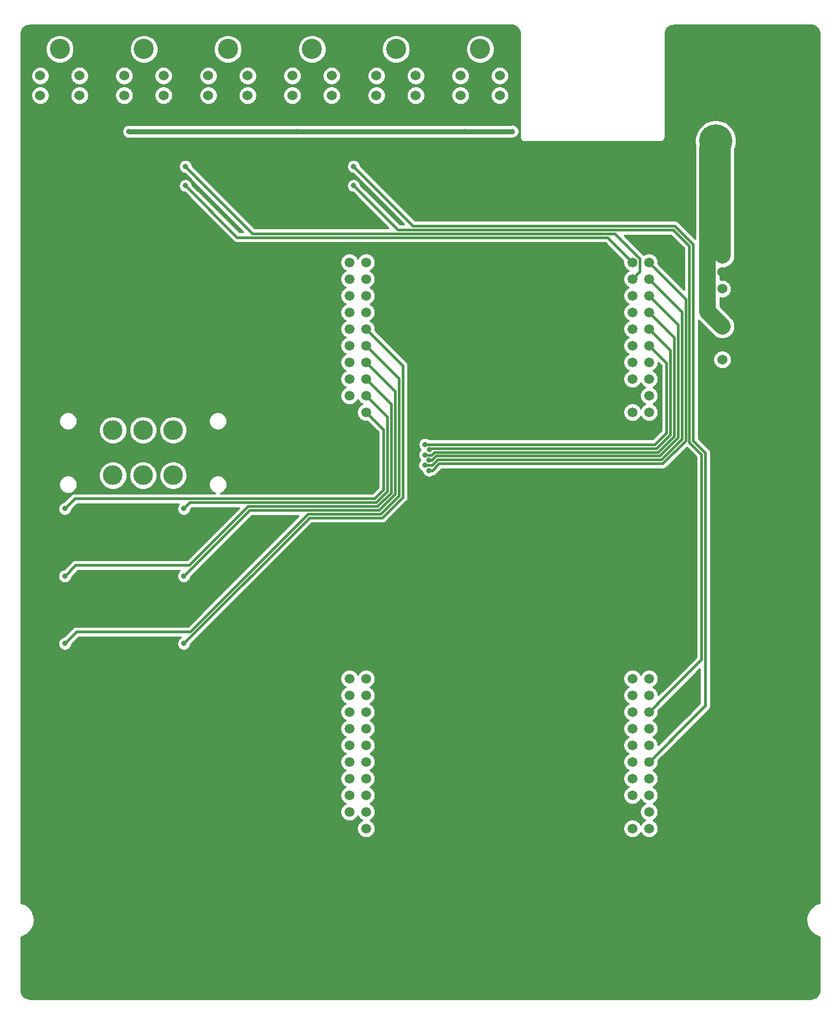
<source format=gbr>
%TF.GenerationSoftware,KiCad,Pcbnew,(5.1.10)-1*%
%TF.CreationDate,2021-11-15T21:10:30-06:00*%
%TF.ProjectId,Driveboard_2022,44726976-6562-46f6-9172-645f32303232,rev?*%
%TF.SameCoordinates,Original*%
%TF.FileFunction,Copper,L2,Bot*%
%TF.FilePolarity,Positive*%
%FSLAX46Y46*%
G04 Gerber Fmt 4.6, Leading zero omitted, Abs format (unit mm)*
G04 Created by KiCad (PCBNEW (5.1.10)-1) date 2021-11-15 21:10:30*
%MOMM*%
%LPD*%
G01*
G04 APERTURE LIST*
%TA.AperFunction,ComponentPad*%
%ADD10C,1.520000*%
%TD*%
%TA.AperFunction,ComponentPad*%
%ADD11C,1.524000*%
%TD*%
%TA.AperFunction,ComponentPad*%
%ADD12C,3.073400*%
%TD*%
%TA.AperFunction,ComponentPad*%
%ADD13C,3.000000*%
%TD*%
%TA.AperFunction,ComponentPad*%
%ADD14C,5.080000*%
%TD*%
%TA.AperFunction,ViaPad*%
%ADD15C,0.800000*%
%TD*%
%TA.AperFunction,Conductor*%
%ADD16C,2.540000*%
%TD*%
%TA.AperFunction,Conductor*%
%ADD17C,0.762000*%
%TD*%
%TA.AperFunction,Conductor*%
%ADD18C,0.381000*%
%TD*%
%TA.AperFunction,Conductor*%
%ADD19C,0.254000*%
%TD*%
%TA.AperFunction,Conductor*%
%ADD20C,0.100000*%
%TD*%
G04 APERTURE END LIST*
D10*
%TO.P,U1,PE4*%
%TO.N,Net-(U1-PadPE4)*%
X143384000Y-145574000D03*
%TO.P,U1,PE1*%
%TO.N,Net-(U1-PadPE1)*%
X140844000Y-140494000D03*
%TO.P,U1,PP5*%
%TO.N,Net-(U1-PadPP5)*%
X97664000Y-79534000D03*
%TO.P,U1,PC7*%
%TO.N,MLTX_V*%
X143384000Y-130334000D03*
%TO.P,U1,PM4*%
%TO.N,Net-(U1-PadPM4)*%
X140844000Y-127794000D03*
%TO.P,U1,PD3*%
%TO.N,Net-(U1-PadPD3)*%
X143384000Y-132874000D03*
%TO.P,U1,PC6*%
%TO.N,MLRX_V*%
X143384000Y-137954000D03*
%TO.P,U1,PC4*%
%TO.N,FLRX_V*%
X143384000Y-143034000D03*
%TO.P,U1,PM7*%
%TO.N,Net-(U1-PadPM7)*%
X97664000Y-82074000D03*
%TO.P,U1,+5V*%
%TO.N,Net-(U1-Pad+5V)*%
X140844000Y-148114000D03*
%TO.P,U1,PC5*%
%TO.N,FLTX_V*%
X143384000Y-140494000D03*
%TO.P,U1,+3V3*%
%TO.N,+3V3*%
X143384000Y-148114000D03*
%TO.P,U1,PM5*%
%TO.N,Net-(U1-PadPM5)*%
X140844000Y-125254000D03*
%TO.P,U1,GND*%
%TO.N,GND*%
X97664000Y-84614000D03*
%TO.P,U1,PA6*%
%TO.N,BRRX_V*%
X140844000Y-130334000D03*
%TO.P,U1,PD7*%
%TO.N,Net-(U1-PadPD7)*%
X140844000Y-132874000D03*
%TO.P,U1,PE0*%
%TO.N,Net-(U1-PadPE0)*%
X140844000Y-143034000D03*
%TO.P,U1,PE5*%
%TO.N,Net-(U1-PadPE5)*%
X143384000Y-135414000D03*
%TO.P,U1,PE2*%
%TO.N,Net-(U1-PadPE2)*%
X140844000Y-137954000D03*
%TO.P,U1,PK7*%
%TO.N,Net-(U1-PadPK7)*%
X100204000Y-61754000D03*
%TO.P,U1,GND*%
%TO.N,GND*%
X140844000Y-145574000D03*
%TO.P,U1,PB3*%
%TO.N,Net-(U1-PadPB3)*%
X143384000Y-125254000D03*
%TO.P,U1,PB2*%
%TO.N,Net-(U1-PadPB2)*%
X143384000Y-127794000D03*
%TO.P,U1,PE3*%
%TO.N,Net-(U1-PadPE3)*%
X140844000Y-135414000D03*
%TO.P,U1,PB4*%
%TO.N,Net-(U1-PadPB4)*%
X140844000Y-79534000D03*
%TO.P,U1,PK0*%
%TO.N,MRRX_V*%
X140844000Y-74454000D03*
%TO.P,U1,PQ1*%
%TO.N,Net-(U1-PadPQ1)*%
X97664000Y-64294000D03*
%TO.P,U1,PK5*%
%TO.N,ML_DRIVE*%
X100204000Y-79534000D03*
%TO.P,U1,PN4*%
%TO.N,BR_FLT*%
X143384000Y-61754000D03*
%TO.P,U1,PD5*%
%TO.N,FR_FLT*%
X143384000Y-71914000D03*
%TO.P,U1,PP0*%
%TO.N,FRRX_V*%
X143384000Y-79534000D03*
%TO.P,U1,GND*%
%TO.N,GND*%
X140844000Y-82074000D03*
%TO.P,U1,Rese'*%
%TO.N,Net-(U1-PadRese')*%
X97664000Y-74454000D03*
%TO.P,U1,PK2*%
%TO.N,Net-(U1-PadPK2)*%
X140844000Y-69374000D03*
%TO.P,U1,PA5*%
%TO.N,BLTX_V*%
X140844000Y-61754000D03*
%TO.P,U1,PK3*%
%TO.N,Net-(U1-PadPK3)*%
X140844000Y-66834000D03*
%TO.P,U1,PK1*%
%TO.N,MRTX_V*%
X140844000Y-71914000D03*
%TO.P,U1,PN5*%
%TO.N,BL_FLT*%
X143384000Y-64294000D03*
%TO.P,U1,PM6*%
%TO.N,Net-(U1-PadPM6)*%
X97664000Y-61754000D03*
%TO.P,U1,PK6*%
%TO.N,Net-(U1-PadPK6)*%
X100204000Y-64294000D03*
%TO.P,U1,PH1*%
%TO.N,Net-(U1-PadPH1)*%
X100204000Y-66834000D03*
%TO.P,U1,PB5*%
%TO.N,Net-(U1-PadPB5)*%
X140844000Y-76994000D03*
%TO.P,U1,PQ0*%
%TO.N,ML_FLT*%
X143384000Y-69374000D03*
%TO.P,U1,PH0*%
%TO.N,Net-(U1-PadPH0)*%
X100204000Y-69374000D03*
%TO.P,U1,PD2*%
%TO.N,Net-(U1-PadPD2)*%
X143384000Y-82074000D03*
%TO.P,U1,PA7*%
%TO.N,BRTX_V*%
X97664000Y-76994000D03*
%TO.P,U1,PQ3*%
%TO.N,Net-(U1-PadPQ3)*%
X97664000Y-69374000D03*
%TO.P,U1,PA4*%
%TO.N,BLRX_V*%
X140844000Y-64294000D03*
%TO.P,U1,PP3*%
%TO.N,Net-(U1-PadPP3)*%
X97664000Y-66834000D03*
%TO.P,U1,PM2*%
%TO.N,BR_DRIVE*%
X100204000Y-71914000D03*
%TO.P,U1,PM1*%
%TO.N,BL_DRIVE*%
X100204000Y-74454000D03*
%TO.P,U1,PK4*%
%TO.N,FR_DRIVE*%
X100204000Y-82074000D03*
%TO.P,U1,PP1*%
%TO.N,FRTX_V*%
X143384000Y-76994000D03*
%TO.P,U1,+5V`*%
%TO.N,N/C*%
X140844000Y-84614000D03*
%TO.P,U1,+3V3`*%
X143384000Y-84614000D03*
%TO.P,U1,PQ2*%
%TO.N,Net-(U1-PadPQ2)*%
X97664000Y-71914000D03*
%TO.P,U1,PM0*%
%TO.N,MR_DRIVE*%
X100204000Y-76994000D03*
%TO.P,U1,PP4*%
%TO.N,MR_FLT*%
X143384000Y-66834000D03*
%TO.P,U1,PG1*%
%TO.N,FL_DRIVE*%
X100204000Y-84614000D03*
%TO.P,U1,PD4*%
%TO.N,FL_FLT*%
X143384000Y-74454000D03*
%TO.P,U1,PL0*%
%TO.N,Net-(U1-PadPL0)*%
X100204000Y-132874000D03*
%TO.P,U1,PF1*%
%TO.N,Net-(U1-PadPF1)*%
X100204000Y-148114000D03*
%TO.P,U1,PG0*%
%TO.N,Net-(U1-PadPG0)*%
X100204000Y-140494000D03*
%TO.P,U1,PF3*%
%TO.N,Net-(U1-PadPF3)*%
X100204000Y-143034000D03*
%TO.P,U1,PF2*%
%TO.N,Net-(U1-PadPF2)*%
X100204000Y-145574000D03*
%TO.P,U1,PL5*%
%TO.N,Net-(U1-PadPL5)*%
X100204000Y-135414000D03*
%TO.P,U1,PL4*%
%TO.N,Net-(U1-PadPL4)*%
X100204000Y-137954000D03*
%TO.P,U1,PH2*%
%TO.N,Net-(U1-PadPH2)*%
X97664000Y-143034000D03*
%TO.P,U1,PD0*%
%TO.N,Net-(U1-PadPD0)*%
X97664000Y-132874000D03*
%TO.P,U1,PN2*%
%TO.N,Net-(U1-PadPN2)*%
X97664000Y-130334000D03*
%TO.P,U1,PL2*%
%TO.N,Net-(U1-PadPL2)*%
X100204000Y-127794000D03*
%TO.P,U1,PD1*%
%TO.N,Net-(U1-PadPD1)*%
X97664000Y-135414000D03*
%TO.P,U1,PL3*%
%TO.N,Net-(U1-PadPL3)*%
X100204000Y-125254000D03*
%TO.P,U1,PN3*%
%TO.N,Net-(U1-PadPN3)*%
X97664000Y-127794000D03*
%TO.P,U1,PH3*%
%TO.N,Net-(U1-PadPH3)*%
X97664000Y-140494000D03*
%TO.P,U1,PP2*%
%TO.N,DIR_SWITCH*%
X97664000Y-125254000D03*
%TO.P,U1,GND*%
%TO.N,GND*%
X97664000Y-148114000D03*
%TO.P,U1,PL1*%
%TO.N,Net-(U1-PadPL1)*%
X100204000Y-130334000D03*
%TO.P,U1,PM3*%
%TO.N,Net-(U1-PadPM3)*%
X97664000Y-145574000D03*
%TO.P,U1,Rese*%
%TO.N,Net-(U1-PadRese)*%
X97664000Y-137954000D03*
%TD*%
D11*
%TO.P,Conn6,6*%
%TO.N,BRRX_V*%
X56464200Y-36271200D03*
%TO.P,Conn6,3*%
%TO.N,BRRX*%
X56464200Y-33274000D03*
D12*
%TO.P,Conn6,*%
%TO.N,*%
X53467000Y-29210000D03*
D11*
%TO.P,Conn6,2*%
%TO.N,GND*%
X53467000Y-33274000D03*
%TO.P,Conn6,1*%
%TO.N,BRTX*%
X50469800Y-33274000D03*
%TO.P,Conn6,4*%
%TO.N,BRTX_V*%
X50469800Y-36271200D03*
%TO.P,Conn6,5*%
%TO.N,GND*%
X53467000Y-36271200D03*
%TD*%
%TO.P,Conn5,6*%
%TO.N,BLRX_V*%
X69291200Y-36271200D03*
%TO.P,Conn5,3*%
%TO.N,BLRX*%
X69291200Y-33274000D03*
D12*
%TO.P,Conn5,*%
%TO.N,*%
X66294000Y-29210000D03*
D11*
%TO.P,Conn5,2*%
%TO.N,GND*%
X66294000Y-33274000D03*
%TO.P,Conn5,1*%
%TO.N,BLTX*%
X63296800Y-33274000D03*
%TO.P,Conn5,4*%
%TO.N,BLTX_V*%
X63296800Y-36271200D03*
%TO.P,Conn5,5*%
%TO.N,GND*%
X66294000Y-36271200D03*
%TD*%
%TO.P,Conn4,6*%
%TO.N,MRRX_V*%
X82118200Y-36271200D03*
%TO.P,Conn4,3*%
%TO.N,MRRX*%
X82118200Y-33274000D03*
D12*
%TO.P,Conn4,*%
%TO.N,*%
X79121000Y-29210000D03*
D11*
%TO.P,Conn4,2*%
%TO.N,GND*%
X79121000Y-33274000D03*
%TO.P,Conn4,1*%
%TO.N,MRTX*%
X76123800Y-33274000D03*
%TO.P,Conn4,4*%
%TO.N,MRTX_V*%
X76123800Y-36271200D03*
%TO.P,Conn4,5*%
%TO.N,GND*%
X79121000Y-36271200D03*
%TD*%
%TO.P,Conn3,6*%
%TO.N,MLRX_V*%
X94945200Y-36271200D03*
%TO.P,Conn3,3*%
%TO.N,MLRX*%
X94945200Y-33274000D03*
D12*
%TO.P,Conn3,*%
%TO.N,*%
X91948000Y-29210000D03*
D11*
%TO.P,Conn3,2*%
%TO.N,GND*%
X91948000Y-33274000D03*
%TO.P,Conn3,1*%
%TO.N,MLTX*%
X88950800Y-33274000D03*
%TO.P,Conn3,4*%
%TO.N,MLTX_V*%
X88950800Y-36271200D03*
%TO.P,Conn3,5*%
%TO.N,GND*%
X91948000Y-36271200D03*
%TD*%
%TO.P,Conn2,6*%
%TO.N,FRRX_V*%
X107772200Y-36271200D03*
%TO.P,Conn2,3*%
%TO.N,FRRX*%
X107772200Y-33274000D03*
D12*
%TO.P,Conn2,*%
%TO.N,*%
X104775000Y-29210000D03*
D11*
%TO.P,Conn2,2*%
%TO.N,GND*%
X104775000Y-33274000D03*
%TO.P,Conn2,1*%
%TO.N,FRTX*%
X101777800Y-33274000D03*
%TO.P,Conn2,4*%
%TO.N,FRTX_V*%
X101777800Y-36271200D03*
%TO.P,Conn2,5*%
%TO.N,GND*%
X104775000Y-36271200D03*
%TD*%
%TO.P,Conn1,6*%
%TO.N,FLRX_V*%
X120599200Y-36271200D03*
%TO.P,Conn1,3*%
%TO.N,FLRX*%
X120599200Y-33274000D03*
D12*
%TO.P,Conn1,*%
%TO.N,*%
X117602000Y-29210000D03*
D11*
%TO.P,Conn1,2*%
%TO.N,GND*%
X117602000Y-33274000D03*
%TO.P,Conn1,1*%
%TO.N,FLTX*%
X114604800Y-33274000D03*
%TO.P,Conn1,4*%
%TO.N,FLTX_V*%
X114604800Y-36271200D03*
%TO.P,Conn1,5*%
%TO.N,GND*%
X117602000Y-36271200D03*
%TD*%
%TO.P,U6,3*%
%TO.N,+5V*%
X154559000Y-65786000D03*
%TO.P,U6,2*%
%TO.N,GND*%
X154559000Y-63246000D03*
%TO.P,U6,1*%
%TO.N,+12V*%
X154559000Y-60706000D03*
%TD*%
%TO.P,U5,3*%
%TO.N,+3V3*%
X154559000Y-76581000D03*
%TO.P,U5,2*%
%TO.N,GND*%
X154559000Y-74041000D03*
%TO.P,U5,1*%
%TO.N,+12V*%
X154559000Y-71501000D03*
%TD*%
D13*
%TO.P,SW4,1*%
%TO.N,+3V3*%
X61569600Y-94234000D03*
X61569600Y-87325200D03*
%TO.P,SW4,2*%
%TO.N,DIR_SWITCH*%
X66167000Y-94234000D03*
X66167000Y-87325200D03*
%TO.P,SW4,3*%
%TO.N,N/C*%
X70764400Y-94234000D03*
X70764400Y-87325200D03*
%TD*%
D14*
%TO.P,Conn13,1*%
%TO.N,GND*%
X161417000Y-43205400D03*
%TO.P,Conn13,2*%
%TO.N,+12V*%
X153543000Y-43205400D03*
%TD*%
D15*
%TO.N,GND*%
X144780000Y-58674000D03*
X72644000Y-54610000D03*
X98298000Y-54610000D03*
X123571000Y-48768000D03*
X123571000Y-51689000D03*
X123571000Y-54610000D03*
X64262000Y-43307000D03*
X89916000Y-43307000D03*
X115570000Y-43307000D03*
X132080000Y-63500000D03*
X121920000Y-63500000D03*
X111760000Y-63500000D03*
X111760000Y-73660000D03*
X121920000Y-73660000D03*
X132080000Y-73660000D03*
X132080000Y-83820000D03*
X121920000Y-83820000D03*
X111760000Y-83820000D03*
X111760000Y-93980000D03*
X121920000Y-93980000D03*
X132080000Y-93980000D03*
X132080000Y-104140000D03*
X121920000Y-104140000D03*
X111760000Y-104140000D03*
X111760000Y-114300000D03*
X121920000Y-114300000D03*
X132080000Y-114300000D03*
X132080000Y-124460000D03*
X121920000Y-124460000D03*
X111760000Y-124460000D03*
X111760000Y-134620000D03*
X121920000Y-134620000D03*
X132080000Y-134620000D03*
X132080000Y-144780000D03*
X121920000Y-144780000D03*
X111760000Y-144780000D03*
X111760000Y-154940000D03*
X121920000Y-154940000D03*
X132080000Y-154940000D03*
X142240000Y-114300000D03*
X142240000Y-104140000D03*
X142240000Y-93980000D03*
X162560000Y-93980000D03*
X162560000Y-104140000D03*
X162560000Y-114300000D03*
X162560000Y-124460000D03*
X152400000Y-134620000D03*
X162560000Y-134620000D03*
X152400000Y-144780000D03*
X162560000Y-144780000D03*
X162560000Y-154940000D03*
X152400000Y-154940000D03*
X142240000Y-154940000D03*
X152400000Y-83820000D03*
X162560000Y-83820000D03*
X162560000Y-71120000D03*
X162560000Y-60960000D03*
X132080000Y-48260000D03*
X142240000Y-48260000D03*
X101600000Y-104140000D03*
X101600000Y-114300000D03*
X91440000Y-114300000D03*
X91440000Y-104140000D03*
X81280000Y-104140000D03*
X81280000Y-114300000D03*
X91440000Y-124460000D03*
X91440000Y-134620000D03*
X91440000Y-144780000D03*
X91440000Y-154940000D03*
X101600000Y-154940000D03*
X81280000Y-154940000D03*
X81280000Y-144780000D03*
X81280000Y-134620000D03*
X81280000Y-124460000D03*
X71120000Y-154940000D03*
X71120000Y-144780000D03*
X71120000Y-134620000D03*
X60960000Y-134620000D03*
X60960000Y-144780000D03*
X60960000Y-154940000D03*
X50800000Y-154940000D03*
X50800000Y-144780000D03*
X50800000Y-134620000D03*
X50800000Y-106680000D03*
X50800000Y-116840000D03*
X50800000Y-127000000D03*
X50800000Y-93980000D03*
X50800000Y-83820000D03*
X60960000Y-83820000D03*
X71120000Y-83820000D03*
X81280000Y-83820000D03*
X81280000Y-93980000D03*
X91440000Y-93980000D03*
X91440000Y-73660000D03*
X50800000Y-73660000D03*
X50800000Y-63500000D03*
X50800000Y-53340000D03*
X91440000Y-63500000D03*
X81280000Y-63500000D03*
X60833000Y-54102000D03*
X120396000Y-43180000D03*
X95123000Y-43180000D03*
X69469000Y-43180000D03*
X102870000Y-44450000D03*
X77470000Y-44450000D03*
X52070000Y-44450000D03*
X101600000Y-93980000D03*
X149860000Y-93980000D03*
X149860000Y-104140000D03*
X149860000Y-114300000D03*
X149860000Y-125730000D03*
X81788000Y-54102000D03*
X73660000Y-52832000D03*
X99822000Y-53340000D03*
X107950000Y-54610000D03*
X137287000Y-63500000D03*
X137160000Y-70231000D03*
%TO.N,+5V*%
X64008000Y-41783000D03*
X89662000Y-41783000D03*
X115316000Y-41783000D03*
X122529537Y-41757537D03*
%TO.N,FL_DRIVE*%
X54229000Y-99314000D03*
%TO.N,ML_DRIVE*%
X54229000Y-109601000D03*
%TO.N,BL_DRIVE*%
X54229000Y-119888000D03*
%TO.N,FR_DRIVE*%
X72390000Y-99314000D03*
%TO.N,MR_DRIVE*%
X72390000Y-109601000D03*
%TO.N,BR_DRIVE*%
X72390000Y-119888000D03*
%TO.N,FL_FLT*%
X109220000Y-89535000D03*
%TO.N,FR_FLT*%
X109833942Y-90325500D03*
%TO.N,ML_FLT*%
X109190314Y-91116000D03*
%TO.N,MR_FLT*%
X109800316Y-91908402D03*
%TO.N,BL_FLT*%
X109162638Y-92697001D03*
%TO.N,BR_FLT*%
X109806454Y-93489403D03*
%TO.N,MLRX_V*%
X98298000Y-47117000D03*
%TO.N,MLTX_V*%
X98298000Y-50038000D03*
%TO.N,BLRX_V*%
X72644000Y-47117000D03*
%TO.N,BLTX_V*%
X72644000Y-50038000D03*
%TD*%
D16*
%TO.N,+12V*%
X154559000Y-44221400D02*
X153543000Y-43205400D01*
X154559000Y-60706000D02*
X154559000Y-44221400D01*
X152326999Y-44421401D02*
X153543000Y-43205400D01*
X152326999Y-69268999D02*
X152326999Y-44421401D01*
X154559000Y-71501000D02*
X152326999Y-69268999D01*
D17*
%TO.N,+5V*%
X64008000Y-41783000D02*
X64008000Y-41783000D01*
X89662000Y-41783000D02*
X64008000Y-41783000D01*
X115316000Y-41783000D02*
X89662000Y-41783000D01*
X122504074Y-41783000D02*
X122529537Y-41757537D01*
X115316000Y-41783000D02*
X122504074Y-41783000D01*
D18*
%TO.N,FL_DRIVE*%
X54229000Y-99314000D02*
X55753000Y-97790000D01*
X55753000Y-97790000D02*
X101473000Y-97790000D01*
X101473000Y-97790000D02*
X102870000Y-96393000D01*
X102870000Y-87280000D02*
X100204000Y-84614000D01*
X102870000Y-96393000D02*
X102870000Y-87280000D01*
%TO.N,ML_DRIVE*%
X104032020Y-83362020D02*
X100204000Y-79534000D01*
X104032020Y-96874324D02*
X104032020Y-83362020D01*
X101954326Y-98952018D02*
X104032020Y-96874324D01*
X82217310Y-98952018D02*
X101954326Y-98952018D01*
X73219328Y-107950000D02*
X82217310Y-98952018D01*
X55880000Y-107950000D02*
X73219328Y-107950000D01*
X54229000Y-109601000D02*
X55880000Y-107950000D01*
%TO.N,BL_DRIVE*%
X105194040Y-97355648D02*
X105194040Y-79444040D01*
X105194040Y-79444040D02*
X100204000Y-74454000D01*
X102435652Y-100114036D02*
X105194040Y-97355648D01*
X73346328Y-118110000D02*
X91342292Y-100114036D01*
X56007000Y-118110000D02*
X73346328Y-118110000D01*
X91342292Y-100114036D02*
X102435652Y-100114036D01*
X54229000Y-119888000D02*
X56007000Y-118110000D01*
%TO.N,FR_DRIVE*%
X72390000Y-99314000D02*
X73332990Y-98371010D01*
X73332990Y-98371010D02*
X101713663Y-98371009D01*
X101713663Y-98371009D02*
X103451010Y-96633662D01*
X103451010Y-85321010D02*
X100204000Y-82074000D01*
X103451010Y-96633662D02*
X103451010Y-85321010D01*
%TO.N,MR_DRIVE*%
X104613030Y-81403030D02*
X100204000Y-76994000D01*
X104613030Y-97114986D02*
X104613030Y-81403030D01*
X102194989Y-99533027D02*
X104613030Y-97114986D01*
X82457972Y-99533028D02*
X102194989Y-99533027D01*
X72390000Y-109601000D02*
X82457972Y-99533028D01*
%TO.N,BR_DRIVE*%
X105775050Y-77485050D02*
X100204000Y-71914000D01*
X105775050Y-97596310D02*
X105775050Y-77485050D01*
X102676315Y-100695045D02*
X105775050Y-97596310D01*
X91582954Y-100695046D02*
X102676315Y-100695045D01*
X72390000Y-119888000D02*
X91582954Y-100695046D01*
%TO.N,FL_FLT*%
X143384000Y-74454000D02*
X146050000Y-77120000D01*
X146050000Y-77120000D02*
X146050000Y-87249000D01*
X146050000Y-87249000D02*
X146050000Y-87757000D01*
X144272000Y-89535000D02*
X109220000Y-89535000D01*
X146050000Y-87757000D02*
X144272000Y-89535000D01*
%TO.N,FR_FLT*%
X146631009Y-87997663D02*
X144512662Y-90116010D01*
X146631010Y-75161010D02*
X146631009Y-87997663D01*
X143384000Y-71914000D02*
X146631010Y-75161010D01*
X110043432Y-90116010D02*
X109833942Y-90325500D01*
X144512662Y-90116010D02*
X110043432Y-90116010D01*
%TO.N,ML_FLT*%
X143384000Y-69374000D02*
X147212019Y-73202019D01*
X147212018Y-88238326D02*
X144753324Y-90697020D01*
X147212019Y-73202019D02*
X147212018Y-88238326D01*
X144753324Y-90697020D02*
X115252500Y-90697020D01*
X115252500Y-90697020D02*
X110624443Y-90697020D01*
X110213384Y-91116000D02*
X109190314Y-91116000D01*
X110624443Y-90704941D02*
X110213384Y-91116000D01*
X110624443Y-90697020D02*
X110624443Y-90704941D01*
%TO.N,MR_FLT*%
X143384000Y-66834000D02*
X147793028Y-71243028D01*
X147793027Y-88478989D02*
X144993986Y-91278030D01*
X147793028Y-71243028D02*
X147793027Y-88478989D01*
X144993986Y-91278030D02*
X115493162Y-91278030D01*
X115493162Y-91278030D02*
X110873026Y-91278030D01*
X110242654Y-91908402D02*
X109800316Y-91908402D01*
X110873026Y-91278030D02*
X110242654Y-91908402D01*
%TO.N,BL_FLT*%
X143384000Y-64294000D02*
X148374037Y-69284037D01*
X148374037Y-69284037D02*
X148374036Y-88719652D01*
X148374036Y-88719652D02*
X145234648Y-91859040D01*
X145234648Y-91859040D02*
X115733824Y-91859040D01*
X115733824Y-91859040D02*
X111113688Y-91859040D01*
X109164540Y-92698903D02*
X109162638Y-92697001D01*
X110273825Y-92698903D02*
X109164540Y-92698903D01*
X111113688Y-91859040D02*
X110273825Y-92698903D01*
%TO.N,BR_FLT*%
X143384000Y-61754000D02*
X148955046Y-67325046D01*
X148955046Y-67325046D02*
X148955046Y-88960314D01*
X148955046Y-88960314D02*
X145475310Y-92440050D01*
X145475310Y-92440050D02*
X111354350Y-92440050D01*
X110304997Y-93489403D02*
X109806454Y-93489403D01*
X111354350Y-92440050D02*
X110304997Y-93489403D01*
%TO.N,MLRX_V*%
X150123510Y-131214490D02*
X143384000Y-137954000D01*
X150117066Y-88960314D02*
X150123510Y-88966758D01*
X150117066Y-58998394D02*
X150117066Y-88960314D01*
X147306662Y-56187990D02*
X150117066Y-58998394D01*
X107368990Y-56187990D02*
X147306662Y-56187990D01*
X98298000Y-47117000D02*
X107368990Y-56187990D01*
X151965010Y-129372990D02*
X150123510Y-131214490D01*
X151965010Y-90808258D02*
X151965010Y-129372990D01*
X150117066Y-88960314D02*
X151965010Y-90808258D01*
%TO.N,MLTX_V*%
X149536056Y-89200976D02*
X149542500Y-89207420D01*
X149536056Y-59239056D02*
X149536056Y-89200976D01*
X147066000Y-56769000D02*
X149536056Y-59239056D01*
X105029000Y-56769000D02*
X147066000Y-56769000D01*
X98298000Y-50038000D02*
X105029000Y-56769000D01*
X151384000Y-122334000D02*
X146050000Y-127668000D01*
X151384000Y-91048920D02*
X151384000Y-122334000D01*
X146050000Y-127668000D02*
X143384000Y-130334000D01*
X149536056Y-89200976D02*
X151384000Y-91048920D01*
%TO.N,BLRX_V*%
X72644000Y-47117000D02*
X82877010Y-57350010D01*
X141994501Y-63143499D02*
X140844000Y-64294000D01*
X141994501Y-61201759D02*
X141994501Y-63143499D01*
X138142752Y-57350010D02*
X141994501Y-61201759D01*
X82877010Y-57350010D02*
X138142752Y-57350010D01*
%TO.N,BLTX_V*%
X137021020Y-57931020D02*
X140844000Y-61754000D01*
X80537020Y-57931020D02*
X137021020Y-57931020D01*
X72644000Y-50038000D02*
X80537020Y-57931020D01*
%TD*%
D19*
%TO.N,GND*%
X122566875Y-25581234D02*
X122822622Y-25658448D01*
X123058504Y-25783869D01*
X123265530Y-25952716D01*
X123435813Y-26158554D01*
X123562879Y-26393556D01*
X123641876Y-26648756D01*
X123673001Y-26944891D01*
X123673000Y-42639581D01*
X123669807Y-42672000D01*
X123682550Y-42801383D01*
X123720290Y-42925793D01*
X123781575Y-43040450D01*
X123804058Y-43067845D01*
X123864052Y-43140948D01*
X123964550Y-43223425D01*
X124079207Y-43284710D01*
X124203617Y-43322450D01*
X124333000Y-43335193D01*
X124365419Y-43332000D01*
X145128581Y-43332000D01*
X145161000Y-43335193D01*
X145193419Y-43332000D01*
X145290383Y-43322450D01*
X145414793Y-43284710D01*
X145529450Y-43223425D01*
X145629948Y-43140948D01*
X145712425Y-43040450D01*
X145773710Y-42925793D01*
X145811450Y-42801383D01*
X145824193Y-42672000D01*
X145821000Y-42639581D01*
X145821000Y-26956279D01*
X145850234Y-26658125D01*
X145927448Y-26402378D01*
X146052869Y-26166496D01*
X146221716Y-25959470D01*
X146427554Y-25789187D01*
X146662556Y-25662121D01*
X146917756Y-25583124D01*
X147213882Y-25552000D01*
X167988721Y-25552000D01*
X168286875Y-25581234D01*
X168542622Y-25658448D01*
X168778504Y-25783869D01*
X168985530Y-25952716D01*
X169155813Y-26158554D01*
X169282879Y-26393556D01*
X169361876Y-26648756D01*
X169393001Y-26944891D01*
X169393000Y-159447339D01*
X169052946Y-159555211D01*
X168997974Y-159578772D01*
X168942659Y-159601571D01*
X168934553Y-159605954D01*
X168587030Y-159797006D01*
X168537674Y-159830801D01*
X168487847Y-159863906D01*
X168480747Y-159869780D01*
X168176951Y-160124695D01*
X168135105Y-160167428D01*
X168092653Y-160209584D01*
X168086829Y-160216725D01*
X167838332Y-160525794D01*
X167805606Y-160575805D01*
X167772127Y-160625439D01*
X167767801Y-160633576D01*
X167584068Y-160985022D01*
X167561656Y-161040494D01*
X167538478Y-161095632D01*
X167535815Y-161104454D01*
X167423845Y-161484896D01*
X167412645Y-161543612D01*
X167400607Y-161602254D01*
X167399708Y-161611425D01*
X167363766Y-162006370D01*
X167364184Y-162066186D01*
X167363766Y-162126003D01*
X167364665Y-162135174D01*
X167406118Y-162529577D01*
X167418148Y-162588183D01*
X167429355Y-162646935D01*
X167432019Y-162655757D01*
X167549290Y-163034599D01*
X167572474Y-163089750D01*
X167594880Y-163145208D01*
X167599206Y-163153345D01*
X167787828Y-163502193D01*
X167821283Y-163551792D01*
X167854032Y-163601838D01*
X167859855Y-163608977D01*
X167859858Y-163608981D01*
X167859862Y-163608985D01*
X168112644Y-163914547D01*
X168155061Y-163956669D01*
X168196943Y-163999438D01*
X168204044Y-164005311D01*
X168511369Y-164255960D01*
X168561178Y-164289052D01*
X168610550Y-164322859D01*
X168618656Y-164327241D01*
X168968813Y-164513423D01*
X169024105Y-164536212D01*
X169079101Y-164559784D01*
X169087905Y-164562509D01*
X169393001Y-164654623D01*
X169393000Y-172687721D01*
X169363766Y-172985876D01*
X169286551Y-173241624D01*
X169161131Y-173477504D01*
X168992289Y-173684525D01*
X168786446Y-173854813D01*
X168551444Y-173981879D01*
X168296240Y-174060877D01*
X168000118Y-174092000D01*
X48927279Y-174092000D01*
X48629124Y-174062766D01*
X48373376Y-173985551D01*
X48137496Y-173860131D01*
X47930475Y-173691289D01*
X47760187Y-173485446D01*
X47633121Y-173250444D01*
X47554123Y-172995240D01*
X47523000Y-172699118D01*
X47523000Y-164656661D01*
X47863055Y-164548789D01*
X47918040Y-164525222D01*
X47973341Y-164502429D01*
X47981447Y-164498046D01*
X48328970Y-164306994D01*
X48378327Y-164273199D01*
X48428153Y-164240094D01*
X48435254Y-164234220D01*
X48739049Y-163979305D01*
X48780912Y-163936555D01*
X48823347Y-163894416D01*
X48829171Y-163887274D01*
X49077668Y-163578206D01*
X49110415Y-163528164D01*
X49143873Y-163478561D01*
X49148199Y-163470425D01*
X49331932Y-163118978D01*
X49354337Y-163063523D01*
X49377522Y-163008368D01*
X49380185Y-162999546D01*
X49492155Y-162619104D01*
X49503355Y-162560388D01*
X49515393Y-162501746D01*
X49516292Y-162492575D01*
X49552234Y-162097630D01*
X49551816Y-162037814D01*
X49552234Y-161977997D01*
X49551334Y-161968826D01*
X49509882Y-161574422D01*
X49497855Y-161515829D01*
X49486645Y-161457065D01*
X49483981Y-161448243D01*
X49366710Y-161069401D01*
X49343526Y-161014250D01*
X49321120Y-160958792D01*
X49316794Y-160950655D01*
X49128172Y-160601807D01*
X49094717Y-160552208D01*
X49061968Y-160502162D01*
X49056144Y-160495021D01*
X48803356Y-160189453D01*
X48760923Y-160147315D01*
X48719057Y-160104562D01*
X48711962Y-160098694D01*
X48711957Y-160098689D01*
X48711952Y-160098685D01*
X48404631Y-159848041D01*
X48354838Y-159814959D01*
X48305449Y-159781141D01*
X48297343Y-159776759D01*
X47947187Y-159590577D01*
X47891867Y-159567776D01*
X47836899Y-159544216D01*
X47828099Y-159541492D01*
X47828093Y-159541490D01*
X47523000Y-159449378D01*
X47523000Y-125116604D01*
X96269000Y-125116604D01*
X96269000Y-125391396D01*
X96322609Y-125660907D01*
X96427767Y-125914780D01*
X96580433Y-126143261D01*
X96774739Y-126337567D01*
X97003220Y-126490233D01*
X97084740Y-126524000D01*
X97003220Y-126557767D01*
X96774739Y-126710433D01*
X96580433Y-126904739D01*
X96427767Y-127133220D01*
X96322609Y-127387093D01*
X96269000Y-127656604D01*
X96269000Y-127931396D01*
X96322609Y-128200907D01*
X96427767Y-128454780D01*
X96580433Y-128683261D01*
X96774739Y-128877567D01*
X97003220Y-129030233D01*
X97084740Y-129064000D01*
X97003220Y-129097767D01*
X96774739Y-129250433D01*
X96580433Y-129444739D01*
X96427767Y-129673220D01*
X96322609Y-129927093D01*
X96269000Y-130196604D01*
X96269000Y-130471396D01*
X96322609Y-130740907D01*
X96427767Y-130994780D01*
X96580433Y-131223261D01*
X96774739Y-131417567D01*
X97003220Y-131570233D01*
X97084740Y-131604000D01*
X97003220Y-131637767D01*
X96774739Y-131790433D01*
X96580433Y-131984739D01*
X96427767Y-132213220D01*
X96322609Y-132467093D01*
X96269000Y-132736604D01*
X96269000Y-133011396D01*
X96322609Y-133280907D01*
X96427767Y-133534780D01*
X96580433Y-133763261D01*
X96774739Y-133957567D01*
X97003220Y-134110233D01*
X97084740Y-134144000D01*
X97003220Y-134177767D01*
X96774739Y-134330433D01*
X96580433Y-134524739D01*
X96427767Y-134753220D01*
X96322609Y-135007093D01*
X96269000Y-135276604D01*
X96269000Y-135551396D01*
X96322609Y-135820907D01*
X96427767Y-136074780D01*
X96580433Y-136303261D01*
X96774739Y-136497567D01*
X97003220Y-136650233D01*
X97084740Y-136684000D01*
X97003220Y-136717767D01*
X96774739Y-136870433D01*
X96580433Y-137064739D01*
X96427767Y-137293220D01*
X96322609Y-137547093D01*
X96269000Y-137816604D01*
X96269000Y-138091396D01*
X96322609Y-138360907D01*
X96427767Y-138614780D01*
X96580433Y-138843261D01*
X96774739Y-139037567D01*
X97003220Y-139190233D01*
X97084740Y-139224000D01*
X97003220Y-139257767D01*
X96774739Y-139410433D01*
X96580433Y-139604739D01*
X96427767Y-139833220D01*
X96322609Y-140087093D01*
X96269000Y-140356604D01*
X96269000Y-140631396D01*
X96322609Y-140900907D01*
X96427767Y-141154780D01*
X96580433Y-141383261D01*
X96774739Y-141577567D01*
X97003220Y-141730233D01*
X97084740Y-141764000D01*
X97003220Y-141797767D01*
X96774739Y-141950433D01*
X96580433Y-142144739D01*
X96427767Y-142373220D01*
X96322609Y-142627093D01*
X96269000Y-142896604D01*
X96269000Y-143171396D01*
X96322609Y-143440907D01*
X96427767Y-143694780D01*
X96580433Y-143923261D01*
X96774739Y-144117567D01*
X97003220Y-144270233D01*
X97084740Y-144304000D01*
X97003220Y-144337767D01*
X96774739Y-144490433D01*
X96580433Y-144684739D01*
X96427767Y-144913220D01*
X96322609Y-145167093D01*
X96269000Y-145436604D01*
X96269000Y-145711396D01*
X96322609Y-145980907D01*
X96427767Y-146234780D01*
X96580433Y-146463261D01*
X96774739Y-146657567D01*
X97003220Y-146810233D01*
X97257093Y-146915391D01*
X97526604Y-146969000D01*
X97801396Y-146969000D01*
X98070907Y-146915391D01*
X98324780Y-146810233D01*
X98553261Y-146657567D01*
X98747567Y-146463261D01*
X98900233Y-146234780D01*
X98934000Y-146153260D01*
X98967767Y-146234780D01*
X99120433Y-146463261D01*
X99314739Y-146657567D01*
X99543220Y-146810233D01*
X99624740Y-146844000D01*
X99543220Y-146877767D01*
X99314739Y-147030433D01*
X99120433Y-147224739D01*
X98967767Y-147453220D01*
X98862609Y-147707093D01*
X98809000Y-147976604D01*
X98809000Y-148251396D01*
X98862609Y-148520907D01*
X98967767Y-148774780D01*
X99120433Y-149003261D01*
X99314739Y-149197567D01*
X99543220Y-149350233D01*
X99797093Y-149455391D01*
X100066604Y-149509000D01*
X100341396Y-149509000D01*
X100610907Y-149455391D01*
X100864780Y-149350233D01*
X101093261Y-149197567D01*
X101287567Y-149003261D01*
X101440233Y-148774780D01*
X101545391Y-148520907D01*
X101599000Y-148251396D01*
X101599000Y-147976604D01*
X101545391Y-147707093D01*
X101440233Y-147453220D01*
X101287567Y-147224739D01*
X101093261Y-147030433D01*
X100864780Y-146877767D01*
X100783260Y-146844000D01*
X100864780Y-146810233D01*
X101093261Y-146657567D01*
X101287567Y-146463261D01*
X101440233Y-146234780D01*
X101545391Y-145980907D01*
X101599000Y-145711396D01*
X101599000Y-145436604D01*
X101545391Y-145167093D01*
X101440233Y-144913220D01*
X101287567Y-144684739D01*
X101093261Y-144490433D01*
X100864780Y-144337767D01*
X100783260Y-144304000D01*
X100864780Y-144270233D01*
X101093261Y-144117567D01*
X101287567Y-143923261D01*
X101440233Y-143694780D01*
X101545391Y-143440907D01*
X101599000Y-143171396D01*
X101599000Y-142896604D01*
X101545391Y-142627093D01*
X101440233Y-142373220D01*
X101287567Y-142144739D01*
X101093261Y-141950433D01*
X100864780Y-141797767D01*
X100783260Y-141764000D01*
X100864780Y-141730233D01*
X101093261Y-141577567D01*
X101287567Y-141383261D01*
X101440233Y-141154780D01*
X101545391Y-140900907D01*
X101599000Y-140631396D01*
X101599000Y-140356604D01*
X101545391Y-140087093D01*
X101440233Y-139833220D01*
X101287567Y-139604739D01*
X101093261Y-139410433D01*
X100864780Y-139257767D01*
X100783260Y-139224000D01*
X100864780Y-139190233D01*
X101093261Y-139037567D01*
X101287567Y-138843261D01*
X101440233Y-138614780D01*
X101545391Y-138360907D01*
X101599000Y-138091396D01*
X101599000Y-137816604D01*
X101545391Y-137547093D01*
X101440233Y-137293220D01*
X101287567Y-137064739D01*
X101093261Y-136870433D01*
X100864780Y-136717767D01*
X100783260Y-136684000D01*
X100864780Y-136650233D01*
X101093261Y-136497567D01*
X101287567Y-136303261D01*
X101440233Y-136074780D01*
X101545391Y-135820907D01*
X101599000Y-135551396D01*
X101599000Y-135276604D01*
X101545391Y-135007093D01*
X101440233Y-134753220D01*
X101287567Y-134524739D01*
X101093261Y-134330433D01*
X100864780Y-134177767D01*
X100783260Y-134144000D01*
X100864780Y-134110233D01*
X101093261Y-133957567D01*
X101287567Y-133763261D01*
X101440233Y-133534780D01*
X101545391Y-133280907D01*
X101599000Y-133011396D01*
X101599000Y-132736604D01*
X101545391Y-132467093D01*
X101440233Y-132213220D01*
X101287567Y-131984739D01*
X101093261Y-131790433D01*
X100864780Y-131637767D01*
X100783260Y-131604000D01*
X100864780Y-131570233D01*
X101093261Y-131417567D01*
X101287567Y-131223261D01*
X101440233Y-130994780D01*
X101545391Y-130740907D01*
X101599000Y-130471396D01*
X101599000Y-130196604D01*
X101545391Y-129927093D01*
X101440233Y-129673220D01*
X101287567Y-129444739D01*
X101093261Y-129250433D01*
X100864780Y-129097767D01*
X100783260Y-129064000D01*
X100864780Y-129030233D01*
X101093261Y-128877567D01*
X101287567Y-128683261D01*
X101440233Y-128454780D01*
X101545391Y-128200907D01*
X101599000Y-127931396D01*
X101599000Y-127656604D01*
X101545391Y-127387093D01*
X101440233Y-127133220D01*
X101287567Y-126904739D01*
X101093261Y-126710433D01*
X100864780Y-126557767D01*
X100783260Y-126524000D01*
X100864780Y-126490233D01*
X101093261Y-126337567D01*
X101287567Y-126143261D01*
X101440233Y-125914780D01*
X101545391Y-125660907D01*
X101599000Y-125391396D01*
X101599000Y-125116604D01*
X101545391Y-124847093D01*
X101440233Y-124593220D01*
X101287567Y-124364739D01*
X101093261Y-124170433D01*
X100864780Y-124017767D01*
X100610907Y-123912609D01*
X100341396Y-123859000D01*
X100066604Y-123859000D01*
X99797093Y-123912609D01*
X99543220Y-124017767D01*
X99314739Y-124170433D01*
X99120433Y-124364739D01*
X98967767Y-124593220D01*
X98934000Y-124674740D01*
X98900233Y-124593220D01*
X98747567Y-124364739D01*
X98553261Y-124170433D01*
X98324780Y-124017767D01*
X98070907Y-123912609D01*
X97801396Y-123859000D01*
X97526604Y-123859000D01*
X97257093Y-123912609D01*
X97003220Y-124017767D01*
X96774739Y-124170433D01*
X96580433Y-124364739D01*
X96427767Y-124593220D01*
X96322609Y-124847093D01*
X96269000Y-125116604D01*
X47523000Y-125116604D01*
X47523000Y-99212061D01*
X53194000Y-99212061D01*
X53194000Y-99415939D01*
X53233774Y-99615898D01*
X53311795Y-99804256D01*
X53425063Y-99973774D01*
X53569226Y-100117937D01*
X53738744Y-100231205D01*
X53927102Y-100309226D01*
X54127061Y-100349000D01*
X54330939Y-100349000D01*
X54530898Y-100309226D01*
X54719256Y-100231205D01*
X54888774Y-100117937D01*
X55032937Y-99973774D01*
X55146205Y-99804256D01*
X55224226Y-99615898D01*
X55256429Y-99454004D01*
X56094933Y-98615500D01*
X71624789Y-98615500D01*
X71586063Y-98654226D01*
X71472795Y-98823744D01*
X71394774Y-99012102D01*
X71355000Y-99212061D01*
X71355000Y-99415939D01*
X71394774Y-99615898D01*
X71472795Y-99804256D01*
X71586063Y-99973774D01*
X71730226Y-100117937D01*
X71899744Y-100231205D01*
X72088102Y-100309226D01*
X72288061Y-100349000D01*
X72491939Y-100349000D01*
X72691898Y-100309226D01*
X72880256Y-100231205D01*
X73049774Y-100117937D01*
X73193937Y-99973774D01*
X73307205Y-99804256D01*
X73385226Y-99615898D01*
X73417428Y-99454004D01*
X73674923Y-99196510D01*
X80805386Y-99196509D01*
X72877396Y-107124500D01*
X55920550Y-107124500D01*
X55880000Y-107120506D01*
X55839449Y-107124500D01*
X55839447Y-107124500D01*
X55718174Y-107136444D01*
X55562566Y-107183647D01*
X55419157Y-107260301D01*
X55324958Y-107337608D01*
X55324955Y-107337611D01*
X55293459Y-107363459D01*
X55267611Y-107394955D01*
X54088996Y-108573572D01*
X53927102Y-108605774D01*
X53738744Y-108683795D01*
X53569226Y-108797063D01*
X53425063Y-108941226D01*
X53311795Y-109110744D01*
X53233774Y-109299102D01*
X53194000Y-109499061D01*
X53194000Y-109702939D01*
X53233774Y-109902898D01*
X53311795Y-110091256D01*
X53425063Y-110260774D01*
X53569226Y-110404937D01*
X53738744Y-110518205D01*
X53927102Y-110596226D01*
X54127061Y-110636000D01*
X54330939Y-110636000D01*
X54530898Y-110596226D01*
X54719256Y-110518205D01*
X54888774Y-110404937D01*
X55032937Y-110260774D01*
X55146205Y-110091256D01*
X55224226Y-109902898D01*
X55256428Y-109741004D01*
X56221934Y-108775500D01*
X71762497Y-108775500D01*
X71730226Y-108797063D01*
X71586063Y-108941226D01*
X71472795Y-109110744D01*
X71394774Y-109299102D01*
X71355000Y-109499061D01*
X71355000Y-109702939D01*
X71394774Y-109902898D01*
X71472795Y-110091256D01*
X71586063Y-110260774D01*
X71730226Y-110404937D01*
X71899744Y-110518205D01*
X72088102Y-110596226D01*
X72288061Y-110636000D01*
X72491939Y-110636000D01*
X72691898Y-110596226D01*
X72880256Y-110518205D01*
X73049774Y-110404937D01*
X73193937Y-110260774D01*
X73307205Y-110091256D01*
X73385226Y-109902898D01*
X73417429Y-109741004D01*
X82799906Y-100358528D01*
X89930368Y-100358527D01*
X73004396Y-117284500D01*
X56047550Y-117284500D01*
X56007000Y-117280506D01*
X55966449Y-117284500D01*
X55966447Y-117284500D01*
X55845174Y-117296444D01*
X55689566Y-117343647D01*
X55546157Y-117420301D01*
X55451958Y-117497608D01*
X55451955Y-117497611D01*
X55420459Y-117523459D01*
X55394611Y-117554955D01*
X54088996Y-118860572D01*
X53927102Y-118892774D01*
X53738744Y-118970795D01*
X53569226Y-119084063D01*
X53425063Y-119228226D01*
X53311795Y-119397744D01*
X53233774Y-119586102D01*
X53194000Y-119786061D01*
X53194000Y-119989939D01*
X53233774Y-120189898D01*
X53311795Y-120378256D01*
X53425063Y-120547774D01*
X53569226Y-120691937D01*
X53738744Y-120805205D01*
X53927102Y-120883226D01*
X54127061Y-120923000D01*
X54330939Y-120923000D01*
X54530898Y-120883226D01*
X54719256Y-120805205D01*
X54888774Y-120691937D01*
X55032937Y-120547774D01*
X55146205Y-120378256D01*
X55224226Y-120189898D01*
X55256428Y-120028004D01*
X56348934Y-118935500D01*
X71984953Y-118935500D01*
X71899744Y-118970795D01*
X71730226Y-119084063D01*
X71586063Y-119228226D01*
X71472795Y-119397744D01*
X71394774Y-119586102D01*
X71355000Y-119786061D01*
X71355000Y-119989939D01*
X71394774Y-120189898D01*
X71472795Y-120378256D01*
X71586063Y-120547774D01*
X71730226Y-120691937D01*
X71899744Y-120805205D01*
X72088102Y-120883226D01*
X72288061Y-120923000D01*
X72491939Y-120923000D01*
X72691898Y-120883226D01*
X72880256Y-120805205D01*
X73049774Y-120691937D01*
X73193937Y-120547774D01*
X73307205Y-120378256D01*
X73385226Y-120189898D01*
X73417429Y-120028003D01*
X91924888Y-101520546D01*
X102635755Y-101520544D01*
X102676315Y-101524539D01*
X102838141Y-101508600D01*
X102993748Y-101461398D01*
X103137157Y-101384744D01*
X103231356Y-101307436D01*
X103262856Y-101281585D01*
X103288708Y-101250084D01*
X106330091Y-98208702D01*
X106361591Y-98182851D01*
X106423485Y-98107433D01*
X106464749Y-98057153D01*
X106541403Y-97913744D01*
X106570904Y-97816491D01*
X106588606Y-97758136D01*
X106600550Y-97636863D01*
X106600550Y-97636861D01*
X106604544Y-97596311D01*
X106600550Y-97555760D01*
X106600550Y-77525592D01*
X106604543Y-77485049D01*
X106600550Y-77444506D01*
X106600550Y-77444497D01*
X106588606Y-77323224D01*
X106541403Y-77167616D01*
X106464749Y-77024208D01*
X106464748Y-77024206D01*
X106410557Y-76958175D01*
X106361591Y-76898509D01*
X106330090Y-76872657D01*
X101584040Y-72126607D01*
X101599000Y-72051396D01*
X101599000Y-71776604D01*
X101545391Y-71507093D01*
X101440233Y-71253220D01*
X101287567Y-71024739D01*
X101093261Y-70830433D01*
X100864780Y-70677767D01*
X100783260Y-70644000D01*
X100864780Y-70610233D01*
X101093261Y-70457567D01*
X101287567Y-70263261D01*
X101440233Y-70034780D01*
X101545391Y-69780907D01*
X101599000Y-69511396D01*
X101599000Y-69236604D01*
X101545391Y-68967093D01*
X101440233Y-68713220D01*
X101287567Y-68484739D01*
X101093261Y-68290433D01*
X100864780Y-68137767D01*
X100783260Y-68104000D01*
X100864780Y-68070233D01*
X101093261Y-67917567D01*
X101287567Y-67723261D01*
X101440233Y-67494780D01*
X101545391Y-67240907D01*
X101599000Y-66971396D01*
X101599000Y-66696604D01*
X101545391Y-66427093D01*
X101440233Y-66173220D01*
X101287567Y-65944739D01*
X101093261Y-65750433D01*
X100864780Y-65597767D01*
X100783260Y-65564000D01*
X100864780Y-65530233D01*
X101093261Y-65377567D01*
X101287567Y-65183261D01*
X101440233Y-64954780D01*
X101545391Y-64700907D01*
X101599000Y-64431396D01*
X101599000Y-64156604D01*
X101545391Y-63887093D01*
X101440233Y-63633220D01*
X101287567Y-63404739D01*
X101093261Y-63210433D01*
X100864780Y-63057767D01*
X100783260Y-63024000D01*
X100864780Y-62990233D01*
X101093261Y-62837567D01*
X101287567Y-62643261D01*
X101440233Y-62414780D01*
X101545391Y-62160907D01*
X101599000Y-61891396D01*
X101599000Y-61616604D01*
X101545391Y-61347093D01*
X101440233Y-61093220D01*
X101287567Y-60864739D01*
X101093261Y-60670433D01*
X100864780Y-60517767D01*
X100610907Y-60412609D01*
X100341396Y-60359000D01*
X100066604Y-60359000D01*
X99797093Y-60412609D01*
X99543220Y-60517767D01*
X99314739Y-60670433D01*
X99120433Y-60864739D01*
X98967767Y-61093220D01*
X98934000Y-61174740D01*
X98900233Y-61093220D01*
X98747567Y-60864739D01*
X98553261Y-60670433D01*
X98324780Y-60517767D01*
X98070907Y-60412609D01*
X97801396Y-60359000D01*
X97526604Y-60359000D01*
X97257093Y-60412609D01*
X97003220Y-60517767D01*
X96774739Y-60670433D01*
X96580433Y-60864739D01*
X96427767Y-61093220D01*
X96322609Y-61347093D01*
X96269000Y-61616604D01*
X96269000Y-61891396D01*
X96322609Y-62160907D01*
X96427767Y-62414780D01*
X96580433Y-62643261D01*
X96774739Y-62837567D01*
X97003220Y-62990233D01*
X97084740Y-63024000D01*
X97003220Y-63057767D01*
X96774739Y-63210433D01*
X96580433Y-63404739D01*
X96427767Y-63633220D01*
X96322609Y-63887093D01*
X96269000Y-64156604D01*
X96269000Y-64431396D01*
X96322609Y-64700907D01*
X96427767Y-64954780D01*
X96580433Y-65183261D01*
X96774739Y-65377567D01*
X97003220Y-65530233D01*
X97084740Y-65564000D01*
X97003220Y-65597767D01*
X96774739Y-65750433D01*
X96580433Y-65944739D01*
X96427767Y-66173220D01*
X96322609Y-66427093D01*
X96269000Y-66696604D01*
X96269000Y-66971396D01*
X96322609Y-67240907D01*
X96427767Y-67494780D01*
X96580433Y-67723261D01*
X96774739Y-67917567D01*
X97003220Y-68070233D01*
X97084740Y-68104000D01*
X97003220Y-68137767D01*
X96774739Y-68290433D01*
X96580433Y-68484739D01*
X96427767Y-68713220D01*
X96322609Y-68967093D01*
X96269000Y-69236604D01*
X96269000Y-69511396D01*
X96322609Y-69780907D01*
X96427767Y-70034780D01*
X96580433Y-70263261D01*
X96774739Y-70457567D01*
X97003220Y-70610233D01*
X97084740Y-70644000D01*
X97003220Y-70677767D01*
X96774739Y-70830433D01*
X96580433Y-71024739D01*
X96427767Y-71253220D01*
X96322609Y-71507093D01*
X96269000Y-71776604D01*
X96269000Y-72051396D01*
X96322609Y-72320907D01*
X96427767Y-72574780D01*
X96580433Y-72803261D01*
X96774739Y-72997567D01*
X97003220Y-73150233D01*
X97084740Y-73184000D01*
X97003220Y-73217767D01*
X96774739Y-73370433D01*
X96580433Y-73564739D01*
X96427767Y-73793220D01*
X96322609Y-74047093D01*
X96269000Y-74316604D01*
X96269000Y-74591396D01*
X96322609Y-74860907D01*
X96427767Y-75114780D01*
X96580433Y-75343261D01*
X96774739Y-75537567D01*
X97003220Y-75690233D01*
X97084740Y-75724000D01*
X97003220Y-75757767D01*
X96774739Y-75910433D01*
X96580433Y-76104739D01*
X96427767Y-76333220D01*
X96322609Y-76587093D01*
X96269000Y-76856604D01*
X96269000Y-77131396D01*
X96322609Y-77400907D01*
X96427767Y-77654780D01*
X96580433Y-77883261D01*
X96774739Y-78077567D01*
X97003220Y-78230233D01*
X97084740Y-78264000D01*
X97003220Y-78297767D01*
X96774739Y-78450433D01*
X96580433Y-78644739D01*
X96427767Y-78873220D01*
X96322609Y-79127093D01*
X96269000Y-79396604D01*
X96269000Y-79671396D01*
X96322609Y-79940907D01*
X96427767Y-80194780D01*
X96580433Y-80423261D01*
X96774739Y-80617567D01*
X97003220Y-80770233D01*
X97084740Y-80804000D01*
X97003220Y-80837767D01*
X96774739Y-80990433D01*
X96580433Y-81184739D01*
X96427767Y-81413220D01*
X96322609Y-81667093D01*
X96269000Y-81936604D01*
X96269000Y-82211396D01*
X96322609Y-82480907D01*
X96427767Y-82734780D01*
X96580433Y-82963261D01*
X96774739Y-83157567D01*
X97003220Y-83310233D01*
X97257093Y-83415391D01*
X97526604Y-83469000D01*
X97801396Y-83469000D01*
X98070907Y-83415391D01*
X98324780Y-83310233D01*
X98553261Y-83157567D01*
X98747567Y-82963261D01*
X98900233Y-82734780D01*
X98934000Y-82653260D01*
X98967767Y-82734780D01*
X99120433Y-82963261D01*
X99314739Y-83157567D01*
X99543220Y-83310233D01*
X99624740Y-83344000D01*
X99543220Y-83377767D01*
X99314739Y-83530433D01*
X99120433Y-83724739D01*
X98967767Y-83953220D01*
X98862609Y-84207093D01*
X98809000Y-84476604D01*
X98809000Y-84751396D01*
X98862609Y-85020907D01*
X98967767Y-85274780D01*
X99120433Y-85503261D01*
X99314739Y-85697567D01*
X99543220Y-85850233D01*
X99797093Y-85955391D01*
X100066604Y-86009000D01*
X100341396Y-86009000D01*
X100416607Y-85994040D01*
X102044501Y-87621934D01*
X102044500Y-96051067D01*
X101131068Y-96964500D01*
X77992317Y-96964500D01*
X78000989Y-96962775D01*
X78253043Y-96858371D01*
X78479886Y-96706799D01*
X78672799Y-96513886D01*
X78824371Y-96287043D01*
X78928775Y-96034989D01*
X78982000Y-95767411D01*
X78982000Y-95494589D01*
X78928775Y-95227011D01*
X78824371Y-94974957D01*
X78672799Y-94748114D01*
X78479886Y-94555201D01*
X78253043Y-94403629D01*
X78000989Y-94299225D01*
X77733411Y-94246000D01*
X77460589Y-94246000D01*
X77193011Y-94299225D01*
X76940957Y-94403629D01*
X76714114Y-94555201D01*
X76521201Y-94748114D01*
X76369629Y-94974957D01*
X76265225Y-95227011D01*
X76212000Y-95494589D01*
X76212000Y-95767411D01*
X76265225Y-96034989D01*
X76369629Y-96287043D01*
X76521201Y-96513886D01*
X76714114Y-96706799D01*
X76940957Y-96858371D01*
X77193011Y-96962775D01*
X77201683Y-96964500D01*
X55793542Y-96964500D01*
X55752999Y-96960507D01*
X55712456Y-96964500D01*
X55712447Y-96964500D01*
X55591174Y-96976444D01*
X55435566Y-97023647D01*
X55325089Y-97082699D01*
X55292156Y-97100302D01*
X55236033Y-97146361D01*
X55166459Y-97203459D01*
X55140608Y-97234959D01*
X54088996Y-98286571D01*
X53927102Y-98318774D01*
X53738744Y-98396795D01*
X53569226Y-98510063D01*
X53425063Y-98654226D01*
X53311795Y-98823744D01*
X53233774Y-99012102D01*
X53194000Y-99212061D01*
X47523000Y-99212061D01*
X47523000Y-95494589D01*
X53352000Y-95494589D01*
X53352000Y-95767411D01*
X53405225Y-96034989D01*
X53509629Y-96287043D01*
X53661201Y-96513886D01*
X53854114Y-96706799D01*
X54080957Y-96858371D01*
X54333011Y-96962775D01*
X54600589Y-97016000D01*
X54873411Y-97016000D01*
X55140989Y-96962775D01*
X55393043Y-96858371D01*
X55619886Y-96706799D01*
X55812799Y-96513886D01*
X55964371Y-96287043D01*
X56068775Y-96034989D01*
X56122000Y-95767411D01*
X56122000Y-95494589D01*
X56068775Y-95227011D01*
X55964371Y-94974957D01*
X55812799Y-94748114D01*
X55619886Y-94555201D01*
X55393043Y-94403629D01*
X55140989Y-94299225D01*
X54873411Y-94246000D01*
X54600589Y-94246000D01*
X54333011Y-94299225D01*
X54080957Y-94403629D01*
X53854114Y-94555201D01*
X53661201Y-94748114D01*
X53509629Y-94974957D01*
X53405225Y-95227011D01*
X53352000Y-95494589D01*
X47523000Y-95494589D01*
X47523000Y-94023721D01*
X59434600Y-94023721D01*
X59434600Y-94444279D01*
X59516647Y-94856756D01*
X59677588Y-95245302D01*
X59911237Y-95594983D01*
X60208617Y-95892363D01*
X60558298Y-96126012D01*
X60946844Y-96286953D01*
X61359321Y-96369000D01*
X61779879Y-96369000D01*
X62192356Y-96286953D01*
X62580902Y-96126012D01*
X62930583Y-95892363D01*
X63227963Y-95594983D01*
X63461612Y-95245302D01*
X63622553Y-94856756D01*
X63704600Y-94444279D01*
X63704600Y-94023721D01*
X64032000Y-94023721D01*
X64032000Y-94444279D01*
X64114047Y-94856756D01*
X64274988Y-95245302D01*
X64508637Y-95594983D01*
X64806017Y-95892363D01*
X65155698Y-96126012D01*
X65544244Y-96286953D01*
X65956721Y-96369000D01*
X66377279Y-96369000D01*
X66789756Y-96286953D01*
X67178302Y-96126012D01*
X67527983Y-95892363D01*
X67825363Y-95594983D01*
X68059012Y-95245302D01*
X68219953Y-94856756D01*
X68302000Y-94444279D01*
X68302000Y-94023721D01*
X68629400Y-94023721D01*
X68629400Y-94444279D01*
X68711447Y-94856756D01*
X68872388Y-95245302D01*
X69106037Y-95594983D01*
X69403417Y-95892363D01*
X69753098Y-96126012D01*
X70141644Y-96286953D01*
X70554121Y-96369000D01*
X70974679Y-96369000D01*
X71387156Y-96286953D01*
X71775702Y-96126012D01*
X72125383Y-95892363D01*
X72422763Y-95594983D01*
X72656412Y-95245302D01*
X72817353Y-94856756D01*
X72899400Y-94444279D01*
X72899400Y-94023721D01*
X72817353Y-93611244D01*
X72656412Y-93222698D01*
X72422763Y-92873017D01*
X72125383Y-92575637D01*
X71775702Y-92341988D01*
X71387156Y-92181047D01*
X70974679Y-92099000D01*
X70554121Y-92099000D01*
X70141644Y-92181047D01*
X69753098Y-92341988D01*
X69403417Y-92575637D01*
X69106037Y-92873017D01*
X68872388Y-93222698D01*
X68711447Y-93611244D01*
X68629400Y-94023721D01*
X68302000Y-94023721D01*
X68219953Y-93611244D01*
X68059012Y-93222698D01*
X67825363Y-92873017D01*
X67527983Y-92575637D01*
X67178302Y-92341988D01*
X66789756Y-92181047D01*
X66377279Y-92099000D01*
X65956721Y-92099000D01*
X65544244Y-92181047D01*
X65155698Y-92341988D01*
X64806017Y-92575637D01*
X64508637Y-92873017D01*
X64274988Y-93222698D01*
X64114047Y-93611244D01*
X64032000Y-94023721D01*
X63704600Y-94023721D01*
X63622553Y-93611244D01*
X63461612Y-93222698D01*
X63227963Y-92873017D01*
X62930583Y-92575637D01*
X62580902Y-92341988D01*
X62192356Y-92181047D01*
X61779879Y-92099000D01*
X61359321Y-92099000D01*
X60946844Y-92181047D01*
X60558298Y-92341988D01*
X60208617Y-92575637D01*
X59911237Y-92873017D01*
X59677588Y-93222698D01*
X59516647Y-93611244D01*
X59434600Y-94023721D01*
X47523000Y-94023721D01*
X47523000Y-85791789D01*
X53352000Y-85791789D01*
X53352000Y-86064611D01*
X53405225Y-86332189D01*
X53509629Y-86584243D01*
X53661201Y-86811086D01*
X53854114Y-87003999D01*
X54080957Y-87155571D01*
X54333011Y-87259975D01*
X54600589Y-87313200D01*
X54873411Y-87313200D01*
X55140989Y-87259975D01*
X55393043Y-87155571D01*
X55453879Y-87114921D01*
X59434600Y-87114921D01*
X59434600Y-87535479D01*
X59516647Y-87947956D01*
X59677588Y-88336502D01*
X59911237Y-88686183D01*
X60208617Y-88983563D01*
X60558298Y-89217212D01*
X60946844Y-89378153D01*
X61359321Y-89460200D01*
X61779879Y-89460200D01*
X62192356Y-89378153D01*
X62580902Y-89217212D01*
X62930583Y-88983563D01*
X63227963Y-88686183D01*
X63461612Y-88336502D01*
X63622553Y-87947956D01*
X63704600Y-87535479D01*
X63704600Y-87114921D01*
X64032000Y-87114921D01*
X64032000Y-87535479D01*
X64114047Y-87947956D01*
X64274988Y-88336502D01*
X64508637Y-88686183D01*
X64806017Y-88983563D01*
X65155698Y-89217212D01*
X65544244Y-89378153D01*
X65956721Y-89460200D01*
X66377279Y-89460200D01*
X66789756Y-89378153D01*
X67178302Y-89217212D01*
X67527983Y-88983563D01*
X67825363Y-88686183D01*
X68059012Y-88336502D01*
X68219953Y-87947956D01*
X68302000Y-87535479D01*
X68302000Y-87114921D01*
X68629400Y-87114921D01*
X68629400Y-87535479D01*
X68711447Y-87947956D01*
X68872388Y-88336502D01*
X69106037Y-88686183D01*
X69403417Y-88983563D01*
X69753098Y-89217212D01*
X70141644Y-89378153D01*
X70554121Y-89460200D01*
X70974679Y-89460200D01*
X71387156Y-89378153D01*
X71775702Y-89217212D01*
X72125383Y-88983563D01*
X72422763Y-88686183D01*
X72656412Y-88336502D01*
X72817353Y-87947956D01*
X72899400Y-87535479D01*
X72899400Y-87114921D01*
X72817353Y-86702444D01*
X72656412Y-86313898D01*
X72422763Y-85964217D01*
X72250335Y-85791789D01*
X76212000Y-85791789D01*
X76212000Y-86064611D01*
X76265225Y-86332189D01*
X76369629Y-86584243D01*
X76521201Y-86811086D01*
X76714114Y-87003999D01*
X76940957Y-87155571D01*
X77193011Y-87259975D01*
X77460589Y-87313200D01*
X77733411Y-87313200D01*
X78000989Y-87259975D01*
X78253043Y-87155571D01*
X78479886Y-87003999D01*
X78672799Y-86811086D01*
X78824371Y-86584243D01*
X78928775Y-86332189D01*
X78982000Y-86064611D01*
X78982000Y-85791789D01*
X78928775Y-85524211D01*
X78824371Y-85272157D01*
X78672799Y-85045314D01*
X78479886Y-84852401D01*
X78253043Y-84700829D01*
X78000989Y-84596425D01*
X77733411Y-84543200D01*
X77460589Y-84543200D01*
X77193011Y-84596425D01*
X76940957Y-84700829D01*
X76714114Y-84852401D01*
X76521201Y-85045314D01*
X76369629Y-85272157D01*
X76265225Y-85524211D01*
X76212000Y-85791789D01*
X72250335Y-85791789D01*
X72125383Y-85666837D01*
X71775702Y-85433188D01*
X71387156Y-85272247D01*
X70974679Y-85190200D01*
X70554121Y-85190200D01*
X70141644Y-85272247D01*
X69753098Y-85433188D01*
X69403417Y-85666837D01*
X69106037Y-85964217D01*
X68872388Y-86313898D01*
X68711447Y-86702444D01*
X68629400Y-87114921D01*
X68302000Y-87114921D01*
X68219953Y-86702444D01*
X68059012Y-86313898D01*
X67825363Y-85964217D01*
X67527983Y-85666837D01*
X67178302Y-85433188D01*
X66789756Y-85272247D01*
X66377279Y-85190200D01*
X65956721Y-85190200D01*
X65544244Y-85272247D01*
X65155698Y-85433188D01*
X64806017Y-85666837D01*
X64508637Y-85964217D01*
X64274988Y-86313898D01*
X64114047Y-86702444D01*
X64032000Y-87114921D01*
X63704600Y-87114921D01*
X63622553Y-86702444D01*
X63461612Y-86313898D01*
X63227963Y-85964217D01*
X62930583Y-85666837D01*
X62580902Y-85433188D01*
X62192356Y-85272247D01*
X61779879Y-85190200D01*
X61359321Y-85190200D01*
X60946844Y-85272247D01*
X60558298Y-85433188D01*
X60208617Y-85666837D01*
X59911237Y-85964217D01*
X59677588Y-86313898D01*
X59516647Y-86702444D01*
X59434600Y-87114921D01*
X55453879Y-87114921D01*
X55619886Y-87003999D01*
X55812799Y-86811086D01*
X55964371Y-86584243D01*
X56068775Y-86332189D01*
X56122000Y-86064611D01*
X56122000Y-85791789D01*
X56068775Y-85524211D01*
X55964371Y-85272157D01*
X55812799Y-85045314D01*
X55619886Y-84852401D01*
X55393043Y-84700829D01*
X55140989Y-84596425D01*
X54873411Y-84543200D01*
X54600589Y-84543200D01*
X54333011Y-84596425D01*
X54080957Y-84700829D01*
X53854114Y-84852401D01*
X53661201Y-85045314D01*
X53509629Y-85272157D01*
X53405225Y-85524211D01*
X53352000Y-85791789D01*
X47523000Y-85791789D01*
X47523000Y-47015061D01*
X71609000Y-47015061D01*
X71609000Y-47218939D01*
X71648774Y-47418898D01*
X71726795Y-47607256D01*
X71840063Y-47776774D01*
X71984226Y-47920937D01*
X72153744Y-48034205D01*
X72342102Y-48112226D01*
X72503996Y-48144429D01*
X81465086Y-57105520D01*
X80878953Y-57105520D01*
X73671429Y-49897997D01*
X73639226Y-49736102D01*
X73561205Y-49547744D01*
X73447937Y-49378226D01*
X73303774Y-49234063D01*
X73134256Y-49120795D01*
X72945898Y-49042774D01*
X72745939Y-49003000D01*
X72542061Y-49003000D01*
X72342102Y-49042774D01*
X72153744Y-49120795D01*
X71984226Y-49234063D01*
X71840063Y-49378226D01*
X71726795Y-49547744D01*
X71648774Y-49736102D01*
X71609000Y-49936061D01*
X71609000Y-50139939D01*
X71648774Y-50339898D01*
X71726795Y-50528256D01*
X71840063Y-50697774D01*
X71984226Y-50841937D01*
X72153744Y-50955205D01*
X72342102Y-51033226D01*
X72503997Y-51065429D01*
X79924627Y-58486060D01*
X79950479Y-58517561D01*
X79989223Y-58549357D01*
X80076177Y-58620719D01*
X80194593Y-58684014D01*
X80219586Y-58697373D01*
X80375194Y-58744576D01*
X80496467Y-58756520D01*
X80496469Y-58756520D01*
X80537020Y-58760514D01*
X80577570Y-58756520D01*
X136679088Y-58756520D01*
X139463960Y-61541393D01*
X139449000Y-61616604D01*
X139449000Y-61891396D01*
X139502609Y-62160907D01*
X139607767Y-62414780D01*
X139760433Y-62643261D01*
X139954739Y-62837567D01*
X140183220Y-62990233D01*
X140264740Y-63024000D01*
X140183220Y-63057767D01*
X139954739Y-63210433D01*
X139760433Y-63404739D01*
X139607767Y-63633220D01*
X139502609Y-63887093D01*
X139449000Y-64156604D01*
X139449000Y-64431396D01*
X139502609Y-64700907D01*
X139607767Y-64954780D01*
X139760433Y-65183261D01*
X139954739Y-65377567D01*
X140183220Y-65530233D01*
X140264740Y-65564000D01*
X140183220Y-65597767D01*
X139954739Y-65750433D01*
X139760433Y-65944739D01*
X139607767Y-66173220D01*
X139502609Y-66427093D01*
X139449000Y-66696604D01*
X139449000Y-66971396D01*
X139502609Y-67240907D01*
X139607767Y-67494780D01*
X139760433Y-67723261D01*
X139954739Y-67917567D01*
X140183220Y-68070233D01*
X140264740Y-68104000D01*
X140183220Y-68137767D01*
X139954739Y-68290433D01*
X139760433Y-68484739D01*
X139607767Y-68713220D01*
X139502609Y-68967093D01*
X139449000Y-69236604D01*
X139449000Y-69511396D01*
X139502609Y-69780907D01*
X139607767Y-70034780D01*
X139760433Y-70263261D01*
X139954739Y-70457567D01*
X140183220Y-70610233D01*
X140264740Y-70644000D01*
X140183220Y-70677767D01*
X139954739Y-70830433D01*
X139760433Y-71024739D01*
X139607767Y-71253220D01*
X139502609Y-71507093D01*
X139449000Y-71776604D01*
X139449000Y-72051396D01*
X139502609Y-72320907D01*
X139607767Y-72574780D01*
X139760433Y-72803261D01*
X139954739Y-72997567D01*
X140183220Y-73150233D01*
X140264740Y-73184000D01*
X140183220Y-73217767D01*
X139954739Y-73370433D01*
X139760433Y-73564739D01*
X139607767Y-73793220D01*
X139502609Y-74047093D01*
X139449000Y-74316604D01*
X139449000Y-74591396D01*
X139502609Y-74860907D01*
X139607767Y-75114780D01*
X139760433Y-75343261D01*
X139954739Y-75537567D01*
X140183220Y-75690233D01*
X140264740Y-75724000D01*
X140183220Y-75757767D01*
X139954739Y-75910433D01*
X139760433Y-76104739D01*
X139607767Y-76333220D01*
X139502609Y-76587093D01*
X139449000Y-76856604D01*
X139449000Y-77131396D01*
X139502609Y-77400907D01*
X139607767Y-77654780D01*
X139760433Y-77883261D01*
X139954739Y-78077567D01*
X140183220Y-78230233D01*
X140264740Y-78264000D01*
X140183220Y-78297767D01*
X139954739Y-78450433D01*
X139760433Y-78644739D01*
X139607767Y-78873220D01*
X139502609Y-79127093D01*
X139449000Y-79396604D01*
X139449000Y-79671396D01*
X139502609Y-79940907D01*
X139607767Y-80194780D01*
X139760433Y-80423261D01*
X139954739Y-80617567D01*
X140183220Y-80770233D01*
X140437093Y-80875391D01*
X140706604Y-80929000D01*
X140981396Y-80929000D01*
X141250907Y-80875391D01*
X141504780Y-80770233D01*
X141733261Y-80617567D01*
X141927567Y-80423261D01*
X142080233Y-80194780D01*
X142114000Y-80113260D01*
X142147767Y-80194780D01*
X142300433Y-80423261D01*
X142494739Y-80617567D01*
X142723220Y-80770233D01*
X142804740Y-80804000D01*
X142723220Y-80837767D01*
X142494739Y-80990433D01*
X142300433Y-81184739D01*
X142147767Y-81413220D01*
X142042609Y-81667093D01*
X141989000Y-81936604D01*
X141989000Y-82211396D01*
X142042609Y-82480907D01*
X142147767Y-82734780D01*
X142300433Y-82963261D01*
X142494739Y-83157567D01*
X142723220Y-83310233D01*
X142804740Y-83344000D01*
X142723220Y-83377767D01*
X142494739Y-83530433D01*
X142300433Y-83724739D01*
X142147767Y-83953220D01*
X142114000Y-84034740D01*
X142080233Y-83953220D01*
X141927567Y-83724739D01*
X141733261Y-83530433D01*
X141504780Y-83377767D01*
X141250907Y-83272609D01*
X140981396Y-83219000D01*
X140706604Y-83219000D01*
X140437093Y-83272609D01*
X140183220Y-83377767D01*
X139954739Y-83530433D01*
X139760433Y-83724739D01*
X139607767Y-83953220D01*
X139502609Y-84207093D01*
X139449000Y-84476604D01*
X139449000Y-84751396D01*
X139502609Y-85020907D01*
X139607767Y-85274780D01*
X139760433Y-85503261D01*
X139954739Y-85697567D01*
X140183220Y-85850233D01*
X140437093Y-85955391D01*
X140706604Y-86009000D01*
X140981396Y-86009000D01*
X141250907Y-85955391D01*
X141504780Y-85850233D01*
X141733261Y-85697567D01*
X141927567Y-85503261D01*
X142080233Y-85274780D01*
X142114000Y-85193260D01*
X142147767Y-85274780D01*
X142300433Y-85503261D01*
X142494739Y-85697567D01*
X142723220Y-85850233D01*
X142977093Y-85955391D01*
X143246604Y-86009000D01*
X143521396Y-86009000D01*
X143790907Y-85955391D01*
X144044780Y-85850233D01*
X144273261Y-85697567D01*
X144467567Y-85503261D01*
X144620233Y-85274780D01*
X144725391Y-85020907D01*
X144779000Y-84751396D01*
X144779000Y-84476604D01*
X144725391Y-84207093D01*
X144620233Y-83953220D01*
X144467567Y-83724739D01*
X144273261Y-83530433D01*
X144044780Y-83377767D01*
X143963260Y-83344000D01*
X144044780Y-83310233D01*
X144273261Y-83157567D01*
X144467567Y-82963261D01*
X144620233Y-82734780D01*
X144725391Y-82480907D01*
X144779000Y-82211396D01*
X144779000Y-81936604D01*
X144725391Y-81667093D01*
X144620233Y-81413220D01*
X144467567Y-81184739D01*
X144273261Y-80990433D01*
X144044780Y-80837767D01*
X143963260Y-80804000D01*
X144044780Y-80770233D01*
X144273261Y-80617567D01*
X144467567Y-80423261D01*
X144620233Y-80194780D01*
X144725391Y-79940907D01*
X144779000Y-79671396D01*
X144779000Y-79396604D01*
X144725391Y-79127093D01*
X144620233Y-78873220D01*
X144467567Y-78644739D01*
X144273261Y-78450433D01*
X144044780Y-78297767D01*
X143963260Y-78264000D01*
X144044780Y-78230233D01*
X144273261Y-78077567D01*
X144467567Y-77883261D01*
X144620233Y-77654780D01*
X144725391Y-77400907D01*
X144779000Y-77131396D01*
X144779000Y-77016433D01*
X145224500Y-77461933D01*
X145224501Y-87208438D01*
X145224500Y-87208448D01*
X145224500Y-87415066D01*
X143930068Y-88709500D01*
X109847503Y-88709500D01*
X109710256Y-88617795D01*
X109521898Y-88539774D01*
X109321939Y-88500000D01*
X109118061Y-88500000D01*
X108918102Y-88539774D01*
X108729744Y-88617795D01*
X108560226Y-88731063D01*
X108416063Y-88875226D01*
X108302795Y-89044744D01*
X108224774Y-89233102D01*
X108185000Y-89433061D01*
X108185000Y-89636939D01*
X108224774Y-89836898D01*
X108302795Y-90025256D01*
X108416063Y-90194774D01*
X108532226Y-90310937D01*
X108530540Y-90312063D01*
X108386377Y-90456226D01*
X108273109Y-90625744D01*
X108195088Y-90814102D01*
X108155314Y-91014061D01*
X108155314Y-91217939D01*
X108195088Y-91417898D01*
X108273109Y-91606256D01*
X108386377Y-91775774D01*
X108503345Y-91892742D01*
X108502864Y-91893064D01*
X108358701Y-92037227D01*
X108245433Y-92206745D01*
X108167412Y-92395103D01*
X108127638Y-92595062D01*
X108127638Y-92798940D01*
X108167412Y-92998899D01*
X108245433Y-93187257D01*
X108358701Y-93356775D01*
X108502864Y-93500938D01*
X108672382Y-93614206D01*
X108785306Y-93660981D01*
X108811228Y-93791301D01*
X108889249Y-93979659D01*
X109002517Y-94149177D01*
X109146680Y-94293340D01*
X109316198Y-94406608D01*
X109504556Y-94484629D01*
X109704515Y-94524403D01*
X109908393Y-94524403D01*
X110108352Y-94484629D01*
X110296710Y-94406608D01*
X110449240Y-94304691D01*
X110466823Y-94302959D01*
X110622431Y-94255756D01*
X110765839Y-94179102D01*
X110891538Y-94075944D01*
X110917395Y-94044437D01*
X111696283Y-93265550D01*
X145434760Y-93265550D01*
X145475310Y-93269544D01*
X145515860Y-93265550D01*
X145515863Y-93265550D01*
X145637136Y-93253606D01*
X145792744Y-93206403D01*
X145936152Y-93129749D01*
X146061851Y-93026591D01*
X146087708Y-92995084D01*
X149125221Y-89957573D01*
X150558500Y-91390853D01*
X150558501Y-121992066D01*
X145494964Y-127055604D01*
X145494958Y-127055609D01*
X144779000Y-127771567D01*
X144779000Y-127656604D01*
X144725391Y-127387093D01*
X144620233Y-127133220D01*
X144467567Y-126904739D01*
X144273261Y-126710433D01*
X144044780Y-126557767D01*
X143963260Y-126524000D01*
X144044780Y-126490233D01*
X144273261Y-126337567D01*
X144467567Y-126143261D01*
X144620233Y-125914780D01*
X144725391Y-125660907D01*
X144779000Y-125391396D01*
X144779000Y-125116604D01*
X144725391Y-124847093D01*
X144620233Y-124593220D01*
X144467567Y-124364739D01*
X144273261Y-124170433D01*
X144044780Y-124017767D01*
X143790907Y-123912609D01*
X143521396Y-123859000D01*
X143246604Y-123859000D01*
X142977093Y-123912609D01*
X142723220Y-124017767D01*
X142494739Y-124170433D01*
X142300433Y-124364739D01*
X142147767Y-124593220D01*
X142114000Y-124674740D01*
X142080233Y-124593220D01*
X141927567Y-124364739D01*
X141733261Y-124170433D01*
X141504780Y-124017767D01*
X141250907Y-123912609D01*
X140981396Y-123859000D01*
X140706604Y-123859000D01*
X140437093Y-123912609D01*
X140183220Y-124017767D01*
X139954739Y-124170433D01*
X139760433Y-124364739D01*
X139607767Y-124593220D01*
X139502609Y-124847093D01*
X139449000Y-125116604D01*
X139449000Y-125391396D01*
X139502609Y-125660907D01*
X139607767Y-125914780D01*
X139760433Y-126143261D01*
X139954739Y-126337567D01*
X140183220Y-126490233D01*
X140264740Y-126524000D01*
X140183220Y-126557767D01*
X139954739Y-126710433D01*
X139760433Y-126904739D01*
X139607767Y-127133220D01*
X139502609Y-127387093D01*
X139449000Y-127656604D01*
X139449000Y-127931396D01*
X139502609Y-128200907D01*
X139607767Y-128454780D01*
X139760433Y-128683261D01*
X139954739Y-128877567D01*
X140183220Y-129030233D01*
X140264740Y-129064000D01*
X140183220Y-129097767D01*
X139954739Y-129250433D01*
X139760433Y-129444739D01*
X139607767Y-129673220D01*
X139502609Y-129927093D01*
X139449000Y-130196604D01*
X139449000Y-130471396D01*
X139502609Y-130740907D01*
X139607767Y-130994780D01*
X139760433Y-131223261D01*
X139954739Y-131417567D01*
X140183220Y-131570233D01*
X140264740Y-131604000D01*
X140183220Y-131637767D01*
X139954739Y-131790433D01*
X139760433Y-131984739D01*
X139607767Y-132213220D01*
X139502609Y-132467093D01*
X139449000Y-132736604D01*
X139449000Y-133011396D01*
X139502609Y-133280907D01*
X139607767Y-133534780D01*
X139760433Y-133763261D01*
X139954739Y-133957567D01*
X140183220Y-134110233D01*
X140264740Y-134144000D01*
X140183220Y-134177767D01*
X139954739Y-134330433D01*
X139760433Y-134524739D01*
X139607767Y-134753220D01*
X139502609Y-135007093D01*
X139449000Y-135276604D01*
X139449000Y-135551396D01*
X139502609Y-135820907D01*
X139607767Y-136074780D01*
X139760433Y-136303261D01*
X139954739Y-136497567D01*
X140183220Y-136650233D01*
X140264740Y-136684000D01*
X140183220Y-136717767D01*
X139954739Y-136870433D01*
X139760433Y-137064739D01*
X139607767Y-137293220D01*
X139502609Y-137547093D01*
X139449000Y-137816604D01*
X139449000Y-138091396D01*
X139502609Y-138360907D01*
X139607767Y-138614780D01*
X139760433Y-138843261D01*
X139954739Y-139037567D01*
X140183220Y-139190233D01*
X140264740Y-139224000D01*
X140183220Y-139257767D01*
X139954739Y-139410433D01*
X139760433Y-139604739D01*
X139607767Y-139833220D01*
X139502609Y-140087093D01*
X139449000Y-140356604D01*
X139449000Y-140631396D01*
X139502609Y-140900907D01*
X139607767Y-141154780D01*
X139760433Y-141383261D01*
X139954739Y-141577567D01*
X140183220Y-141730233D01*
X140264740Y-141764000D01*
X140183220Y-141797767D01*
X139954739Y-141950433D01*
X139760433Y-142144739D01*
X139607767Y-142373220D01*
X139502609Y-142627093D01*
X139449000Y-142896604D01*
X139449000Y-143171396D01*
X139502609Y-143440907D01*
X139607767Y-143694780D01*
X139760433Y-143923261D01*
X139954739Y-144117567D01*
X140183220Y-144270233D01*
X140437093Y-144375391D01*
X140706604Y-144429000D01*
X140981396Y-144429000D01*
X141250907Y-144375391D01*
X141504780Y-144270233D01*
X141733261Y-144117567D01*
X141927567Y-143923261D01*
X142080233Y-143694780D01*
X142114000Y-143613260D01*
X142147767Y-143694780D01*
X142300433Y-143923261D01*
X142494739Y-144117567D01*
X142723220Y-144270233D01*
X142804740Y-144304000D01*
X142723220Y-144337767D01*
X142494739Y-144490433D01*
X142300433Y-144684739D01*
X142147767Y-144913220D01*
X142042609Y-145167093D01*
X141989000Y-145436604D01*
X141989000Y-145711396D01*
X142042609Y-145980907D01*
X142147767Y-146234780D01*
X142300433Y-146463261D01*
X142494739Y-146657567D01*
X142723220Y-146810233D01*
X142804740Y-146844000D01*
X142723220Y-146877767D01*
X142494739Y-147030433D01*
X142300433Y-147224739D01*
X142147767Y-147453220D01*
X142114000Y-147534740D01*
X142080233Y-147453220D01*
X141927567Y-147224739D01*
X141733261Y-147030433D01*
X141504780Y-146877767D01*
X141250907Y-146772609D01*
X140981396Y-146719000D01*
X140706604Y-146719000D01*
X140437093Y-146772609D01*
X140183220Y-146877767D01*
X139954739Y-147030433D01*
X139760433Y-147224739D01*
X139607767Y-147453220D01*
X139502609Y-147707093D01*
X139449000Y-147976604D01*
X139449000Y-148251396D01*
X139502609Y-148520907D01*
X139607767Y-148774780D01*
X139760433Y-149003261D01*
X139954739Y-149197567D01*
X140183220Y-149350233D01*
X140437093Y-149455391D01*
X140706604Y-149509000D01*
X140981396Y-149509000D01*
X141250907Y-149455391D01*
X141504780Y-149350233D01*
X141733261Y-149197567D01*
X141927567Y-149003261D01*
X142080233Y-148774780D01*
X142114000Y-148693260D01*
X142147767Y-148774780D01*
X142300433Y-149003261D01*
X142494739Y-149197567D01*
X142723220Y-149350233D01*
X142977093Y-149455391D01*
X143246604Y-149509000D01*
X143521396Y-149509000D01*
X143790907Y-149455391D01*
X144044780Y-149350233D01*
X144273261Y-149197567D01*
X144467567Y-149003261D01*
X144620233Y-148774780D01*
X144725391Y-148520907D01*
X144779000Y-148251396D01*
X144779000Y-147976604D01*
X144725391Y-147707093D01*
X144620233Y-147453220D01*
X144467567Y-147224739D01*
X144273261Y-147030433D01*
X144044780Y-146877767D01*
X143963260Y-146844000D01*
X144044780Y-146810233D01*
X144273261Y-146657567D01*
X144467567Y-146463261D01*
X144620233Y-146234780D01*
X144725391Y-145980907D01*
X144779000Y-145711396D01*
X144779000Y-145436604D01*
X144725391Y-145167093D01*
X144620233Y-144913220D01*
X144467567Y-144684739D01*
X144273261Y-144490433D01*
X144044780Y-144337767D01*
X143963260Y-144304000D01*
X144044780Y-144270233D01*
X144273261Y-144117567D01*
X144467567Y-143923261D01*
X144620233Y-143694780D01*
X144725391Y-143440907D01*
X144779000Y-143171396D01*
X144779000Y-142896604D01*
X144725391Y-142627093D01*
X144620233Y-142373220D01*
X144467567Y-142144739D01*
X144273261Y-141950433D01*
X144044780Y-141797767D01*
X143963260Y-141764000D01*
X144044780Y-141730233D01*
X144273261Y-141577567D01*
X144467567Y-141383261D01*
X144620233Y-141154780D01*
X144725391Y-140900907D01*
X144779000Y-140631396D01*
X144779000Y-140356604D01*
X144725391Y-140087093D01*
X144620233Y-139833220D01*
X144467567Y-139604739D01*
X144273261Y-139410433D01*
X144044780Y-139257767D01*
X143963260Y-139224000D01*
X144044780Y-139190233D01*
X144273261Y-139037567D01*
X144467567Y-138843261D01*
X144620233Y-138614780D01*
X144725391Y-138360907D01*
X144779000Y-138091396D01*
X144779000Y-137816604D01*
X144764040Y-137741393D01*
X150735901Y-131769532D01*
X150735905Y-131769527D01*
X152520049Y-129985384D01*
X152551551Y-129959531D01*
X152622435Y-129873158D01*
X152654709Y-129833833D01*
X152681409Y-129783879D01*
X152731363Y-129690424D01*
X152778566Y-129534816D01*
X152790510Y-129413543D01*
X152790510Y-129413541D01*
X152794504Y-129372991D01*
X152790510Y-129332440D01*
X152790510Y-90848800D01*
X152794503Y-90808257D01*
X152790510Y-90767714D01*
X152790510Y-90767705D01*
X152778566Y-90646432D01*
X152731363Y-90490824D01*
X152654709Y-90347416D01*
X152654708Y-90347414D01*
X152577401Y-90253216D01*
X152551551Y-90221717D01*
X152520051Y-90195866D01*
X150942566Y-88618382D01*
X150942566Y-76443408D01*
X153162000Y-76443408D01*
X153162000Y-76718592D01*
X153215686Y-76988490D01*
X153320995Y-77242727D01*
X153473880Y-77471535D01*
X153668465Y-77666120D01*
X153897273Y-77819005D01*
X154151510Y-77924314D01*
X154421408Y-77978000D01*
X154696592Y-77978000D01*
X154966490Y-77924314D01*
X155220727Y-77819005D01*
X155449535Y-77666120D01*
X155644120Y-77471535D01*
X155797005Y-77242727D01*
X155902314Y-76988490D01*
X155956000Y-76718592D01*
X155956000Y-76443408D01*
X155902314Y-76173510D01*
X155797005Y-75919273D01*
X155644120Y-75690465D01*
X155449535Y-75495880D01*
X155220727Y-75342995D01*
X154966490Y-75237686D01*
X154696592Y-75184000D01*
X154421408Y-75184000D01*
X154151510Y-75237686D01*
X153897273Y-75342995D01*
X153668465Y-75495880D01*
X153473880Y-75690465D01*
X153320995Y-75919273D01*
X153215686Y-76173510D01*
X153162000Y-76443408D01*
X150942566Y-76443408D01*
X150942566Y-70584931D01*
X150973443Y-70622555D01*
X151046144Y-70682219D01*
X153278133Y-72914210D01*
X153495517Y-73092613D01*
X153826460Y-73269505D01*
X154185554Y-73378435D01*
X154558999Y-73415217D01*
X154932444Y-73378435D01*
X155291539Y-73269505D01*
X155622482Y-73092613D01*
X155912555Y-72854555D01*
X156150613Y-72564482D01*
X156327505Y-72233539D01*
X156436435Y-71874444D01*
X156473217Y-71500999D01*
X156436435Y-71127554D01*
X156327505Y-70768460D01*
X156150613Y-70437517D01*
X155972210Y-70220133D01*
X154231999Y-68479923D01*
X154231999Y-67145324D01*
X154421408Y-67183000D01*
X154696592Y-67183000D01*
X154966490Y-67129314D01*
X155220727Y-67024005D01*
X155449535Y-66871120D01*
X155644120Y-66676535D01*
X155797005Y-66447727D01*
X155902314Y-66193490D01*
X155956000Y-65923592D01*
X155956000Y-65648408D01*
X155902314Y-65378510D01*
X155797005Y-65124273D01*
X155644120Y-64895465D01*
X155449535Y-64700880D01*
X155220727Y-64547995D01*
X154966490Y-64442686D01*
X154696592Y-64389000D01*
X154421408Y-64389000D01*
X154231999Y-64426676D01*
X154231999Y-62588010D01*
X154559000Y-62620217D01*
X154932444Y-62583436D01*
X155291538Y-62474506D01*
X155622482Y-62297613D01*
X155912556Y-62059556D01*
X156150613Y-61769482D01*
X156327506Y-61438539D01*
X156436436Y-61079445D01*
X156464000Y-60799582D01*
X156464000Y-44450155D01*
X156595986Y-44131513D01*
X156718000Y-43518110D01*
X156718000Y-42892690D01*
X156595986Y-42279287D01*
X156356648Y-41701474D01*
X156009183Y-41181456D01*
X155566944Y-40739217D01*
X155046926Y-40391752D01*
X154469113Y-40152414D01*
X153855710Y-40030400D01*
X153230290Y-40030400D01*
X152616887Y-40152414D01*
X152039074Y-40391752D01*
X151519056Y-40739217D01*
X151076817Y-41181456D01*
X150729352Y-41701474D01*
X150490014Y-42279287D01*
X150368000Y-42892690D01*
X150368000Y-43518110D01*
X150463956Y-44000512D01*
X150449564Y-44047956D01*
X150412782Y-44421401D01*
X150422000Y-44514991D01*
X150421999Y-58135895D01*
X147919060Y-55632956D01*
X147893203Y-55601449D01*
X147767504Y-55498291D01*
X147624096Y-55421637D01*
X147468488Y-55374434D01*
X147347215Y-55362490D01*
X147347212Y-55362490D01*
X147306662Y-55358496D01*
X147266112Y-55362490D01*
X107710923Y-55362490D01*
X99325429Y-46976997D01*
X99293226Y-46815102D01*
X99215205Y-46626744D01*
X99101937Y-46457226D01*
X98957774Y-46313063D01*
X98788256Y-46199795D01*
X98599898Y-46121774D01*
X98399939Y-46082000D01*
X98196061Y-46082000D01*
X97996102Y-46121774D01*
X97807744Y-46199795D01*
X97638226Y-46313063D01*
X97494063Y-46457226D01*
X97380795Y-46626744D01*
X97302774Y-46815102D01*
X97263000Y-47015061D01*
X97263000Y-47218939D01*
X97302774Y-47418898D01*
X97380795Y-47607256D01*
X97494063Y-47776774D01*
X97638226Y-47920937D01*
X97807744Y-48034205D01*
X97996102Y-48112226D01*
X98157997Y-48144429D01*
X105957067Y-55943500D01*
X105370933Y-55943500D01*
X99325429Y-49897996D01*
X99293226Y-49736102D01*
X99215205Y-49547744D01*
X99101937Y-49378226D01*
X98957774Y-49234063D01*
X98788256Y-49120795D01*
X98599898Y-49042774D01*
X98399939Y-49003000D01*
X98196061Y-49003000D01*
X97996102Y-49042774D01*
X97807744Y-49120795D01*
X97638226Y-49234063D01*
X97494063Y-49378226D01*
X97380795Y-49547744D01*
X97302774Y-49736102D01*
X97263000Y-49936061D01*
X97263000Y-50139939D01*
X97302774Y-50339898D01*
X97380795Y-50528256D01*
X97494063Y-50697774D01*
X97638226Y-50841937D01*
X97807744Y-50955205D01*
X97996102Y-51033226D01*
X98157996Y-51065429D01*
X103617077Y-56524510D01*
X83218944Y-56524510D01*
X73671429Y-46976996D01*
X73639226Y-46815102D01*
X73561205Y-46626744D01*
X73447937Y-46457226D01*
X73303774Y-46313063D01*
X73134256Y-46199795D01*
X72945898Y-46121774D01*
X72745939Y-46082000D01*
X72542061Y-46082000D01*
X72342102Y-46121774D01*
X72153744Y-46199795D01*
X71984226Y-46313063D01*
X71840063Y-46457226D01*
X71726795Y-46626744D01*
X71648774Y-46815102D01*
X71609000Y-47015061D01*
X47523000Y-47015061D01*
X47523000Y-41681061D01*
X62973000Y-41681061D01*
X62973000Y-41884939D01*
X63012774Y-42084898D01*
X63090795Y-42273256D01*
X63204063Y-42442774D01*
X63348226Y-42586937D01*
X63517744Y-42700205D01*
X63706102Y-42778226D01*
X63906061Y-42818000D01*
X64109939Y-42818000D01*
X64205459Y-42799000D01*
X89464541Y-42799000D01*
X89560061Y-42818000D01*
X89763939Y-42818000D01*
X89859459Y-42799000D01*
X115118541Y-42799000D01*
X115214061Y-42818000D01*
X115417939Y-42818000D01*
X115513459Y-42799000D01*
X122454172Y-42799000D01*
X122504074Y-42803915D01*
X122553976Y-42799000D01*
X122619595Y-42792537D01*
X122631476Y-42792537D01*
X122643130Y-42790219D01*
X122703245Y-42784298D01*
X122761046Y-42766764D01*
X122831435Y-42752763D01*
X123019793Y-42674742D01*
X123189311Y-42561474D01*
X123333474Y-42417311D01*
X123446742Y-42247793D01*
X123524763Y-42059435D01*
X123564537Y-41859476D01*
X123564537Y-41655598D01*
X123524763Y-41455639D01*
X123446742Y-41267281D01*
X123333474Y-41097763D01*
X123189311Y-40953600D01*
X123019793Y-40840332D01*
X122831435Y-40762311D01*
X122631476Y-40722537D01*
X122427598Y-40722537D01*
X122227639Y-40762311D01*
X122216319Y-40767000D01*
X115513459Y-40767000D01*
X115417939Y-40748000D01*
X115214061Y-40748000D01*
X115118541Y-40767000D01*
X89859459Y-40767000D01*
X89763939Y-40748000D01*
X89560061Y-40748000D01*
X89464541Y-40767000D01*
X64205459Y-40767000D01*
X64109939Y-40748000D01*
X63906061Y-40748000D01*
X63706102Y-40787774D01*
X63517744Y-40865795D01*
X63348226Y-40979063D01*
X63204063Y-41123226D01*
X63090795Y-41292744D01*
X63012774Y-41481102D01*
X62973000Y-41681061D01*
X47523000Y-41681061D01*
X47523000Y-36133608D01*
X49072800Y-36133608D01*
X49072800Y-36408792D01*
X49126486Y-36678690D01*
X49231795Y-36932927D01*
X49384680Y-37161735D01*
X49579265Y-37356320D01*
X49808073Y-37509205D01*
X50062310Y-37614514D01*
X50332208Y-37668200D01*
X50607392Y-37668200D01*
X50877290Y-37614514D01*
X51131527Y-37509205D01*
X51360335Y-37356320D01*
X51554920Y-37161735D01*
X51707805Y-36932927D01*
X51813114Y-36678690D01*
X51866800Y-36408792D01*
X51866800Y-36133608D01*
X55067200Y-36133608D01*
X55067200Y-36408792D01*
X55120886Y-36678690D01*
X55226195Y-36932927D01*
X55379080Y-37161735D01*
X55573665Y-37356320D01*
X55802473Y-37509205D01*
X56056710Y-37614514D01*
X56326608Y-37668200D01*
X56601792Y-37668200D01*
X56871690Y-37614514D01*
X57125927Y-37509205D01*
X57354735Y-37356320D01*
X57549320Y-37161735D01*
X57702205Y-36932927D01*
X57807514Y-36678690D01*
X57861200Y-36408792D01*
X57861200Y-36133608D01*
X61899800Y-36133608D01*
X61899800Y-36408792D01*
X61953486Y-36678690D01*
X62058795Y-36932927D01*
X62211680Y-37161735D01*
X62406265Y-37356320D01*
X62635073Y-37509205D01*
X62889310Y-37614514D01*
X63159208Y-37668200D01*
X63434392Y-37668200D01*
X63704290Y-37614514D01*
X63958527Y-37509205D01*
X64187335Y-37356320D01*
X64381920Y-37161735D01*
X64534805Y-36932927D01*
X64640114Y-36678690D01*
X64693800Y-36408792D01*
X64693800Y-36133608D01*
X67894200Y-36133608D01*
X67894200Y-36408792D01*
X67947886Y-36678690D01*
X68053195Y-36932927D01*
X68206080Y-37161735D01*
X68400665Y-37356320D01*
X68629473Y-37509205D01*
X68883710Y-37614514D01*
X69153608Y-37668200D01*
X69428792Y-37668200D01*
X69698690Y-37614514D01*
X69952927Y-37509205D01*
X70181735Y-37356320D01*
X70376320Y-37161735D01*
X70529205Y-36932927D01*
X70634514Y-36678690D01*
X70688200Y-36408792D01*
X70688200Y-36133608D01*
X74726800Y-36133608D01*
X74726800Y-36408792D01*
X74780486Y-36678690D01*
X74885795Y-36932927D01*
X75038680Y-37161735D01*
X75233265Y-37356320D01*
X75462073Y-37509205D01*
X75716310Y-37614514D01*
X75986208Y-37668200D01*
X76261392Y-37668200D01*
X76531290Y-37614514D01*
X76785527Y-37509205D01*
X77014335Y-37356320D01*
X77208920Y-37161735D01*
X77361805Y-36932927D01*
X77467114Y-36678690D01*
X77520800Y-36408792D01*
X77520800Y-36133608D01*
X80721200Y-36133608D01*
X80721200Y-36408792D01*
X80774886Y-36678690D01*
X80880195Y-36932927D01*
X81033080Y-37161735D01*
X81227665Y-37356320D01*
X81456473Y-37509205D01*
X81710710Y-37614514D01*
X81980608Y-37668200D01*
X82255792Y-37668200D01*
X82525690Y-37614514D01*
X82779927Y-37509205D01*
X83008735Y-37356320D01*
X83203320Y-37161735D01*
X83356205Y-36932927D01*
X83461514Y-36678690D01*
X83515200Y-36408792D01*
X83515200Y-36133608D01*
X87553800Y-36133608D01*
X87553800Y-36408792D01*
X87607486Y-36678690D01*
X87712795Y-36932927D01*
X87865680Y-37161735D01*
X88060265Y-37356320D01*
X88289073Y-37509205D01*
X88543310Y-37614514D01*
X88813208Y-37668200D01*
X89088392Y-37668200D01*
X89358290Y-37614514D01*
X89612527Y-37509205D01*
X89841335Y-37356320D01*
X90035920Y-37161735D01*
X90188805Y-36932927D01*
X90294114Y-36678690D01*
X90347800Y-36408792D01*
X90347800Y-36133608D01*
X93548200Y-36133608D01*
X93548200Y-36408792D01*
X93601886Y-36678690D01*
X93707195Y-36932927D01*
X93860080Y-37161735D01*
X94054665Y-37356320D01*
X94283473Y-37509205D01*
X94537710Y-37614514D01*
X94807608Y-37668200D01*
X95082792Y-37668200D01*
X95352690Y-37614514D01*
X95606927Y-37509205D01*
X95835735Y-37356320D01*
X96030320Y-37161735D01*
X96183205Y-36932927D01*
X96288514Y-36678690D01*
X96342200Y-36408792D01*
X96342200Y-36133608D01*
X100380800Y-36133608D01*
X100380800Y-36408792D01*
X100434486Y-36678690D01*
X100539795Y-36932927D01*
X100692680Y-37161735D01*
X100887265Y-37356320D01*
X101116073Y-37509205D01*
X101370310Y-37614514D01*
X101640208Y-37668200D01*
X101915392Y-37668200D01*
X102185290Y-37614514D01*
X102439527Y-37509205D01*
X102668335Y-37356320D01*
X102862920Y-37161735D01*
X103015805Y-36932927D01*
X103121114Y-36678690D01*
X103174800Y-36408792D01*
X103174800Y-36133608D01*
X106375200Y-36133608D01*
X106375200Y-36408792D01*
X106428886Y-36678690D01*
X106534195Y-36932927D01*
X106687080Y-37161735D01*
X106881665Y-37356320D01*
X107110473Y-37509205D01*
X107364710Y-37614514D01*
X107634608Y-37668200D01*
X107909792Y-37668200D01*
X108179690Y-37614514D01*
X108433927Y-37509205D01*
X108662735Y-37356320D01*
X108857320Y-37161735D01*
X109010205Y-36932927D01*
X109115514Y-36678690D01*
X109169200Y-36408792D01*
X109169200Y-36133608D01*
X113207800Y-36133608D01*
X113207800Y-36408792D01*
X113261486Y-36678690D01*
X113366795Y-36932927D01*
X113519680Y-37161735D01*
X113714265Y-37356320D01*
X113943073Y-37509205D01*
X114197310Y-37614514D01*
X114467208Y-37668200D01*
X114742392Y-37668200D01*
X115012290Y-37614514D01*
X115266527Y-37509205D01*
X115495335Y-37356320D01*
X115689920Y-37161735D01*
X115842805Y-36932927D01*
X115948114Y-36678690D01*
X116001800Y-36408792D01*
X116001800Y-36133608D01*
X119202200Y-36133608D01*
X119202200Y-36408792D01*
X119255886Y-36678690D01*
X119361195Y-36932927D01*
X119514080Y-37161735D01*
X119708665Y-37356320D01*
X119937473Y-37509205D01*
X120191710Y-37614514D01*
X120461608Y-37668200D01*
X120736792Y-37668200D01*
X121006690Y-37614514D01*
X121260927Y-37509205D01*
X121489735Y-37356320D01*
X121684320Y-37161735D01*
X121837205Y-36932927D01*
X121942514Y-36678690D01*
X121996200Y-36408792D01*
X121996200Y-36133608D01*
X121942514Y-35863710D01*
X121837205Y-35609473D01*
X121684320Y-35380665D01*
X121489735Y-35186080D01*
X121260927Y-35033195D01*
X121006690Y-34927886D01*
X120736792Y-34874200D01*
X120461608Y-34874200D01*
X120191710Y-34927886D01*
X119937473Y-35033195D01*
X119708665Y-35186080D01*
X119514080Y-35380665D01*
X119361195Y-35609473D01*
X119255886Y-35863710D01*
X119202200Y-36133608D01*
X116001800Y-36133608D01*
X115948114Y-35863710D01*
X115842805Y-35609473D01*
X115689920Y-35380665D01*
X115495335Y-35186080D01*
X115266527Y-35033195D01*
X115012290Y-34927886D01*
X114742392Y-34874200D01*
X114467208Y-34874200D01*
X114197310Y-34927886D01*
X113943073Y-35033195D01*
X113714265Y-35186080D01*
X113519680Y-35380665D01*
X113366795Y-35609473D01*
X113261486Y-35863710D01*
X113207800Y-36133608D01*
X109169200Y-36133608D01*
X109115514Y-35863710D01*
X109010205Y-35609473D01*
X108857320Y-35380665D01*
X108662735Y-35186080D01*
X108433927Y-35033195D01*
X108179690Y-34927886D01*
X107909792Y-34874200D01*
X107634608Y-34874200D01*
X107364710Y-34927886D01*
X107110473Y-35033195D01*
X106881665Y-35186080D01*
X106687080Y-35380665D01*
X106534195Y-35609473D01*
X106428886Y-35863710D01*
X106375200Y-36133608D01*
X103174800Y-36133608D01*
X103121114Y-35863710D01*
X103015805Y-35609473D01*
X102862920Y-35380665D01*
X102668335Y-35186080D01*
X102439527Y-35033195D01*
X102185290Y-34927886D01*
X101915392Y-34874200D01*
X101640208Y-34874200D01*
X101370310Y-34927886D01*
X101116073Y-35033195D01*
X100887265Y-35186080D01*
X100692680Y-35380665D01*
X100539795Y-35609473D01*
X100434486Y-35863710D01*
X100380800Y-36133608D01*
X96342200Y-36133608D01*
X96288514Y-35863710D01*
X96183205Y-35609473D01*
X96030320Y-35380665D01*
X95835735Y-35186080D01*
X95606927Y-35033195D01*
X95352690Y-34927886D01*
X95082792Y-34874200D01*
X94807608Y-34874200D01*
X94537710Y-34927886D01*
X94283473Y-35033195D01*
X94054665Y-35186080D01*
X93860080Y-35380665D01*
X93707195Y-35609473D01*
X93601886Y-35863710D01*
X93548200Y-36133608D01*
X90347800Y-36133608D01*
X90294114Y-35863710D01*
X90188805Y-35609473D01*
X90035920Y-35380665D01*
X89841335Y-35186080D01*
X89612527Y-35033195D01*
X89358290Y-34927886D01*
X89088392Y-34874200D01*
X88813208Y-34874200D01*
X88543310Y-34927886D01*
X88289073Y-35033195D01*
X88060265Y-35186080D01*
X87865680Y-35380665D01*
X87712795Y-35609473D01*
X87607486Y-35863710D01*
X87553800Y-36133608D01*
X83515200Y-36133608D01*
X83461514Y-35863710D01*
X83356205Y-35609473D01*
X83203320Y-35380665D01*
X83008735Y-35186080D01*
X82779927Y-35033195D01*
X82525690Y-34927886D01*
X82255792Y-34874200D01*
X81980608Y-34874200D01*
X81710710Y-34927886D01*
X81456473Y-35033195D01*
X81227665Y-35186080D01*
X81033080Y-35380665D01*
X80880195Y-35609473D01*
X80774886Y-35863710D01*
X80721200Y-36133608D01*
X77520800Y-36133608D01*
X77467114Y-35863710D01*
X77361805Y-35609473D01*
X77208920Y-35380665D01*
X77014335Y-35186080D01*
X76785527Y-35033195D01*
X76531290Y-34927886D01*
X76261392Y-34874200D01*
X75986208Y-34874200D01*
X75716310Y-34927886D01*
X75462073Y-35033195D01*
X75233265Y-35186080D01*
X75038680Y-35380665D01*
X74885795Y-35609473D01*
X74780486Y-35863710D01*
X74726800Y-36133608D01*
X70688200Y-36133608D01*
X70634514Y-35863710D01*
X70529205Y-35609473D01*
X70376320Y-35380665D01*
X70181735Y-35186080D01*
X69952927Y-35033195D01*
X69698690Y-34927886D01*
X69428792Y-34874200D01*
X69153608Y-34874200D01*
X68883710Y-34927886D01*
X68629473Y-35033195D01*
X68400665Y-35186080D01*
X68206080Y-35380665D01*
X68053195Y-35609473D01*
X67947886Y-35863710D01*
X67894200Y-36133608D01*
X64693800Y-36133608D01*
X64640114Y-35863710D01*
X64534805Y-35609473D01*
X64381920Y-35380665D01*
X64187335Y-35186080D01*
X63958527Y-35033195D01*
X63704290Y-34927886D01*
X63434392Y-34874200D01*
X63159208Y-34874200D01*
X62889310Y-34927886D01*
X62635073Y-35033195D01*
X62406265Y-35186080D01*
X62211680Y-35380665D01*
X62058795Y-35609473D01*
X61953486Y-35863710D01*
X61899800Y-36133608D01*
X57861200Y-36133608D01*
X57807514Y-35863710D01*
X57702205Y-35609473D01*
X57549320Y-35380665D01*
X57354735Y-35186080D01*
X57125927Y-35033195D01*
X56871690Y-34927886D01*
X56601792Y-34874200D01*
X56326608Y-34874200D01*
X56056710Y-34927886D01*
X55802473Y-35033195D01*
X55573665Y-35186080D01*
X55379080Y-35380665D01*
X55226195Y-35609473D01*
X55120886Y-35863710D01*
X55067200Y-36133608D01*
X51866800Y-36133608D01*
X51813114Y-35863710D01*
X51707805Y-35609473D01*
X51554920Y-35380665D01*
X51360335Y-35186080D01*
X51131527Y-35033195D01*
X50877290Y-34927886D01*
X50607392Y-34874200D01*
X50332208Y-34874200D01*
X50062310Y-34927886D01*
X49808073Y-35033195D01*
X49579265Y-35186080D01*
X49384680Y-35380665D01*
X49231795Y-35609473D01*
X49126486Y-35863710D01*
X49072800Y-36133608D01*
X47523000Y-36133608D01*
X47523000Y-33136408D01*
X49072800Y-33136408D01*
X49072800Y-33411592D01*
X49126486Y-33681490D01*
X49231795Y-33935727D01*
X49384680Y-34164535D01*
X49579265Y-34359120D01*
X49808073Y-34512005D01*
X50062310Y-34617314D01*
X50332208Y-34671000D01*
X50607392Y-34671000D01*
X50877290Y-34617314D01*
X51131527Y-34512005D01*
X51360335Y-34359120D01*
X51554920Y-34164535D01*
X51707805Y-33935727D01*
X51813114Y-33681490D01*
X51866800Y-33411592D01*
X51866800Y-33136408D01*
X55067200Y-33136408D01*
X55067200Y-33411592D01*
X55120886Y-33681490D01*
X55226195Y-33935727D01*
X55379080Y-34164535D01*
X55573665Y-34359120D01*
X55802473Y-34512005D01*
X56056710Y-34617314D01*
X56326608Y-34671000D01*
X56601792Y-34671000D01*
X56871690Y-34617314D01*
X57125927Y-34512005D01*
X57354735Y-34359120D01*
X57549320Y-34164535D01*
X57702205Y-33935727D01*
X57807514Y-33681490D01*
X57861200Y-33411592D01*
X57861200Y-33136408D01*
X61899800Y-33136408D01*
X61899800Y-33411592D01*
X61953486Y-33681490D01*
X62058795Y-33935727D01*
X62211680Y-34164535D01*
X62406265Y-34359120D01*
X62635073Y-34512005D01*
X62889310Y-34617314D01*
X63159208Y-34671000D01*
X63434392Y-34671000D01*
X63704290Y-34617314D01*
X63958527Y-34512005D01*
X64187335Y-34359120D01*
X64381920Y-34164535D01*
X64534805Y-33935727D01*
X64640114Y-33681490D01*
X64693800Y-33411592D01*
X64693800Y-33136408D01*
X67894200Y-33136408D01*
X67894200Y-33411592D01*
X67947886Y-33681490D01*
X68053195Y-33935727D01*
X68206080Y-34164535D01*
X68400665Y-34359120D01*
X68629473Y-34512005D01*
X68883710Y-34617314D01*
X69153608Y-34671000D01*
X69428792Y-34671000D01*
X69698690Y-34617314D01*
X69952927Y-34512005D01*
X70181735Y-34359120D01*
X70376320Y-34164535D01*
X70529205Y-33935727D01*
X70634514Y-33681490D01*
X70688200Y-33411592D01*
X70688200Y-33136408D01*
X74726800Y-33136408D01*
X74726800Y-33411592D01*
X74780486Y-33681490D01*
X74885795Y-33935727D01*
X75038680Y-34164535D01*
X75233265Y-34359120D01*
X75462073Y-34512005D01*
X75716310Y-34617314D01*
X75986208Y-34671000D01*
X76261392Y-34671000D01*
X76531290Y-34617314D01*
X76785527Y-34512005D01*
X77014335Y-34359120D01*
X77208920Y-34164535D01*
X77361805Y-33935727D01*
X77467114Y-33681490D01*
X77520800Y-33411592D01*
X77520800Y-33136408D01*
X80721200Y-33136408D01*
X80721200Y-33411592D01*
X80774886Y-33681490D01*
X80880195Y-33935727D01*
X81033080Y-34164535D01*
X81227665Y-34359120D01*
X81456473Y-34512005D01*
X81710710Y-34617314D01*
X81980608Y-34671000D01*
X82255792Y-34671000D01*
X82525690Y-34617314D01*
X82779927Y-34512005D01*
X83008735Y-34359120D01*
X83203320Y-34164535D01*
X83356205Y-33935727D01*
X83461514Y-33681490D01*
X83515200Y-33411592D01*
X83515200Y-33136408D01*
X87553800Y-33136408D01*
X87553800Y-33411592D01*
X87607486Y-33681490D01*
X87712795Y-33935727D01*
X87865680Y-34164535D01*
X88060265Y-34359120D01*
X88289073Y-34512005D01*
X88543310Y-34617314D01*
X88813208Y-34671000D01*
X89088392Y-34671000D01*
X89358290Y-34617314D01*
X89612527Y-34512005D01*
X89841335Y-34359120D01*
X90035920Y-34164535D01*
X90188805Y-33935727D01*
X90294114Y-33681490D01*
X90347800Y-33411592D01*
X90347800Y-33136408D01*
X93548200Y-33136408D01*
X93548200Y-33411592D01*
X93601886Y-33681490D01*
X93707195Y-33935727D01*
X93860080Y-34164535D01*
X94054665Y-34359120D01*
X94283473Y-34512005D01*
X94537710Y-34617314D01*
X94807608Y-34671000D01*
X95082792Y-34671000D01*
X95352690Y-34617314D01*
X95606927Y-34512005D01*
X95835735Y-34359120D01*
X96030320Y-34164535D01*
X96183205Y-33935727D01*
X96288514Y-33681490D01*
X96342200Y-33411592D01*
X96342200Y-33136408D01*
X100380800Y-33136408D01*
X100380800Y-33411592D01*
X100434486Y-33681490D01*
X100539795Y-33935727D01*
X100692680Y-34164535D01*
X100887265Y-34359120D01*
X101116073Y-34512005D01*
X101370310Y-34617314D01*
X101640208Y-34671000D01*
X101915392Y-34671000D01*
X102185290Y-34617314D01*
X102439527Y-34512005D01*
X102668335Y-34359120D01*
X102862920Y-34164535D01*
X103015805Y-33935727D01*
X103121114Y-33681490D01*
X103174800Y-33411592D01*
X103174800Y-33136408D01*
X106375200Y-33136408D01*
X106375200Y-33411592D01*
X106428886Y-33681490D01*
X106534195Y-33935727D01*
X106687080Y-34164535D01*
X106881665Y-34359120D01*
X107110473Y-34512005D01*
X107364710Y-34617314D01*
X107634608Y-34671000D01*
X107909792Y-34671000D01*
X108179690Y-34617314D01*
X108433927Y-34512005D01*
X108662735Y-34359120D01*
X108857320Y-34164535D01*
X109010205Y-33935727D01*
X109115514Y-33681490D01*
X109169200Y-33411592D01*
X109169200Y-33136408D01*
X113207800Y-33136408D01*
X113207800Y-33411592D01*
X113261486Y-33681490D01*
X113366795Y-33935727D01*
X113519680Y-34164535D01*
X113714265Y-34359120D01*
X113943073Y-34512005D01*
X114197310Y-34617314D01*
X114467208Y-34671000D01*
X114742392Y-34671000D01*
X115012290Y-34617314D01*
X115266527Y-34512005D01*
X115495335Y-34359120D01*
X115689920Y-34164535D01*
X115842805Y-33935727D01*
X115948114Y-33681490D01*
X116001800Y-33411592D01*
X116001800Y-33136408D01*
X119202200Y-33136408D01*
X119202200Y-33411592D01*
X119255886Y-33681490D01*
X119361195Y-33935727D01*
X119514080Y-34164535D01*
X119708665Y-34359120D01*
X119937473Y-34512005D01*
X120191710Y-34617314D01*
X120461608Y-34671000D01*
X120736792Y-34671000D01*
X121006690Y-34617314D01*
X121260927Y-34512005D01*
X121489735Y-34359120D01*
X121684320Y-34164535D01*
X121837205Y-33935727D01*
X121942514Y-33681490D01*
X121996200Y-33411592D01*
X121996200Y-33136408D01*
X121942514Y-32866510D01*
X121837205Y-32612273D01*
X121684320Y-32383465D01*
X121489735Y-32188880D01*
X121260927Y-32035995D01*
X121006690Y-31930686D01*
X120736792Y-31877000D01*
X120461608Y-31877000D01*
X120191710Y-31930686D01*
X119937473Y-32035995D01*
X119708665Y-32188880D01*
X119514080Y-32383465D01*
X119361195Y-32612273D01*
X119255886Y-32866510D01*
X119202200Y-33136408D01*
X116001800Y-33136408D01*
X115948114Y-32866510D01*
X115842805Y-32612273D01*
X115689920Y-32383465D01*
X115495335Y-32188880D01*
X115266527Y-32035995D01*
X115012290Y-31930686D01*
X114742392Y-31877000D01*
X114467208Y-31877000D01*
X114197310Y-31930686D01*
X113943073Y-32035995D01*
X113714265Y-32188880D01*
X113519680Y-32383465D01*
X113366795Y-32612273D01*
X113261486Y-32866510D01*
X113207800Y-33136408D01*
X109169200Y-33136408D01*
X109115514Y-32866510D01*
X109010205Y-32612273D01*
X108857320Y-32383465D01*
X108662735Y-32188880D01*
X108433927Y-32035995D01*
X108179690Y-31930686D01*
X107909792Y-31877000D01*
X107634608Y-31877000D01*
X107364710Y-31930686D01*
X107110473Y-32035995D01*
X106881665Y-32188880D01*
X106687080Y-32383465D01*
X106534195Y-32612273D01*
X106428886Y-32866510D01*
X106375200Y-33136408D01*
X103174800Y-33136408D01*
X103121114Y-32866510D01*
X103015805Y-32612273D01*
X102862920Y-32383465D01*
X102668335Y-32188880D01*
X102439527Y-32035995D01*
X102185290Y-31930686D01*
X101915392Y-31877000D01*
X101640208Y-31877000D01*
X101370310Y-31930686D01*
X101116073Y-32035995D01*
X100887265Y-32188880D01*
X100692680Y-32383465D01*
X100539795Y-32612273D01*
X100434486Y-32866510D01*
X100380800Y-33136408D01*
X96342200Y-33136408D01*
X96288514Y-32866510D01*
X96183205Y-32612273D01*
X96030320Y-32383465D01*
X95835735Y-32188880D01*
X95606927Y-32035995D01*
X95352690Y-31930686D01*
X95082792Y-31877000D01*
X94807608Y-31877000D01*
X94537710Y-31930686D01*
X94283473Y-32035995D01*
X94054665Y-32188880D01*
X93860080Y-32383465D01*
X93707195Y-32612273D01*
X93601886Y-32866510D01*
X93548200Y-33136408D01*
X90347800Y-33136408D01*
X90294114Y-32866510D01*
X90188805Y-32612273D01*
X90035920Y-32383465D01*
X89841335Y-32188880D01*
X89612527Y-32035995D01*
X89358290Y-31930686D01*
X89088392Y-31877000D01*
X88813208Y-31877000D01*
X88543310Y-31930686D01*
X88289073Y-32035995D01*
X88060265Y-32188880D01*
X87865680Y-32383465D01*
X87712795Y-32612273D01*
X87607486Y-32866510D01*
X87553800Y-33136408D01*
X83515200Y-33136408D01*
X83461514Y-32866510D01*
X83356205Y-32612273D01*
X83203320Y-32383465D01*
X83008735Y-32188880D01*
X82779927Y-32035995D01*
X82525690Y-31930686D01*
X82255792Y-31877000D01*
X81980608Y-31877000D01*
X81710710Y-31930686D01*
X81456473Y-32035995D01*
X81227665Y-32188880D01*
X81033080Y-32383465D01*
X80880195Y-32612273D01*
X80774886Y-32866510D01*
X80721200Y-33136408D01*
X77520800Y-33136408D01*
X77467114Y-32866510D01*
X77361805Y-32612273D01*
X77208920Y-32383465D01*
X77014335Y-32188880D01*
X76785527Y-32035995D01*
X76531290Y-31930686D01*
X76261392Y-31877000D01*
X75986208Y-31877000D01*
X75716310Y-31930686D01*
X75462073Y-32035995D01*
X75233265Y-32188880D01*
X75038680Y-32383465D01*
X74885795Y-32612273D01*
X74780486Y-32866510D01*
X74726800Y-33136408D01*
X70688200Y-33136408D01*
X70634514Y-32866510D01*
X70529205Y-32612273D01*
X70376320Y-32383465D01*
X70181735Y-32188880D01*
X69952927Y-32035995D01*
X69698690Y-31930686D01*
X69428792Y-31877000D01*
X69153608Y-31877000D01*
X68883710Y-31930686D01*
X68629473Y-32035995D01*
X68400665Y-32188880D01*
X68206080Y-32383465D01*
X68053195Y-32612273D01*
X67947886Y-32866510D01*
X67894200Y-33136408D01*
X64693800Y-33136408D01*
X64640114Y-32866510D01*
X64534805Y-32612273D01*
X64381920Y-32383465D01*
X64187335Y-32188880D01*
X63958527Y-32035995D01*
X63704290Y-31930686D01*
X63434392Y-31877000D01*
X63159208Y-31877000D01*
X62889310Y-31930686D01*
X62635073Y-32035995D01*
X62406265Y-32188880D01*
X62211680Y-32383465D01*
X62058795Y-32612273D01*
X61953486Y-32866510D01*
X61899800Y-33136408D01*
X57861200Y-33136408D01*
X57807514Y-32866510D01*
X57702205Y-32612273D01*
X57549320Y-32383465D01*
X57354735Y-32188880D01*
X57125927Y-32035995D01*
X56871690Y-31930686D01*
X56601792Y-31877000D01*
X56326608Y-31877000D01*
X56056710Y-31930686D01*
X55802473Y-32035995D01*
X55573665Y-32188880D01*
X55379080Y-32383465D01*
X55226195Y-32612273D01*
X55120886Y-32866510D01*
X55067200Y-33136408D01*
X51866800Y-33136408D01*
X51813114Y-32866510D01*
X51707805Y-32612273D01*
X51554920Y-32383465D01*
X51360335Y-32188880D01*
X51131527Y-32035995D01*
X50877290Y-31930686D01*
X50607392Y-31877000D01*
X50332208Y-31877000D01*
X50062310Y-31930686D01*
X49808073Y-32035995D01*
X49579265Y-32188880D01*
X49384680Y-32383465D01*
X49231795Y-32612273D01*
X49126486Y-32866510D01*
X49072800Y-33136408D01*
X47523000Y-33136408D01*
X47523000Y-28996106D01*
X51295300Y-28996106D01*
X51295300Y-29423894D01*
X51378757Y-29843462D01*
X51542464Y-30238686D01*
X51780130Y-30594378D01*
X52082622Y-30896870D01*
X52438314Y-31134536D01*
X52833538Y-31298243D01*
X53253106Y-31381700D01*
X53680894Y-31381700D01*
X54100462Y-31298243D01*
X54495686Y-31134536D01*
X54851378Y-30896870D01*
X55153870Y-30594378D01*
X55391536Y-30238686D01*
X55555243Y-29843462D01*
X55638700Y-29423894D01*
X55638700Y-28996106D01*
X64122300Y-28996106D01*
X64122300Y-29423894D01*
X64205757Y-29843462D01*
X64369464Y-30238686D01*
X64607130Y-30594378D01*
X64909622Y-30896870D01*
X65265314Y-31134536D01*
X65660538Y-31298243D01*
X66080106Y-31381700D01*
X66507894Y-31381700D01*
X66927462Y-31298243D01*
X67322686Y-31134536D01*
X67678378Y-30896870D01*
X67980870Y-30594378D01*
X68218536Y-30238686D01*
X68382243Y-29843462D01*
X68465700Y-29423894D01*
X68465700Y-28996106D01*
X76949300Y-28996106D01*
X76949300Y-29423894D01*
X77032757Y-29843462D01*
X77196464Y-30238686D01*
X77434130Y-30594378D01*
X77736622Y-30896870D01*
X78092314Y-31134536D01*
X78487538Y-31298243D01*
X78907106Y-31381700D01*
X79334894Y-31381700D01*
X79754462Y-31298243D01*
X80149686Y-31134536D01*
X80505378Y-30896870D01*
X80807870Y-30594378D01*
X81045536Y-30238686D01*
X81209243Y-29843462D01*
X81292700Y-29423894D01*
X81292700Y-28996106D01*
X89776300Y-28996106D01*
X89776300Y-29423894D01*
X89859757Y-29843462D01*
X90023464Y-30238686D01*
X90261130Y-30594378D01*
X90563622Y-30896870D01*
X90919314Y-31134536D01*
X91314538Y-31298243D01*
X91734106Y-31381700D01*
X92161894Y-31381700D01*
X92581462Y-31298243D01*
X92976686Y-31134536D01*
X93332378Y-30896870D01*
X93634870Y-30594378D01*
X93872536Y-30238686D01*
X94036243Y-29843462D01*
X94119700Y-29423894D01*
X94119700Y-28996106D01*
X102603300Y-28996106D01*
X102603300Y-29423894D01*
X102686757Y-29843462D01*
X102850464Y-30238686D01*
X103088130Y-30594378D01*
X103390622Y-30896870D01*
X103746314Y-31134536D01*
X104141538Y-31298243D01*
X104561106Y-31381700D01*
X104988894Y-31381700D01*
X105408462Y-31298243D01*
X105803686Y-31134536D01*
X106159378Y-30896870D01*
X106461870Y-30594378D01*
X106699536Y-30238686D01*
X106863243Y-29843462D01*
X106946700Y-29423894D01*
X106946700Y-28996106D01*
X115430300Y-28996106D01*
X115430300Y-29423894D01*
X115513757Y-29843462D01*
X115677464Y-30238686D01*
X115915130Y-30594378D01*
X116217622Y-30896870D01*
X116573314Y-31134536D01*
X116968538Y-31298243D01*
X117388106Y-31381700D01*
X117815894Y-31381700D01*
X118235462Y-31298243D01*
X118630686Y-31134536D01*
X118986378Y-30896870D01*
X119288870Y-30594378D01*
X119526536Y-30238686D01*
X119690243Y-29843462D01*
X119773700Y-29423894D01*
X119773700Y-28996106D01*
X119690243Y-28576538D01*
X119526536Y-28181314D01*
X119288870Y-27825622D01*
X118986378Y-27523130D01*
X118630686Y-27285464D01*
X118235462Y-27121757D01*
X117815894Y-27038300D01*
X117388106Y-27038300D01*
X116968538Y-27121757D01*
X116573314Y-27285464D01*
X116217622Y-27523130D01*
X115915130Y-27825622D01*
X115677464Y-28181314D01*
X115513757Y-28576538D01*
X115430300Y-28996106D01*
X106946700Y-28996106D01*
X106863243Y-28576538D01*
X106699536Y-28181314D01*
X106461870Y-27825622D01*
X106159378Y-27523130D01*
X105803686Y-27285464D01*
X105408462Y-27121757D01*
X104988894Y-27038300D01*
X104561106Y-27038300D01*
X104141538Y-27121757D01*
X103746314Y-27285464D01*
X103390622Y-27523130D01*
X103088130Y-27825622D01*
X102850464Y-28181314D01*
X102686757Y-28576538D01*
X102603300Y-28996106D01*
X94119700Y-28996106D01*
X94036243Y-28576538D01*
X93872536Y-28181314D01*
X93634870Y-27825622D01*
X93332378Y-27523130D01*
X92976686Y-27285464D01*
X92581462Y-27121757D01*
X92161894Y-27038300D01*
X91734106Y-27038300D01*
X91314538Y-27121757D01*
X90919314Y-27285464D01*
X90563622Y-27523130D01*
X90261130Y-27825622D01*
X90023464Y-28181314D01*
X89859757Y-28576538D01*
X89776300Y-28996106D01*
X81292700Y-28996106D01*
X81209243Y-28576538D01*
X81045536Y-28181314D01*
X80807870Y-27825622D01*
X80505378Y-27523130D01*
X80149686Y-27285464D01*
X79754462Y-27121757D01*
X79334894Y-27038300D01*
X78907106Y-27038300D01*
X78487538Y-27121757D01*
X78092314Y-27285464D01*
X77736622Y-27523130D01*
X77434130Y-27825622D01*
X77196464Y-28181314D01*
X77032757Y-28576538D01*
X76949300Y-28996106D01*
X68465700Y-28996106D01*
X68382243Y-28576538D01*
X68218536Y-28181314D01*
X67980870Y-27825622D01*
X67678378Y-27523130D01*
X67322686Y-27285464D01*
X66927462Y-27121757D01*
X66507894Y-27038300D01*
X66080106Y-27038300D01*
X65660538Y-27121757D01*
X65265314Y-27285464D01*
X64909622Y-27523130D01*
X64607130Y-27825622D01*
X64369464Y-28181314D01*
X64205757Y-28576538D01*
X64122300Y-28996106D01*
X55638700Y-28996106D01*
X55555243Y-28576538D01*
X55391536Y-28181314D01*
X55153870Y-27825622D01*
X54851378Y-27523130D01*
X54495686Y-27285464D01*
X54100462Y-27121757D01*
X53680894Y-27038300D01*
X53253106Y-27038300D01*
X52833538Y-27121757D01*
X52438314Y-27285464D01*
X52082622Y-27523130D01*
X51780130Y-27825622D01*
X51542464Y-28181314D01*
X51378757Y-28576538D01*
X51295300Y-28996106D01*
X47523000Y-28996106D01*
X47523000Y-26956279D01*
X47552234Y-26658125D01*
X47629448Y-26402378D01*
X47754869Y-26166496D01*
X47923716Y-25959470D01*
X48129554Y-25789187D01*
X48364556Y-25662121D01*
X48619756Y-25583124D01*
X48915882Y-25552000D01*
X122268721Y-25552000D01*
X122566875Y-25581234D01*
%TA.AperFunction,Conductor*%
D20*
G36*
X122566875Y-25581234D02*
G01*
X122822622Y-25658448D01*
X123058504Y-25783869D01*
X123265530Y-25952716D01*
X123435813Y-26158554D01*
X123562879Y-26393556D01*
X123641876Y-26648756D01*
X123673001Y-26944891D01*
X123673000Y-42639581D01*
X123669807Y-42672000D01*
X123682550Y-42801383D01*
X123720290Y-42925793D01*
X123781575Y-43040450D01*
X123804058Y-43067845D01*
X123864052Y-43140948D01*
X123964550Y-43223425D01*
X124079207Y-43284710D01*
X124203617Y-43322450D01*
X124333000Y-43335193D01*
X124365419Y-43332000D01*
X145128581Y-43332000D01*
X145161000Y-43335193D01*
X145193419Y-43332000D01*
X145290383Y-43322450D01*
X145414793Y-43284710D01*
X145529450Y-43223425D01*
X145629948Y-43140948D01*
X145712425Y-43040450D01*
X145773710Y-42925793D01*
X145811450Y-42801383D01*
X145824193Y-42672000D01*
X145821000Y-42639581D01*
X145821000Y-26956279D01*
X145850234Y-26658125D01*
X145927448Y-26402378D01*
X146052869Y-26166496D01*
X146221716Y-25959470D01*
X146427554Y-25789187D01*
X146662556Y-25662121D01*
X146917756Y-25583124D01*
X147213882Y-25552000D01*
X167988721Y-25552000D01*
X168286875Y-25581234D01*
X168542622Y-25658448D01*
X168778504Y-25783869D01*
X168985530Y-25952716D01*
X169155813Y-26158554D01*
X169282879Y-26393556D01*
X169361876Y-26648756D01*
X169393001Y-26944891D01*
X169393000Y-159447339D01*
X169052946Y-159555211D01*
X168997974Y-159578772D01*
X168942659Y-159601571D01*
X168934553Y-159605954D01*
X168587030Y-159797006D01*
X168537674Y-159830801D01*
X168487847Y-159863906D01*
X168480747Y-159869780D01*
X168176951Y-160124695D01*
X168135105Y-160167428D01*
X168092653Y-160209584D01*
X168086829Y-160216725D01*
X167838332Y-160525794D01*
X167805606Y-160575805D01*
X167772127Y-160625439D01*
X167767801Y-160633576D01*
X167584068Y-160985022D01*
X167561656Y-161040494D01*
X167538478Y-161095632D01*
X167535815Y-161104454D01*
X167423845Y-161484896D01*
X167412645Y-161543612D01*
X167400607Y-161602254D01*
X167399708Y-161611425D01*
X167363766Y-162006370D01*
X167364184Y-162066186D01*
X167363766Y-162126003D01*
X167364665Y-162135174D01*
X167406118Y-162529577D01*
X167418148Y-162588183D01*
X167429355Y-162646935D01*
X167432019Y-162655757D01*
X167549290Y-163034599D01*
X167572474Y-163089750D01*
X167594880Y-163145208D01*
X167599206Y-163153345D01*
X167787828Y-163502193D01*
X167821283Y-163551792D01*
X167854032Y-163601838D01*
X167859855Y-163608977D01*
X167859858Y-163608981D01*
X167859862Y-163608985D01*
X168112644Y-163914547D01*
X168155061Y-163956669D01*
X168196943Y-163999438D01*
X168204044Y-164005311D01*
X168511369Y-164255960D01*
X168561178Y-164289052D01*
X168610550Y-164322859D01*
X168618656Y-164327241D01*
X168968813Y-164513423D01*
X169024105Y-164536212D01*
X169079101Y-164559784D01*
X169087905Y-164562509D01*
X169393001Y-164654623D01*
X169393000Y-172687721D01*
X169363766Y-172985876D01*
X169286551Y-173241624D01*
X169161131Y-173477504D01*
X168992289Y-173684525D01*
X168786446Y-173854813D01*
X168551444Y-173981879D01*
X168296240Y-174060877D01*
X168000118Y-174092000D01*
X48927279Y-174092000D01*
X48629124Y-174062766D01*
X48373376Y-173985551D01*
X48137496Y-173860131D01*
X47930475Y-173691289D01*
X47760187Y-173485446D01*
X47633121Y-173250444D01*
X47554123Y-172995240D01*
X47523000Y-172699118D01*
X47523000Y-164656661D01*
X47863055Y-164548789D01*
X47918040Y-164525222D01*
X47973341Y-164502429D01*
X47981447Y-164498046D01*
X48328970Y-164306994D01*
X48378327Y-164273199D01*
X48428153Y-164240094D01*
X48435254Y-164234220D01*
X48739049Y-163979305D01*
X48780912Y-163936555D01*
X48823347Y-163894416D01*
X48829171Y-163887274D01*
X49077668Y-163578206D01*
X49110415Y-163528164D01*
X49143873Y-163478561D01*
X49148199Y-163470425D01*
X49331932Y-163118978D01*
X49354337Y-163063523D01*
X49377522Y-163008368D01*
X49380185Y-162999546D01*
X49492155Y-162619104D01*
X49503355Y-162560388D01*
X49515393Y-162501746D01*
X49516292Y-162492575D01*
X49552234Y-162097630D01*
X49551816Y-162037814D01*
X49552234Y-161977997D01*
X49551334Y-161968826D01*
X49509882Y-161574422D01*
X49497855Y-161515829D01*
X49486645Y-161457065D01*
X49483981Y-161448243D01*
X49366710Y-161069401D01*
X49343526Y-161014250D01*
X49321120Y-160958792D01*
X49316794Y-160950655D01*
X49128172Y-160601807D01*
X49094717Y-160552208D01*
X49061968Y-160502162D01*
X49056144Y-160495021D01*
X48803356Y-160189453D01*
X48760923Y-160147315D01*
X48719057Y-160104562D01*
X48711962Y-160098694D01*
X48711957Y-160098689D01*
X48711952Y-160098685D01*
X48404631Y-159848041D01*
X48354838Y-159814959D01*
X48305449Y-159781141D01*
X48297343Y-159776759D01*
X47947187Y-159590577D01*
X47891867Y-159567776D01*
X47836899Y-159544216D01*
X47828099Y-159541492D01*
X47828093Y-159541490D01*
X47523000Y-159449378D01*
X47523000Y-125116604D01*
X96269000Y-125116604D01*
X96269000Y-125391396D01*
X96322609Y-125660907D01*
X96427767Y-125914780D01*
X96580433Y-126143261D01*
X96774739Y-126337567D01*
X97003220Y-126490233D01*
X97084740Y-126524000D01*
X97003220Y-126557767D01*
X96774739Y-126710433D01*
X96580433Y-126904739D01*
X96427767Y-127133220D01*
X96322609Y-127387093D01*
X96269000Y-127656604D01*
X96269000Y-127931396D01*
X96322609Y-128200907D01*
X96427767Y-128454780D01*
X96580433Y-128683261D01*
X96774739Y-128877567D01*
X97003220Y-129030233D01*
X97084740Y-129064000D01*
X97003220Y-129097767D01*
X96774739Y-129250433D01*
X96580433Y-129444739D01*
X96427767Y-129673220D01*
X96322609Y-129927093D01*
X96269000Y-130196604D01*
X96269000Y-130471396D01*
X96322609Y-130740907D01*
X96427767Y-130994780D01*
X96580433Y-131223261D01*
X96774739Y-131417567D01*
X97003220Y-131570233D01*
X97084740Y-131604000D01*
X97003220Y-131637767D01*
X96774739Y-131790433D01*
X96580433Y-131984739D01*
X96427767Y-132213220D01*
X96322609Y-132467093D01*
X96269000Y-132736604D01*
X96269000Y-133011396D01*
X96322609Y-133280907D01*
X96427767Y-133534780D01*
X96580433Y-133763261D01*
X96774739Y-133957567D01*
X97003220Y-134110233D01*
X97084740Y-134144000D01*
X97003220Y-134177767D01*
X96774739Y-134330433D01*
X96580433Y-134524739D01*
X96427767Y-134753220D01*
X96322609Y-135007093D01*
X96269000Y-135276604D01*
X96269000Y-135551396D01*
X96322609Y-135820907D01*
X96427767Y-136074780D01*
X96580433Y-136303261D01*
X96774739Y-136497567D01*
X97003220Y-136650233D01*
X97084740Y-136684000D01*
X97003220Y-136717767D01*
X96774739Y-136870433D01*
X96580433Y-137064739D01*
X96427767Y-137293220D01*
X96322609Y-137547093D01*
X96269000Y-137816604D01*
X96269000Y-138091396D01*
X96322609Y-138360907D01*
X96427767Y-138614780D01*
X96580433Y-138843261D01*
X96774739Y-139037567D01*
X97003220Y-139190233D01*
X97084740Y-139224000D01*
X97003220Y-139257767D01*
X96774739Y-139410433D01*
X96580433Y-139604739D01*
X96427767Y-139833220D01*
X96322609Y-140087093D01*
X96269000Y-140356604D01*
X96269000Y-140631396D01*
X96322609Y-140900907D01*
X96427767Y-141154780D01*
X96580433Y-141383261D01*
X96774739Y-141577567D01*
X97003220Y-141730233D01*
X97084740Y-141764000D01*
X97003220Y-141797767D01*
X96774739Y-141950433D01*
X96580433Y-142144739D01*
X96427767Y-142373220D01*
X96322609Y-142627093D01*
X96269000Y-142896604D01*
X96269000Y-143171396D01*
X96322609Y-143440907D01*
X96427767Y-143694780D01*
X96580433Y-143923261D01*
X96774739Y-144117567D01*
X97003220Y-144270233D01*
X97084740Y-144304000D01*
X97003220Y-144337767D01*
X96774739Y-144490433D01*
X96580433Y-144684739D01*
X96427767Y-144913220D01*
X96322609Y-145167093D01*
X96269000Y-145436604D01*
X96269000Y-145711396D01*
X96322609Y-145980907D01*
X96427767Y-146234780D01*
X96580433Y-146463261D01*
X96774739Y-146657567D01*
X97003220Y-146810233D01*
X97257093Y-146915391D01*
X97526604Y-146969000D01*
X97801396Y-146969000D01*
X98070907Y-146915391D01*
X98324780Y-146810233D01*
X98553261Y-146657567D01*
X98747567Y-146463261D01*
X98900233Y-146234780D01*
X98934000Y-146153260D01*
X98967767Y-146234780D01*
X99120433Y-146463261D01*
X99314739Y-146657567D01*
X99543220Y-146810233D01*
X99624740Y-146844000D01*
X99543220Y-146877767D01*
X99314739Y-147030433D01*
X99120433Y-147224739D01*
X98967767Y-147453220D01*
X98862609Y-147707093D01*
X98809000Y-147976604D01*
X98809000Y-148251396D01*
X98862609Y-148520907D01*
X98967767Y-148774780D01*
X99120433Y-149003261D01*
X99314739Y-149197567D01*
X99543220Y-149350233D01*
X99797093Y-149455391D01*
X100066604Y-149509000D01*
X100341396Y-149509000D01*
X100610907Y-149455391D01*
X100864780Y-149350233D01*
X101093261Y-149197567D01*
X101287567Y-149003261D01*
X101440233Y-148774780D01*
X101545391Y-148520907D01*
X101599000Y-148251396D01*
X101599000Y-147976604D01*
X101545391Y-147707093D01*
X101440233Y-147453220D01*
X101287567Y-147224739D01*
X101093261Y-147030433D01*
X100864780Y-146877767D01*
X100783260Y-146844000D01*
X100864780Y-146810233D01*
X101093261Y-146657567D01*
X101287567Y-146463261D01*
X101440233Y-146234780D01*
X101545391Y-145980907D01*
X101599000Y-145711396D01*
X101599000Y-145436604D01*
X101545391Y-145167093D01*
X101440233Y-144913220D01*
X101287567Y-144684739D01*
X101093261Y-144490433D01*
X100864780Y-144337767D01*
X100783260Y-144304000D01*
X100864780Y-144270233D01*
X101093261Y-144117567D01*
X101287567Y-143923261D01*
X101440233Y-143694780D01*
X101545391Y-143440907D01*
X101599000Y-143171396D01*
X101599000Y-142896604D01*
X101545391Y-142627093D01*
X101440233Y-142373220D01*
X101287567Y-142144739D01*
X101093261Y-141950433D01*
X100864780Y-141797767D01*
X100783260Y-141764000D01*
X100864780Y-141730233D01*
X101093261Y-141577567D01*
X101287567Y-141383261D01*
X101440233Y-141154780D01*
X101545391Y-140900907D01*
X101599000Y-140631396D01*
X101599000Y-140356604D01*
X101545391Y-140087093D01*
X101440233Y-139833220D01*
X101287567Y-139604739D01*
X101093261Y-139410433D01*
X100864780Y-139257767D01*
X100783260Y-139224000D01*
X100864780Y-139190233D01*
X101093261Y-139037567D01*
X101287567Y-138843261D01*
X101440233Y-138614780D01*
X101545391Y-138360907D01*
X101599000Y-138091396D01*
X101599000Y-137816604D01*
X101545391Y-137547093D01*
X101440233Y-137293220D01*
X101287567Y-137064739D01*
X101093261Y-136870433D01*
X100864780Y-136717767D01*
X100783260Y-136684000D01*
X100864780Y-136650233D01*
X101093261Y-136497567D01*
X101287567Y-136303261D01*
X101440233Y-136074780D01*
X101545391Y-135820907D01*
X101599000Y-135551396D01*
X101599000Y-135276604D01*
X101545391Y-135007093D01*
X101440233Y-134753220D01*
X101287567Y-134524739D01*
X101093261Y-134330433D01*
X100864780Y-134177767D01*
X100783260Y-134144000D01*
X100864780Y-134110233D01*
X101093261Y-133957567D01*
X101287567Y-133763261D01*
X101440233Y-133534780D01*
X101545391Y-133280907D01*
X101599000Y-133011396D01*
X101599000Y-132736604D01*
X101545391Y-132467093D01*
X101440233Y-132213220D01*
X101287567Y-131984739D01*
X101093261Y-131790433D01*
X100864780Y-131637767D01*
X100783260Y-131604000D01*
X100864780Y-131570233D01*
X101093261Y-131417567D01*
X101287567Y-131223261D01*
X101440233Y-130994780D01*
X101545391Y-130740907D01*
X101599000Y-130471396D01*
X101599000Y-130196604D01*
X101545391Y-129927093D01*
X101440233Y-129673220D01*
X101287567Y-129444739D01*
X101093261Y-129250433D01*
X100864780Y-129097767D01*
X100783260Y-129064000D01*
X100864780Y-129030233D01*
X101093261Y-128877567D01*
X101287567Y-128683261D01*
X101440233Y-128454780D01*
X101545391Y-128200907D01*
X101599000Y-127931396D01*
X101599000Y-127656604D01*
X101545391Y-127387093D01*
X101440233Y-127133220D01*
X101287567Y-126904739D01*
X101093261Y-126710433D01*
X100864780Y-126557767D01*
X100783260Y-126524000D01*
X100864780Y-126490233D01*
X101093261Y-126337567D01*
X101287567Y-126143261D01*
X101440233Y-125914780D01*
X101545391Y-125660907D01*
X101599000Y-125391396D01*
X101599000Y-125116604D01*
X101545391Y-124847093D01*
X101440233Y-124593220D01*
X101287567Y-124364739D01*
X101093261Y-124170433D01*
X100864780Y-124017767D01*
X100610907Y-123912609D01*
X100341396Y-123859000D01*
X100066604Y-123859000D01*
X99797093Y-123912609D01*
X99543220Y-124017767D01*
X99314739Y-124170433D01*
X99120433Y-124364739D01*
X98967767Y-124593220D01*
X98934000Y-124674740D01*
X98900233Y-124593220D01*
X98747567Y-124364739D01*
X98553261Y-124170433D01*
X98324780Y-124017767D01*
X98070907Y-123912609D01*
X97801396Y-123859000D01*
X97526604Y-123859000D01*
X97257093Y-123912609D01*
X97003220Y-124017767D01*
X96774739Y-124170433D01*
X96580433Y-124364739D01*
X96427767Y-124593220D01*
X96322609Y-124847093D01*
X96269000Y-125116604D01*
X47523000Y-125116604D01*
X47523000Y-99212061D01*
X53194000Y-99212061D01*
X53194000Y-99415939D01*
X53233774Y-99615898D01*
X53311795Y-99804256D01*
X53425063Y-99973774D01*
X53569226Y-100117937D01*
X53738744Y-100231205D01*
X53927102Y-100309226D01*
X54127061Y-100349000D01*
X54330939Y-100349000D01*
X54530898Y-100309226D01*
X54719256Y-100231205D01*
X54888774Y-100117937D01*
X55032937Y-99973774D01*
X55146205Y-99804256D01*
X55224226Y-99615898D01*
X55256429Y-99454004D01*
X56094933Y-98615500D01*
X71624789Y-98615500D01*
X71586063Y-98654226D01*
X71472795Y-98823744D01*
X71394774Y-99012102D01*
X71355000Y-99212061D01*
X71355000Y-99415939D01*
X71394774Y-99615898D01*
X71472795Y-99804256D01*
X71586063Y-99973774D01*
X71730226Y-100117937D01*
X71899744Y-100231205D01*
X72088102Y-100309226D01*
X72288061Y-100349000D01*
X72491939Y-100349000D01*
X72691898Y-100309226D01*
X72880256Y-100231205D01*
X73049774Y-100117937D01*
X73193937Y-99973774D01*
X73307205Y-99804256D01*
X73385226Y-99615898D01*
X73417428Y-99454004D01*
X73674923Y-99196510D01*
X80805386Y-99196509D01*
X72877396Y-107124500D01*
X55920550Y-107124500D01*
X55880000Y-107120506D01*
X55839449Y-107124500D01*
X55839447Y-107124500D01*
X55718174Y-107136444D01*
X55562566Y-107183647D01*
X55419157Y-107260301D01*
X55324958Y-107337608D01*
X55324955Y-107337611D01*
X55293459Y-107363459D01*
X55267611Y-107394955D01*
X54088996Y-108573572D01*
X53927102Y-108605774D01*
X53738744Y-108683795D01*
X53569226Y-108797063D01*
X53425063Y-108941226D01*
X53311795Y-109110744D01*
X53233774Y-109299102D01*
X53194000Y-109499061D01*
X53194000Y-109702939D01*
X53233774Y-109902898D01*
X53311795Y-110091256D01*
X53425063Y-110260774D01*
X53569226Y-110404937D01*
X53738744Y-110518205D01*
X53927102Y-110596226D01*
X54127061Y-110636000D01*
X54330939Y-110636000D01*
X54530898Y-110596226D01*
X54719256Y-110518205D01*
X54888774Y-110404937D01*
X55032937Y-110260774D01*
X55146205Y-110091256D01*
X55224226Y-109902898D01*
X55256428Y-109741004D01*
X56221934Y-108775500D01*
X71762497Y-108775500D01*
X71730226Y-108797063D01*
X71586063Y-108941226D01*
X71472795Y-109110744D01*
X71394774Y-109299102D01*
X71355000Y-109499061D01*
X71355000Y-109702939D01*
X71394774Y-109902898D01*
X71472795Y-110091256D01*
X71586063Y-110260774D01*
X71730226Y-110404937D01*
X71899744Y-110518205D01*
X72088102Y-110596226D01*
X72288061Y-110636000D01*
X72491939Y-110636000D01*
X72691898Y-110596226D01*
X72880256Y-110518205D01*
X73049774Y-110404937D01*
X73193937Y-110260774D01*
X73307205Y-110091256D01*
X73385226Y-109902898D01*
X73417429Y-109741004D01*
X82799906Y-100358528D01*
X89930368Y-100358527D01*
X73004396Y-117284500D01*
X56047550Y-117284500D01*
X56007000Y-117280506D01*
X55966449Y-117284500D01*
X55966447Y-117284500D01*
X55845174Y-117296444D01*
X55689566Y-117343647D01*
X55546157Y-117420301D01*
X55451958Y-117497608D01*
X55451955Y-117497611D01*
X55420459Y-117523459D01*
X55394611Y-117554955D01*
X54088996Y-118860572D01*
X53927102Y-118892774D01*
X53738744Y-118970795D01*
X53569226Y-119084063D01*
X53425063Y-119228226D01*
X53311795Y-119397744D01*
X53233774Y-119586102D01*
X53194000Y-119786061D01*
X53194000Y-119989939D01*
X53233774Y-120189898D01*
X53311795Y-120378256D01*
X53425063Y-120547774D01*
X53569226Y-120691937D01*
X53738744Y-120805205D01*
X53927102Y-120883226D01*
X54127061Y-120923000D01*
X54330939Y-120923000D01*
X54530898Y-120883226D01*
X54719256Y-120805205D01*
X54888774Y-120691937D01*
X55032937Y-120547774D01*
X55146205Y-120378256D01*
X55224226Y-120189898D01*
X55256428Y-120028004D01*
X56348934Y-118935500D01*
X71984953Y-118935500D01*
X71899744Y-118970795D01*
X71730226Y-119084063D01*
X71586063Y-119228226D01*
X71472795Y-119397744D01*
X71394774Y-119586102D01*
X71355000Y-119786061D01*
X71355000Y-119989939D01*
X71394774Y-120189898D01*
X71472795Y-120378256D01*
X71586063Y-120547774D01*
X71730226Y-120691937D01*
X71899744Y-120805205D01*
X72088102Y-120883226D01*
X72288061Y-120923000D01*
X72491939Y-120923000D01*
X72691898Y-120883226D01*
X72880256Y-120805205D01*
X73049774Y-120691937D01*
X73193937Y-120547774D01*
X73307205Y-120378256D01*
X73385226Y-120189898D01*
X73417429Y-120028003D01*
X91924888Y-101520546D01*
X102635755Y-101520544D01*
X102676315Y-101524539D01*
X102838141Y-101508600D01*
X102993748Y-101461398D01*
X103137157Y-101384744D01*
X103231356Y-101307436D01*
X103262856Y-101281585D01*
X103288708Y-101250084D01*
X106330091Y-98208702D01*
X106361591Y-98182851D01*
X106423485Y-98107433D01*
X106464749Y-98057153D01*
X106541403Y-97913744D01*
X106570904Y-97816491D01*
X106588606Y-97758136D01*
X106600550Y-97636863D01*
X106600550Y-97636861D01*
X106604544Y-97596311D01*
X106600550Y-97555760D01*
X106600550Y-77525592D01*
X106604543Y-77485049D01*
X106600550Y-77444506D01*
X106600550Y-77444497D01*
X106588606Y-77323224D01*
X106541403Y-77167616D01*
X106464749Y-77024208D01*
X106464748Y-77024206D01*
X106410557Y-76958175D01*
X106361591Y-76898509D01*
X106330090Y-76872657D01*
X101584040Y-72126607D01*
X101599000Y-72051396D01*
X101599000Y-71776604D01*
X101545391Y-71507093D01*
X101440233Y-71253220D01*
X101287567Y-71024739D01*
X101093261Y-70830433D01*
X100864780Y-70677767D01*
X100783260Y-70644000D01*
X100864780Y-70610233D01*
X101093261Y-70457567D01*
X101287567Y-70263261D01*
X101440233Y-70034780D01*
X101545391Y-69780907D01*
X101599000Y-69511396D01*
X101599000Y-69236604D01*
X101545391Y-68967093D01*
X101440233Y-68713220D01*
X101287567Y-68484739D01*
X101093261Y-68290433D01*
X100864780Y-68137767D01*
X100783260Y-68104000D01*
X100864780Y-68070233D01*
X101093261Y-67917567D01*
X101287567Y-67723261D01*
X101440233Y-67494780D01*
X101545391Y-67240907D01*
X101599000Y-66971396D01*
X101599000Y-66696604D01*
X101545391Y-66427093D01*
X101440233Y-66173220D01*
X101287567Y-65944739D01*
X101093261Y-65750433D01*
X100864780Y-65597767D01*
X100783260Y-65564000D01*
X100864780Y-65530233D01*
X101093261Y-65377567D01*
X101287567Y-65183261D01*
X101440233Y-64954780D01*
X101545391Y-64700907D01*
X101599000Y-64431396D01*
X101599000Y-64156604D01*
X101545391Y-63887093D01*
X101440233Y-63633220D01*
X101287567Y-63404739D01*
X101093261Y-63210433D01*
X100864780Y-63057767D01*
X100783260Y-63024000D01*
X100864780Y-62990233D01*
X101093261Y-62837567D01*
X101287567Y-62643261D01*
X101440233Y-62414780D01*
X101545391Y-62160907D01*
X101599000Y-61891396D01*
X101599000Y-61616604D01*
X101545391Y-61347093D01*
X101440233Y-61093220D01*
X101287567Y-60864739D01*
X101093261Y-60670433D01*
X100864780Y-60517767D01*
X100610907Y-60412609D01*
X100341396Y-60359000D01*
X100066604Y-60359000D01*
X99797093Y-60412609D01*
X99543220Y-60517767D01*
X99314739Y-60670433D01*
X99120433Y-60864739D01*
X98967767Y-61093220D01*
X98934000Y-61174740D01*
X98900233Y-61093220D01*
X98747567Y-60864739D01*
X98553261Y-60670433D01*
X98324780Y-60517767D01*
X98070907Y-60412609D01*
X97801396Y-60359000D01*
X97526604Y-60359000D01*
X97257093Y-60412609D01*
X97003220Y-60517767D01*
X96774739Y-60670433D01*
X96580433Y-60864739D01*
X96427767Y-61093220D01*
X96322609Y-61347093D01*
X96269000Y-61616604D01*
X96269000Y-61891396D01*
X96322609Y-62160907D01*
X96427767Y-62414780D01*
X96580433Y-62643261D01*
X96774739Y-62837567D01*
X97003220Y-62990233D01*
X97084740Y-63024000D01*
X97003220Y-63057767D01*
X96774739Y-63210433D01*
X96580433Y-63404739D01*
X96427767Y-63633220D01*
X96322609Y-63887093D01*
X96269000Y-64156604D01*
X96269000Y-64431396D01*
X96322609Y-64700907D01*
X96427767Y-64954780D01*
X96580433Y-65183261D01*
X96774739Y-65377567D01*
X97003220Y-65530233D01*
X97084740Y-65564000D01*
X97003220Y-65597767D01*
X96774739Y-65750433D01*
X96580433Y-65944739D01*
X96427767Y-66173220D01*
X96322609Y-66427093D01*
X96269000Y-66696604D01*
X96269000Y-66971396D01*
X96322609Y-67240907D01*
X96427767Y-67494780D01*
X96580433Y-67723261D01*
X96774739Y-67917567D01*
X97003220Y-68070233D01*
X97084740Y-68104000D01*
X97003220Y-68137767D01*
X96774739Y-68290433D01*
X96580433Y-68484739D01*
X96427767Y-68713220D01*
X96322609Y-68967093D01*
X96269000Y-69236604D01*
X96269000Y-69511396D01*
X96322609Y-69780907D01*
X96427767Y-70034780D01*
X96580433Y-70263261D01*
X96774739Y-70457567D01*
X97003220Y-70610233D01*
X97084740Y-70644000D01*
X97003220Y-70677767D01*
X96774739Y-70830433D01*
X96580433Y-71024739D01*
X96427767Y-71253220D01*
X96322609Y-71507093D01*
X96269000Y-71776604D01*
X96269000Y-72051396D01*
X96322609Y-72320907D01*
X96427767Y-72574780D01*
X96580433Y-72803261D01*
X96774739Y-72997567D01*
X97003220Y-73150233D01*
X97084740Y-73184000D01*
X97003220Y-73217767D01*
X96774739Y-73370433D01*
X96580433Y-73564739D01*
X96427767Y-73793220D01*
X96322609Y-74047093D01*
X96269000Y-74316604D01*
X96269000Y-74591396D01*
X96322609Y-74860907D01*
X96427767Y-75114780D01*
X96580433Y-75343261D01*
X96774739Y-75537567D01*
X97003220Y-75690233D01*
X97084740Y-75724000D01*
X97003220Y-75757767D01*
X96774739Y-75910433D01*
X96580433Y-76104739D01*
X96427767Y-76333220D01*
X96322609Y-76587093D01*
X96269000Y-76856604D01*
X96269000Y-77131396D01*
X96322609Y-77400907D01*
X96427767Y-77654780D01*
X96580433Y-77883261D01*
X96774739Y-78077567D01*
X97003220Y-78230233D01*
X97084740Y-78264000D01*
X97003220Y-78297767D01*
X96774739Y-78450433D01*
X96580433Y-78644739D01*
X96427767Y-78873220D01*
X96322609Y-79127093D01*
X96269000Y-79396604D01*
X96269000Y-79671396D01*
X96322609Y-79940907D01*
X96427767Y-80194780D01*
X96580433Y-80423261D01*
X96774739Y-80617567D01*
X97003220Y-80770233D01*
X97084740Y-80804000D01*
X97003220Y-80837767D01*
X96774739Y-80990433D01*
X96580433Y-81184739D01*
X96427767Y-81413220D01*
X96322609Y-81667093D01*
X96269000Y-81936604D01*
X96269000Y-82211396D01*
X96322609Y-82480907D01*
X96427767Y-82734780D01*
X96580433Y-82963261D01*
X96774739Y-83157567D01*
X97003220Y-83310233D01*
X97257093Y-83415391D01*
X97526604Y-83469000D01*
X97801396Y-83469000D01*
X98070907Y-83415391D01*
X98324780Y-83310233D01*
X98553261Y-83157567D01*
X98747567Y-82963261D01*
X98900233Y-82734780D01*
X98934000Y-82653260D01*
X98967767Y-82734780D01*
X99120433Y-82963261D01*
X99314739Y-83157567D01*
X99543220Y-83310233D01*
X99624740Y-83344000D01*
X99543220Y-83377767D01*
X99314739Y-83530433D01*
X99120433Y-83724739D01*
X98967767Y-83953220D01*
X98862609Y-84207093D01*
X98809000Y-84476604D01*
X98809000Y-84751396D01*
X98862609Y-85020907D01*
X98967767Y-85274780D01*
X99120433Y-85503261D01*
X99314739Y-85697567D01*
X99543220Y-85850233D01*
X99797093Y-85955391D01*
X100066604Y-86009000D01*
X100341396Y-86009000D01*
X100416607Y-85994040D01*
X102044501Y-87621934D01*
X102044500Y-96051067D01*
X101131068Y-96964500D01*
X77992317Y-96964500D01*
X78000989Y-96962775D01*
X78253043Y-96858371D01*
X78479886Y-96706799D01*
X78672799Y-96513886D01*
X78824371Y-96287043D01*
X78928775Y-96034989D01*
X78982000Y-95767411D01*
X78982000Y-95494589D01*
X78928775Y-95227011D01*
X78824371Y-94974957D01*
X78672799Y-94748114D01*
X78479886Y-94555201D01*
X78253043Y-94403629D01*
X78000989Y-94299225D01*
X77733411Y-94246000D01*
X77460589Y-94246000D01*
X77193011Y-94299225D01*
X76940957Y-94403629D01*
X76714114Y-94555201D01*
X76521201Y-94748114D01*
X76369629Y-94974957D01*
X76265225Y-95227011D01*
X76212000Y-95494589D01*
X76212000Y-95767411D01*
X76265225Y-96034989D01*
X76369629Y-96287043D01*
X76521201Y-96513886D01*
X76714114Y-96706799D01*
X76940957Y-96858371D01*
X77193011Y-96962775D01*
X77201683Y-96964500D01*
X55793542Y-96964500D01*
X55752999Y-96960507D01*
X55712456Y-96964500D01*
X55712447Y-96964500D01*
X55591174Y-96976444D01*
X55435566Y-97023647D01*
X55325089Y-97082699D01*
X55292156Y-97100302D01*
X55236033Y-97146361D01*
X55166459Y-97203459D01*
X55140608Y-97234959D01*
X54088996Y-98286571D01*
X53927102Y-98318774D01*
X53738744Y-98396795D01*
X53569226Y-98510063D01*
X53425063Y-98654226D01*
X53311795Y-98823744D01*
X53233774Y-99012102D01*
X53194000Y-99212061D01*
X47523000Y-99212061D01*
X47523000Y-95494589D01*
X53352000Y-95494589D01*
X53352000Y-95767411D01*
X53405225Y-96034989D01*
X53509629Y-96287043D01*
X53661201Y-96513886D01*
X53854114Y-96706799D01*
X54080957Y-96858371D01*
X54333011Y-96962775D01*
X54600589Y-97016000D01*
X54873411Y-97016000D01*
X55140989Y-96962775D01*
X55393043Y-96858371D01*
X55619886Y-96706799D01*
X55812799Y-96513886D01*
X55964371Y-96287043D01*
X56068775Y-96034989D01*
X56122000Y-95767411D01*
X56122000Y-95494589D01*
X56068775Y-95227011D01*
X55964371Y-94974957D01*
X55812799Y-94748114D01*
X55619886Y-94555201D01*
X55393043Y-94403629D01*
X55140989Y-94299225D01*
X54873411Y-94246000D01*
X54600589Y-94246000D01*
X54333011Y-94299225D01*
X54080957Y-94403629D01*
X53854114Y-94555201D01*
X53661201Y-94748114D01*
X53509629Y-94974957D01*
X53405225Y-95227011D01*
X53352000Y-95494589D01*
X47523000Y-95494589D01*
X47523000Y-94023721D01*
X59434600Y-94023721D01*
X59434600Y-94444279D01*
X59516647Y-94856756D01*
X59677588Y-95245302D01*
X59911237Y-95594983D01*
X60208617Y-95892363D01*
X60558298Y-96126012D01*
X60946844Y-96286953D01*
X61359321Y-96369000D01*
X61779879Y-96369000D01*
X62192356Y-96286953D01*
X62580902Y-96126012D01*
X62930583Y-95892363D01*
X63227963Y-95594983D01*
X63461612Y-95245302D01*
X63622553Y-94856756D01*
X63704600Y-94444279D01*
X63704600Y-94023721D01*
X64032000Y-94023721D01*
X64032000Y-94444279D01*
X64114047Y-94856756D01*
X64274988Y-95245302D01*
X64508637Y-95594983D01*
X64806017Y-95892363D01*
X65155698Y-96126012D01*
X65544244Y-96286953D01*
X65956721Y-96369000D01*
X66377279Y-96369000D01*
X66789756Y-96286953D01*
X67178302Y-96126012D01*
X67527983Y-95892363D01*
X67825363Y-95594983D01*
X68059012Y-95245302D01*
X68219953Y-94856756D01*
X68302000Y-94444279D01*
X68302000Y-94023721D01*
X68629400Y-94023721D01*
X68629400Y-94444279D01*
X68711447Y-94856756D01*
X68872388Y-95245302D01*
X69106037Y-95594983D01*
X69403417Y-95892363D01*
X69753098Y-96126012D01*
X70141644Y-96286953D01*
X70554121Y-96369000D01*
X70974679Y-96369000D01*
X71387156Y-96286953D01*
X71775702Y-96126012D01*
X72125383Y-95892363D01*
X72422763Y-95594983D01*
X72656412Y-95245302D01*
X72817353Y-94856756D01*
X72899400Y-94444279D01*
X72899400Y-94023721D01*
X72817353Y-93611244D01*
X72656412Y-93222698D01*
X72422763Y-92873017D01*
X72125383Y-92575637D01*
X71775702Y-92341988D01*
X71387156Y-92181047D01*
X70974679Y-92099000D01*
X70554121Y-92099000D01*
X70141644Y-92181047D01*
X69753098Y-92341988D01*
X69403417Y-92575637D01*
X69106037Y-92873017D01*
X68872388Y-93222698D01*
X68711447Y-93611244D01*
X68629400Y-94023721D01*
X68302000Y-94023721D01*
X68219953Y-93611244D01*
X68059012Y-93222698D01*
X67825363Y-92873017D01*
X67527983Y-92575637D01*
X67178302Y-92341988D01*
X66789756Y-92181047D01*
X66377279Y-92099000D01*
X65956721Y-92099000D01*
X65544244Y-92181047D01*
X65155698Y-92341988D01*
X64806017Y-92575637D01*
X64508637Y-92873017D01*
X64274988Y-93222698D01*
X64114047Y-93611244D01*
X64032000Y-94023721D01*
X63704600Y-94023721D01*
X63622553Y-93611244D01*
X63461612Y-93222698D01*
X63227963Y-92873017D01*
X62930583Y-92575637D01*
X62580902Y-92341988D01*
X62192356Y-92181047D01*
X61779879Y-92099000D01*
X61359321Y-92099000D01*
X60946844Y-92181047D01*
X60558298Y-92341988D01*
X60208617Y-92575637D01*
X59911237Y-92873017D01*
X59677588Y-93222698D01*
X59516647Y-93611244D01*
X59434600Y-94023721D01*
X47523000Y-94023721D01*
X47523000Y-85791789D01*
X53352000Y-85791789D01*
X53352000Y-86064611D01*
X53405225Y-86332189D01*
X53509629Y-86584243D01*
X53661201Y-86811086D01*
X53854114Y-87003999D01*
X54080957Y-87155571D01*
X54333011Y-87259975D01*
X54600589Y-87313200D01*
X54873411Y-87313200D01*
X55140989Y-87259975D01*
X55393043Y-87155571D01*
X55453879Y-87114921D01*
X59434600Y-87114921D01*
X59434600Y-87535479D01*
X59516647Y-87947956D01*
X59677588Y-88336502D01*
X59911237Y-88686183D01*
X60208617Y-88983563D01*
X60558298Y-89217212D01*
X60946844Y-89378153D01*
X61359321Y-89460200D01*
X61779879Y-89460200D01*
X62192356Y-89378153D01*
X62580902Y-89217212D01*
X62930583Y-88983563D01*
X63227963Y-88686183D01*
X63461612Y-88336502D01*
X63622553Y-87947956D01*
X63704600Y-87535479D01*
X63704600Y-87114921D01*
X64032000Y-87114921D01*
X64032000Y-87535479D01*
X64114047Y-87947956D01*
X64274988Y-88336502D01*
X64508637Y-88686183D01*
X64806017Y-88983563D01*
X65155698Y-89217212D01*
X65544244Y-89378153D01*
X65956721Y-89460200D01*
X66377279Y-89460200D01*
X66789756Y-89378153D01*
X67178302Y-89217212D01*
X67527983Y-88983563D01*
X67825363Y-88686183D01*
X68059012Y-88336502D01*
X68219953Y-87947956D01*
X68302000Y-87535479D01*
X68302000Y-87114921D01*
X68629400Y-87114921D01*
X68629400Y-87535479D01*
X68711447Y-87947956D01*
X68872388Y-88336502D01*
X69106037Y-88686183D01*
X69403417Y-88983563D01*
X69753098Y-89217212D01*
X70141644Y-89378153D01*
X70554121Y-89460200D01*
X70974679Y-89460200D01*
X71387156Y-89378153D01*
X71775702Y-89217212D01*
X72125383Y-88983563D01*
X72422763Y-88686183D01*
X72656412Y-88336502D01*
X72817353Y-87947956D01*
X72899400Y-87535479D01*
X72899400Y-87114921D01*
X72817353Y-86702444D01*
X72656412Y-86313898D01*
X72422763Y-85964217D01*
X72250335Y-85791789D01*
X76212000Y-85791789D01*
X76212000Y-86064611D01*
X76265225Y-86332189D01*
X76369629Y-86584243D01*
X76521201Y-86811086D01*
X76714114Y-87003999D01*
X76940957Y-87155571D01*
X77193011Y-87259975D01*
X77460589Y-87313200D01*
X77733411Y-87313200D01*
X78000989Y-87259975D01*
X78253043Y-87155571D01*
X78479886Y-87003999D01*
X78672799Y-86811086D01*
X78824371Y-86584243D01*
X78928775Y-86332189D01*
X78982000Y-86064611D01*
X78982000Y-85791789D01*
X78928775Y-85524211D01*
X78824371Y-85272157D01*
X78672799Y-85045314D01*
X78479886Y-84852401D01*
X78253043Y-84700829D01*
X78000989Y-84596425D01*
X77733411Y-84543200D01*
X77460589Y-84543200D01*
X77193011Y-84596425D01*
X76940957Y-84700829D01*
X76714114Y-84852401D01*
X76521201Y-85045314D01*
X76369629Y-85272157D01*
X76265225Y-85524211D01*
X76212000Y-85791789D01*
X72250335Y-85791789D01*
X72125383Y-85666837D01*
X71775702Y-85433188D01*
X71387156Y-85272247D01*
X70974679Y-85190200D01*
X70554121Y-85190200D01*
X70141644Y-85272247D01*
X69753098Y-85433188D01*
X69403417Y-85666837D01*
X69106037Y-85964217D01*
X68872388Y-86313898D01*
X68711447Y-86702444D01*
X68629400Y-87114921D01*
X68302000Y-87114921D01*
X68219953Y-86702444D01*
X68059012Y-86313898D01*
X67825363Y-85964217D01*
X67527983Y-85666837D01*
X67178302Y-85433188D01*
X66789756Y-85272247D01*
X66377279Y-85190200D01*
X65956721Y-85190200D01*
X65544244Y-85272247D01*
X65155698Y-85433188D01*
X64806017Y-85666837D01*
X64508637Y-85964217D01*
X64274988Y-86313898D01*
X64114047Y-86702444D01*
X64032000Y-87114921D01*
X63704600Y-87114921D01*
X63622553Y-86702444D01*
X63461612Y-86313898D01*
X63227963Y-85964217D01*
X62930583Y-85666837D01*
X62580902Y-85433188D01*
X62192356Y-85272247D01*
X61779879Y-85190200D01*
X61359321Y-85190200D01*
X60946844Y-85272247D01*
X60558298Y-85433188D01*
X60208617Y-85666837D01*
X59911237Y-85964217D01*
X59677588Y-86313898D01*
X59516647Y-86702444D01*
X59434600Y-87114921D01*
X55453879Y-87114921D01*
X55619886Y-87003999D01*
X55812799Y-86811086D01*
X55964371Y-86584243D01*
X56068775Y-86332189D01*
X56122000Y-86064611D01*
X56122000Y-85791789D01*
X56068775Y-85524211D01*
X55964371Y-85272157D01*
X55812799Y-85045314D01*
X55619886Y-84852401D01*
X55393043Y-84700829D01*
X55140989Y-84596425D01*
X54873411Y-84543200D01*
X54600589Y-84543200D01*
X54333011Y-84596425D01*
X54080957Y-84700829D01*
X53854114Y-84852401D01*
X53661201Y-85045314D01*
X53509629Y-85272157D01*
X53405225Y-85524211D01*
X53352000Y-85791789D01*
X47523000Y-85791789D01*
X47523000Y-47015061D01*
X71609000Y-47015061D01*
X71609000Y-47218939D01*
X71648774Y-47418898D01*
X71726795Y-47607256D01*
X71840063Y-47776774D01*
X71984226Y-47920937D01*
X72153744Y-48034205D01*
X72342102Y-48112226D01*
X72503996Y-48144429D01*
X81465086Y-57105520D01*
X80878953Y-57105520D01*
X73671429Y-49897997D01*
X73639226Y-49736102D01*
X73561205Y-49547744D01*
X73447937Y-49378226D01*
X73303774Y-49234063D01*
X73134256Y-49120795D01*
X72945898Y-49042774D01*
X72745939Y-49003000D01*
X72542061Y-49003000D01*
X72342102Y-49042774D01*
X72153744Y-49120795D01*
X71984226Y-49234063D01*
X71840063Y-49378226D01*
X71726795Y-49547744D01*
X71648774Y-49736102D01*
X71609000Y-49936061D01*
X71609000Y-50139939D01*
X71648774Y-50339898D01*
X71726795Y-50528256D01*
X71840063Y-50697774D01*
X71984226Y-50841937D01*
X72153744Y-50955205D01*
X72342102Y-51033226D01*
X72503997Y-51065429D01*
X79924627Y-58486060D01*
X79950479Y-58517561D01*
X79989223Y-58549357D01*
X80076177Y-58620719D01*
X80194593Y-58684014D01*
X80219586Y-58697373D01*
X80375194Y-58744576D01*
X80496467Y-58756520D01*
X80496469Y-58756520D01*
X80537020Y-58760514D01*
X80577570Y-58756520D01*
X136679088Y-58756520D01*
X139463960Y-61541393D01*
X139449000Y-61616604D01*
X139449000Y-61891396D01*
X139502609Y-62160907D01*
X139607767Y-62414780D01*
X139760433Y-62643261D01*
X139954739Y-62837567D01*
X140183220Y-62990233D01*
X140264740Y-63024000D01*
X140183220Y-63057767D01*
X139954739Y-63210433D01*
X139760433Y-63404739D01*
X139607767Y-63633220D01*
X139502609Y-63887093D01*
X139449000Y-64156604D01*
X139449000Y-64431396D01*
X139502609Y-64700907D01*
X139607767Y-64954780D01*
X139760433Y-65183261D01*
X139954739Y-65377567D01*
X140183220Y-65530233D01*
X140264740Y-65564000D01*
X140183220Y-65597767D01*
X139954739Y-65750433D01*
X139760433Y-65944739D01*
X139607767Y-66173220D01*
X139502609Y-66427093D01*
X139449000Y-66696604D01*
X139449000Y-66971396D01*
X139502609Y-67240907D01*
X139607767Y-67494780D01*
X139760433Y-67723261D01*
X139954739Y-67917567D01*
X140183220Y-68070233D01*
X140264740Y-68104000D01*
X140183220Y-68137767D01*
X139954739Y-68290433D01*
X139760433Y-68484739D01*
X139607767Y-68713220D01*
X139502609Y-68967093D01*
X139449000Y-69236604D01*
X139449000Y-69511396D01*
X139502609Y-69780907D01*
X139607767Y-70034780D01*
X139760433Y-70263261D01*
X139954739Y-70457567D01*
X140183220Y-70610233D01*
X140264740Y-70644000D01*
X140183220Y-70677767D01*
X139954739Y-70830433D01*
X139760433Y-71024739D01*
X139607767Y-71253220D01*
X139502609Y-71507093D01*
X139449000Y-71776604D01*
X139449000Y-72051396D01*
X139502609Y-72320907D01*
X139607767Y-72574780D01*
X139760433Y-72803261D01*
X139954739Y-72997567D01*
X140183220Y-73150233D01*
X140264740Y-73184000D01*
X140183220Y-73217767D01*
X139954739Y-73370433D01*
X139760433Y-73564739D01*
X139607767Y-73793220D01*
X139502609Y-74047093D01*
X139449000Y-74316604D01*
X139449000Y-74591396D01*
X139502609Y-74860907D01*
X139607767Y-75114780D01*
X139760433Y-75343261D01*
X139954739Y-75537567D01*
X140183220Y-75690233D01*
X140264740Y-75724000D01*
X140183220Y-75757767D01*
X139954739Y-75910433D01*
X139760433Y-76104739D01*
X139607767Y-76333220D01*
X139502609Y-76587093D01*
X139449000Y-76856604D01*
X139449000Y-77131396D01*
X139502609Y-77400907D01*
X139607767Y-77654780D01*
X139760433Y-77883261D01*
X139954739Y-78077567D01*
X140183220Y-78230233D01*
X140264740Y-78264000D01*
X140183220Y-78297767D01*
X139954739Y-78450433D01*
X139760433Y-78644739D01*
X139607767Y-78873220D01*
X139502609Y-79127093D01*
X139449000Y-79396604D01*
X139449000Y-79671396D01*
X139502609Y-79940907D01*
X139607767Y-80194780D01*
X139760433Y-80423261D01*
X139954739Y-80617567D01*
X140183220Y-80770233D01*
X140437093Y-80875391D01*
X140706604Y-80929000D01*
X140981396Y-80929000D01*
X141250907Y-80875391D01*
X141504780Y-80770233D01*
X141733261Y-80617567D01*
X141927567Y-80423261D01*
X142080233Y-80194780D01*
X142114000Y-80113260D01*
X142147767Y-80194780D01*
X142300433Y-80423261D01*
X142494739Y-80617567D01*
X142723220Y-80770233D01*
X142804740Y-80804000D01*
X142723220Y-80837767D01*
X142494739Y-80990433D01*
X142300433Y-81184739D01*
X142147767Y-81413220D01*
X142042609Y-81667093D01*
X141989000Y-81936604D01*
X141989000Y-82211396D01*
X142042609Y-82480907D01*
X142147767Y-82734780D01*
X142300433Y-82963261D01*
X142494739Y-83157567D01*
X142723220Y-83310233D01*
X142804740Y-83344000D01*
X142723220Y-83377767D01*
X142494739Y-83530433D01*
X142300433Y-83724739D01*
X142147767Y-83953220D01*
X142114000Y-84034740D01*
X142080233Y-83953220D01*
X141927567Y-83724739D01*
X141733261Y-83530433D01*
X141504780Y-83377767D01*
X141250907Y-83272609D01*
X140981396Y-83219000D01*
X140706604Y-83219000D01*
X140437093Y-83272609D01*
X140183220Y-83377767D01*
X139954739Y-83530433D01*
X139760433Y-83724739D01*
X139607767Y-83953220D01*
X139502609Y-84207093D01*
X139449000Y-84476604D01*
X139449000Y-84751396D01*
X139502609Y-85020907D01*
X139607767Y-85274780D01*
X139760433Y-85503261D01*
X139954739Y-85697567D01*
X140183220Y-85850233D01*
X140437093Y-85955391D01*
X140706604Y-86009000D01*
X140981396Y-86009000D01*
X141250907Y-85955391D01*
X141504780Y-85850233D01*
X141733261Y-85697567D01*
X141927567Y-85503261D01*
X142080233Y-85274780D01*
X142114000Y-85193260D01*
X142147767Y-85274780D01*
X142300433Y-85503261D01*
X142494739Y-85697567D01*
X142723220Y-85850233D01*
X142977093Y-85955391D01*
X143246604Y-86009000D01*
X143521396Y-86009000D01*
X143790907Y-85955391D01*
X144044780Y-85850233D01*
X144273261Y-85697567D01*
X144467567Y-85503261D01*
X144620233Y-85274780D01*
X144725391Y-85020907D01*
X144779000Y-84751396D01*
X144779000Y-84476604D01*
X144725391Y-84207093D01*
X144620233Y-83953220D01*
X144467567Y-83724739D01*
X144273261Y-83530433D01*
X144044780Y-83377767D01*
X143963260Y-83344000D01*
X144044780Y-83310233D01*
X144273261Y-83157567D01*
X144467567Y-82963261D01*
X144620233Y-82734780D01*
X144725391Y-82480907D01*
X144779000Y-82211396D01*
X144779000Y-81936604D01*
X144725391Y-81667093D01*
X144620233Y-81413220D01*
X144467567Y-81184739D01*
X144273261Y-80990433D01*
X144044780Y-80837767D01*
X143963260Y-80804000D01*
X144044780Y-80770233D01*
X144273261Y-80617567D01*
X144467567Y-80423261D01*
X144620233Y-80194780D01*
X144725391Y-79940907D01*
X144779000Y-79671396D01*
X144779000Y-79396604D01*
X144725391Y-79127093D01*
X144620233Y-78873220D01*
X144467567Y-78644739D01*
X144273261Y-78450433D01*
X144044780Y-78297767D01*
X143963260Y-78264000D01*
X144044780Y-78230233D01*
X144273261Y-78077567D01*
X144467567Y-77883261D01*
X144620233Y-77654780D01*
X144725391Y-77400907D01*
X144779000Y-77131396D01*
X144779000Y-77016433D01*
X145224500Y-77461933D01*
X145224501Y-87208438D01*
X145224500Y-87208448D01*
X145224500Y-87415066D01*
X143930068Y-88709500D01*
X109847503Y-88709500D01*
X109710256Y-88617795D01*
X109521898Y-88539774D01*
X109321939Y-88500000D01*
X109118061Y-88500000D01*
X108918102Y-88539774D01*
X108729744Y-88617795D01*
X108560226Y-88731063D01*
X108416063Y-88875226D01*
X108302795Y-89044744D01*
X108224774Y-89233102D01*
X108185000Y-89433061D01*
X108185000Y-89636939D01*
X108224774Y-89836898D01*
X108302795Y-90025256D01*
X108416063Y-90194774D01*
X108532226Y-90310937D01*
X108530540Y-90312063D01*
X108386377Y-90456226D01*
X108273109Y-90625744D01*
X108195088Y-90814102D01*
X108155314Y-91014061D01*
X108155314Y-91217939D01*
X108195088Y-91417898D01*
X108273109Y-91606256D01*
X108386377Y-91775774D01*
X108503345Y-91892742D01*
X108502864Y-91893064D01*
X108358701Y-92037227D01*
X108245433Y-92206745D01*
X108167412Y-92395103D01*
X108127638Y-92595062D01*
X108127638Y-92798940D01*
X108167412Y-92998899D01*
X108245433Y-93187257D01*
X108358701Y-93356775D01*
X108502864Y-93500938D01*
X108672382Y-93614206D01*
X108785306Y-93660981D01*
X108811228Y-93791301D01*
X108889249Y-93979659D01*
X109002517Y-94149177D01*
X109146680Y-94293340D01*
X109316198Y-94406608D01*
X109504556Y-94484629D01*
X109704515Y-94524403D01*
X109908393Y-94524403D01*
X110108352Y-94484629D01*
X110296710Y-94406608D01*
X110449240Y-94304691D01*
X110466823Y-94302959D01*
X110622431Y-94255756D01*
X110765839Y-94179102D01*
X110891538Y-94075944D01*
X110917395Y-94044437D01*
X111696283Y-93265550D01*
X145434760Y-93265550D01*
X145475310Y-93269544D01*
X145515860Y-93265550D01*
X145515863Y-93265550D01*
X145637136Y-93253606D01*
X145792744Y-93206403D01*
X145936152Y-93129749D01*
X146061851Y-93026591D01*
X146087708Y-92995084D01*
X149125221Y-89957573D01*
X150558500Y-91390853D01*
X150558501Y-121992066D01*
X145494964Y-127055604D01*
X145494958Y-127055609D01*
X144779000Y-127771567D01*
X144779000Y-127656604D01*
X144725391Y-127387093D01*
X144620233Y-127133220D01*
X144467567Y-126904739D01*
X144273261Y-126710433D01*
X144044780Y-126557767D01*
X143963260Y-126524000D01*
X144044780Y-126490233D01*
X144273261Y-126337567D01*
X144467567Y-126143261D01*
X144620233Y-125914780D01*
X144725391Y-125660907D01*
X144779000Y-125391396D01*
X144779000Y-125116604D01*
X144725391Y-124847093D01*
X144620233Y-124593220D01*
X144467567Y-124364739D01*
X144273261Y-124170433D01*
X144044780Y-124017767D01*
X143790907Y-123912609D01*
X143521396Y-123859000D01*
X143246604Y-123859000D01*
X142977093Y-123912609D01*
X142723220Y-124017767D01*
X142494739Y-124170433D01*
X142300433Y-124364739D01*
X142147767Y-124593220D01*
X142114000Y-124674740D01*
X142080233Y-124593220D01*
X141927567Y-124364739D01*
X141733261Y-124170433D01*
X141504780Y-124017767D01*
X141250907Y-123912609D01*
X140981396Y-123859000D01*
X140706604Y-123859000D01*
X140437093Y-123912609D01*
X140183220Y-124017767D01*
X139954739Y-124170433D01*
X139760433Y-124364739D01*
X139607767Y-124593220D01*
X139502609Y-124847093D01*
X139449000Y-125116604D01*
X139449000Y-125391396D01*
X139502609Y-125660907D01*
X139607767Y-125914780D01*
X139760433Y-126143261D01*
X139954739Y-126337567D01*
X140183220Y-126490233D01*
X140264740Y-126524000D01*
X140183220Y-126557767D01*
X139954739Y-126710433D01*
X139760433Y-126904739D01*
X139607767Y-127133220D01*
X139502609Y-127387093D01*
X139449000Y-127656604D01*
X139449000Y-127931396D01*
X139502609Y-128200907D01*
X139607767Y-128454780D01*
X139760433Y-128683261D01*
X139954739Y-128877567D01*
X140183220Y-129030233D01*
X140264740Y-129064000D01*
X140183220Y-129097767D01*
X139954739Y-129250433D01*
X139760433Y-129444739D01*
X139607767Y-129673220D01*
X139502609Y-129927093D01*
X139449000Y-130196604D01*
X139449000Y-130471396D01*
X139502609Y-130740907D01*
X139607767Y-130994780D01*
X139760433Y-131223261D01*
X139954739Y-131417567D01*
X140183220Y-131570233D01*
X140264740Y-131604000D01*
X140183220Y-131637767D01*
X139954739Y-131790433D01*
X139760433Y-131984739D01*
X139607767Y-132213220D01*
X139502609Y-132467093D01*
X139449000Y-132736604D01*
X139449000Y-133011396D01*
X139502609Y-133280907D01*
X139607767Y-133534780D01*
X139760433Y-133763261D01*
X139954739Y-133957567D01*
X140183220Y-134110233D01*
X140264740Y-134144000D01*
X140183220Y-134177767D01*
X139954739Y-134330433D01*
X139760433Y-134524739D01*
X139607767Y-134753220D01*
X139502609Y-135007093D01*
X139449000Y-135276604D01*
X139449000Y-135551396D01*
X139502609Y-135820907D01*
X139607767Y-136074780D01*
X139760433Y-136303261D01*
X139954739Y-136497567D01*
X140183220Y-136650233D01*
X140264740Y-136684000D01*
X140183220Y-136717767D01*
X139954739Y-136870433D01*
X139760433Y-137064739D01*
X139607767Y-137293220D01*
X139502609Y-137547093D01*
X139449000Y-137816604D01*
X139449000Y-138091396D01*
X139502609Y-138360907D01*
X139607767Y-138614780D01*
X139760433Y-138843261D01*
X139954739Y-139037567D01*
X140183220Y-139190233D01*
X140264740Y-139224000D01*
X140183220Y-139257767D01*
X139954739Y-139410433D01*
X139760433Y-139604739D01*
X139607767Y-139833220D01*
X139502609Y-140087093D01*
X139449000Y-140356604D01*
X139449000Y-140631396D01*
X139502609Y-140900907D01*
X139607767Y-141154780D01*
X139760433Y-141383261D01*
X139954739Y-141577567D01*
X140183220Y-141730233D01*
X140264740Y-141764000D01*
X140183220Y-141797767D01*
X139954739Y-141950433D01*
X139760433Y-142144739D01*
X139607767Y-142373220D01*
X139502609Y-142627093D01*
X139449000Y-142896604D01*
X139449000Y-143171396D01*
X139502609Y-143440907D01*
X139607767Y-143694780D01*
X139760433Y-143923261D01*
X139954739Y-144117567D01*
X140183220Y-144270233D01*
X140437093Y-144375391D01*
X140706604Y-144429000D01*
X140981396Y-144429000D01*
X141250907Y-144375391D01*
X141504780Y-144270233D01*
X141733261Y-144117567D01*
X141927567Y-143923261D01*
X142080233Y-143694780D01*
X142114000Y-143613260D01*
X142147767Y-143694780D01*
X142300433Y-143923261D01*
X142494739Y-144117567D01*
X142723220Y-144270233D01*
X142804740Y-144304000D01*
X142723220Y-144337767D01*
X142494739Y-144490433D01*
X142300433Y-144684739D01*
X142147767Y-144913220D01*
X142042609Y-145167093D01*
X141989000Y-145436604D01*
X141989000Y-145711396D01*
X142042609Y-145980907D01*
X142147767Y-146234780D01*
X142300433Y-146463261D01*
X142494739Y-146657567D01*
X142723220Y-146810233D01*
X142804740Y-146844000D01*
X142723220Y-146877767D01*
X142494739Y-147030433D01*
X142300433Y-147224739D01*
X142147767Y-147453220D01*
X142114000Y-147534740D01*
X142080233Y-147453220D01*
X141927567Y-147224739D01*
X141733261Y-147030433D01*
X141504780Y-146877767D01*
X141250907Y-146772609D01*
X140981396Y-146719000D01*
X140706604Y-146719000D01*
X140437093Y-146772609D01*
X140183220Y-146877767D01*
X139954739Y-147030433D01*
X139760433Y-147224739D01*
X139607767Y-147453220D01*
X139502609Y-147707093D01*
X139449000Y-147976604D01*
X139449000Y-148251396D01*
X139502609Y-148520907D01*
X139607767Y-148774780D01*
X139760433Y-149003261D01*
X139954739Y-149197567D01*
X140183220Y-149350233D01*
X140437093Y-149455391D01*
X140706604Y-149509000D01*
X140981396Y-149509000D01*
X141250907Y-149455391D01*
X141504780Y-149350233D01*
X141733261Y-149197567D01*
X141927567Y-149003261D01*
X142080233Y-148774780D01*
X142114000Y-148693260D01*
X142147767Y-148774780D01*
X142300433Y-149003261D01*
X142494739Y-149197567D01*
X142723220Y-149350233D01*
X142977093Y-149455391D01*
X143246604Y-149509000D01*
X143521396Y-149509000D01*
X143790907Y-149455391D01*
X144044780Y-149350233D01*
X144273261Y-149197567D01*
X144467567Y-149003261D01*
X144620233Y-148774780D01*
X144725391Y-148520907D01*
X144779000Y-148251396D01*
X144779000Y-147976604D01*
X144725391Y-147707093D01*
X144620233Y-147453220D01*
X144467567Y-147224739D01*
X144273261Y-147030433D01*
X144044780Y-146877767D01*
X143963260Y-146844000D01*
X144044780Y-146810233D01*
X144273261Y-146657567D01*
X144467567Y-146463261D01*
X144620233Y-146234780D01*
X144725391Y-145980907D01*
X144779000Y-145711396D01*
X144779000Y-145436604D01*
X144725391Y-145167093D01*
X144620233Y-144913220D01*
X144467567Y-144684739D01*
X144273261Y-144490433D01*
X144044780Y-144337767D01*
X143963260Y-144304000D01*
X144044780Y-144270233D01*
X144273261Y-144117567D01*
X144467567Y-143923261D01*
X144620233Y-143694780D01*
X144725391Y-143440907D01*
X144779000Y-143171396D01*
X144779000Y-142896604D01*
X144725391Y-142627093D01*
X144620233Y-142373220D01*
X144467567Y-142144739D01*
X144273261Y-141950433D01*
X144044780Y-141797767D01*
X143963260Y-141764000D01*
X144044780Y-141730233D01*
X144273261Y-141577567D01*
X144467567Y-141383261D01*
X144620233Y-141154780D01*
X144725391Y-140900907D01*
X144779000Y-140631396D01*
X144779000Y-140356604D01*
X144725391Y-140087093D01*
X144620233Y-139833220D01*
X144467567Y-139604739D01*
X144273261Y-139410433D01*
X144044780Y-139257767D01*
X143963260Y-139224000D01*
X144044780Y-139190233D01*
X144273261Y-139037567D01*
X144467567Y-138843261D01*
X144620233Y-138614780D01*
X144725391Y-138360907D01*
X144779000Y-138091396D01*
X144779000Y-137816604D01*
X144764040Y-137741393D01*
X150735901Y-131769532D01*
X150735905Y-131769527D01*
X152520049Y-129985384D01*
X152551551Y-129959531D01*
X152622435Y-129873158D01*
X152654709Y-129833833D01*
X152681409Y-129783879D01*
X152731363Y-129690424D01*
X152778566Y-129534816D01*
X152790510Y-129413543D01*
X152790510Y-129413541D01*
X152794504Y-129372991D01*
X152790510Y-129332440D01*
X152790510Y-90848800D01*
X152794503Y-90808257D01*
X152790510Y-90767714D01*
X152790510Y-90767705D01*
X152778566Y-90646432D01*
X152731363Y-90490824D01*
X152654709Y-90347416D01*
X152654708Y-90347414D01*
X152577401Y-90253216D01*
X152551551Y-90221717D01*
X152520051Y-90195866D01*
X150942566Y-88618382D01*
X150942566Y-76443408D01*
X153162000Y-76443408D01*
X153162000Y-76718592D01*
X153215686Y-76988490D01*
X153320995Y-77242727D01*
X153473880Y-77471535D01*
X153668465Y-77666120D01*
X153897273Y-77819005D01*
X154151510Y-77924314D01*
X154421408Y-77978000D01*
X154696592Y-77978000D01*
X154966490Y-77924314D01*
X155220727Y-77819005D01*
X155449535Y-77666120D01*
X155644120Y-77471535D01*
X155797005Y-77242727D01*
X155902314Y-76988490D01*
X155956000Y-76718592D01*
X155956000Y-76443408D01*
X155902314Y-76173510D01*
X155797005Y-75919273D01*
X155644120Y-75690465D01*
X155449535Y-75495880D01*
X155220727Y-75342995D01*
X154966490Y-75237686D01*
X154696592Y-75184000D01*
X154421408Y-75184000D01*
X154151510Y-75237686D01*
X153897273Y-75342995D01*
X153668465Y-75495880D01*
X153473880Y-75690465D01*
X153320995Y-75919273D01*
X153215686Y-76173510D01*
X153162000Y-76443408D01*
X150942566Y-76443408D01*
X150942566Y-70584931D01*
X150973443Y-70622555D01*
X151046144Y-70682219D01*
X153278133Y-72914210D01*
X153495517Y-73092613D01*
X153826460Y-73269505D01*
X154185554Y-73378435D01*
X154558999Y-73415217D01*
X154932444Y-73378435D01*
X155291539Y-73269505D01*
X155622482Y-73092613D01*
X155912555Y-72854555D01*
X156150613Y-72564482D01*
X156327505Y-72233539D01*
X156436435Y-71874444D01*
X156473217Y-71500999D01*
X156436435Y-71127554D01*
X156327505Y-70768460D01*
X156150613Y-70437517D01*
X155972210Y-70220133D01*
X154231999Y-68479923D01*
X154231999Y-67145324D01*
X154421408Y-67183000D01*
X154696592Y-67183000D01*
X154966490Y-67129314D01*
X155220727Y-67024005D01*
X155449535Y-66871120D01*
X155644120Y-66676535D01*
X155797005Y-66447727D01*
X155902314Y-66193490D01*
X155956000Y-65923592D01*
X155956000Y-65648408D01*
X155902314Y-65378510D01*
X155797005Y-65124273D01*
X155644120Y-64895465D01*
X155449535Y-64700880D01*
X155220727Y-64547995D01*
X154966490Y-64442686D01*
X154696592Y-64389000D01*
X154421408Y-64389000D01*
X154231999Y-64426676D01*
X154231999Y-62588010D01*
X154559000Y-62620217D01*
X154932444Y-62583436D01*
X155291538Y-62474506D01*
X155622482Y-62297613D01*
X155912556Y-62059556D01*
X156150613Y-61769482D01*
X156327506Y-61438539D01*
X156436436Y-61079445D01*
X156464000Y-60799582D01*
X156464000Y-44450155D01*
X156595986Y-44131513D01*
X156718000Y-43518110D01*
X156718000Y-42892690D01*
X156595986Y-42279287D01*
X156356648Y-41701474D01*
X156009183Y-41181456D01*
X155566944Y-40739217D01*
X155046926Y-40391752D01*
X154469113Y-40152414D01*
X153855710Y-40030400D01*
X153230290Y-40030400D01*
X152616887Y-40152414D01*
X152039074Y-40391752D01*
X151519056Y-40739217D01*
X151076817Y-41181456D01*
X150729352Y-41701474D01*
X150490014Y-42279287D01*
X150368000Y-42892690D01*
X150368000Y-43518110D01*
X150463956Y-44000512D01*
X150449564Y-44047956D01*
X150412782Y-44421401D01*
X150422000Y-44514991D01*
X150421999Y-58135895D01*
X147919060Y-55632956D01*
X147893203Y-55601449D01*
X147767504Y-55498291D01*
X147624096Y-55421637D01*
X147468488Y-55374434D01*
X147347215Y-55362490D01*
X147347212Y-55362490D01*
X147306662Y-55358496D01*
X147266112Y-55362490D01*
X107710923Y-55362490D01*
X99325429Y-46976997D01*
X99293226Y-46815102D01*
X99215205Y-46626744D01*
X99101937Y-46457226D01*
X98957774Y-46313063D01*
X98788256Y-46199795D01*
X98599898Y-46121774D01*
X98399939Y-46082000D01*
X98196061Y-46082000D01*
X97996102Y-46121774D01*
X97807744Y-46199795D01*
X97638226Y-46313063D01*
X97494063Y-46457226D01*
X97380795Y-46626744D01*
X97302774Y-46815102D01*
X97263000Y-47015061D01*
X97263000Y-47218939D01*
X97302774Y-47418898D01*
X97380795Y-47607256D01*
X97494063Y-47776774D01*
X97638226Y-47920937D01*
X97807744Y-48034205D01*
X97996102Y-48112226D01*
X98157997Y-48144429D01*
X105957067Y-55943500D01*
X105370933Y-55943500D01*
X99325429Y-49897996D01*
X99293226Y-49736102D01*
X99215205Y-49547744D01*
X99101937Y-49378226D01*
X98957774Y-49234063D01*
X98788256Y-49120795D01*
X98599898Y-49042774D01*
X98399939Y-49003000D01*
X98196061Y-49003000D01*
X97996102Y-49042774D01*
X97807744Y-49120795D01*
X97638226Y-49234063D01*
X97494063Y-49378226D01*
X97380795Y-49547744D01*
X97302774Y-49736102D01*
X97263000Y-49936061D01*
X97263000Y-50139939D01*
X97302774Y-50339898D01*
X97380795Y-50528256D01*
X97494063Y-50697774D01*
X97638226Y-50841937D01*
X97807744Y-50955205D01*
X97996102Y-51033226D01*
X98157996Y-51065429D01*
X103617077Y-56524510D01*
X83218944Y-56524510D01*
X73671429Y-46976996D01*
X73639226Y-46815102D01*
X73561205Y-46626744D01*
X73447937Y-46457226D01*
X73303774Y-46313063D01*
X73134256Y-46199795D01*
X72945898Y-46121774D01*
X72745939Y-46082000D01*
X72542061Y-46082000D01*
X72342102Y-46121774D01*
X72153744Y-46199795D01*
X71984226Y-46313063D01*
X71840063Y-46457226D01*
X71726795Y-46626744D01*
X71648774Y-46815102D01*
X71609000Y-47015061D01*
X47523000Y-47015061D01*
X47523000Y-41681061D01*
X62973000Y-41681061D01*
X62973000Y-41884939D01*
X63012774Y-42084898D01*
X63090795Y-42273256D01*
X63204063Y-42442774D01*
X63348226Y-42586937D01*
X63517744Y-42700205D01*
X63706102Y-42778226D01*
X63906061Y-42818000D01*
X64109939Y-42818000D01*
X64205459Y-42799000D01*
X89464541Y-42799000D01*
X89560061Y-42818000D01*
X89763939Y-42818000D01*
X89859459Y-42799000D01*
X115118541Y-42799000D01*
X115214061Y-42818000D01*
X115417939Y-42818000D01*
X115513459Y-42799000D01*
X122454172Y-42799000D01*
X122504074Y-42803915D01*
X122553976Y-42799000D01*
X122619595Y-42792537D01*
X122631476Y-42792537D01*
X122643130Y-42790219D01*
X122703245Y-42784298D01*
X122761046Y-42766764D01*
X122831435Y-42752763D01*
X123019793Y-42674742D01*
X123189311Y-42561474D01*
X123333474Y-42417311D01*
X123446742Y-42247793D01*
X123524763Y-42059435D01*
X123564537Y-41859476D01*
X123564537Y-41655598D01*
X123524763Y-41455639D01*
X123446742Y-41267281D01*
X123333474Y-41097763D01*
X123189311Y-40953600D01*
X123019793Y-40840332D01*
X122831435Y-40762311D01*
X122631476Y-40722537D01*
X122427598Y-40722537D01*
X122227639Y-40762311D01*
X122216319Y-40767000D01*
X115513459Y-40767000D01*
X115417939Y-40748000D01*
X115214061Y-40748000D01*
X115118541Y-40767000D01*
X89859459Y-40767000D01*
X89763939Y-40748000D01*
X89560061Y-40748000D01*
X89464541Y-40767000D01*
X64205459Y-40767000D01*
X64109939Y-40748000D01*
X63906061Y-40748000D01*
X63706102Y-40787774D01*
X63517744Y-40865795D01*
X63348226Y-40979063D01*
X63204063Y-41123226D01*
X63090795Y-41292744D01*
X63012774Y-41481102D01*
X62973000Y-41681061D01*
X47523000Y-41681061D01*
X47523000Y-36133608D01*
X49072800Y-36133608D01*
X49072800Y-36408792D01*
X49126486Y-36678690D01*
X49231795Y-36932927D01*
X49384680Y-37161735D01*
X49579265Y-37356320D01*
X49808073Y-37509205D01*
X50062310Y-37614514D01*
X50332208Y-37668200D01*
X50607392Y-37668200D01*
X50877290Y-37614514D01*
X51131527Y-37509205D01*
X51360335Y-37356320D01*
X51554920Y-37161735D01*
X51707805Y-36932927D01*
X51813114Y-36678690D01*
X51866800Y-36408792D01*
X51866800Y-36133608D01*
X55067200Y-36133608D01*
X55067200Y-36408792D01*
X55120886Y-36678690D01*
X55226195Y-36932927D01*
X55379080Y-37161735D01*
X55573665Y-37356320D01*
X55802473Y-37509205D01*
X56056710Y-37614514D01*
X56326608Y-37668200D01*
X56601792Y-37668200D01*
X56871690Y-37614514D01*
X57125927Y-37509205D01*
X57354735Y-37356320D01*
X57549320Y-37161735D01*
X57702205Y-36932927D01*
X57807514Y-36678690D01*
X57861200Y-36408792D01*
X57861200Y-36133608D01*
X61899800Y-36133608D01*
X61899800Y-36408792D01*
X61953486Y-36678690D01*
X62058795Y-36932927D01*
X62211680Y-37161735D01*
X62406265Y-37356320D01*
X62635073Y-37509205D01*
X62889310Y-37614514D01*
X63159208Y-37668200D01*
X63434392Y-37668200D01*
X63704290Y-37614514D01*
X63958527Y-37509205D01*
X64187335Y-37356320D01*
X64381920Y-37161735D01*
X64534805Y-36932927D01*
X64640114Y-36678690D01*
X64693800Y-36408792D01*
X64693800Y-36133608D01*
X67894200Y-36133608D01*
X67894200Y-36408792D01*
X67947886Y-36678690D01*
X68053195Y-36932927D01*
X68206080Y-37161735D01*
X68400665Y-37356320D01*
X68629473Y-37509205D01*
X68883710Y-37614514D01*
X69153608Y-37668200D01*
X69428792Y-37668200D01*
X69698690Y-37614514D01*
X69952927Y-37509205D01*
X70181735Y-37356320D01*
X70376320Y-37161735D01*
X70529205Y-36932927D01*
X70634514Y-36678690D01*
X70688200Y-36408792D01*
X70688200Y-36133608D01*
X74726800Y-36133608D01*
X74726800Y-36408792D01*
X74780486Y-36678690D01*
X74885795Y-36932927D01*
X75038680Y-37161735D01*
X75233265Y-37356320D01*
X75462073Y-37509205D01*
X75716310Y-37614514D01*
X75986208Y-37668200D01*
X76261392Y-37668200D01*
X76531290Y-37614514D01*
X76785527Y-37509205D01*
X77014335Y-37356320D01*
X77208920Y-37161735D01*
X77361805Y-36932927D01*
X77467114Y-36678690D01*
X77520800Y-36408792D01*
X77520800Y-36133608D01*
X80721200Y-36133608D01*
X80721200Y-36408792D01*
X80774886Y-36678690D01*
X80880195Y-36932927D01*
X81033080Y-37161735D01*
X81227665Y-37356320D01*
X81456473Y-37509205D01*
X81710710Y-37614514D01*
X81980608Y-37668200D01*
X82255792Y-37668200D01*
X82525690Y-37614514D01*
X82779927Y-37509205D01*
X83008735Y-37356320D01*
X83203320Y-37161735D01*
X83356205Y-36932927D01*
X83461514Y-36678690D01*
X83515200Y-36408792D01*
X83515200Y-36133608D01*
X87553800Y-36133608D01*
X87553800Y-36408792D01*
X87607486Y-36678690D01*
X87712795Y-36932927D01*
X87865680Y-37161735D01*
X88060265Y-37356320D01*
X88289073Y-37509205D01*
X88543310Y-37614514D01*
X88813208Y-37668200D01*
X89088392Y-37668200D01*
X89358290Y-37614514D01*
X89612527Y-37509205D01*
X89841335Y-37356320D01*
X90035920Y-37161735D01*
X90188805Y-36932927D01*
X90294114Y-36678690D01*
X90347800Y-36408792D01*
X90347800Y-36133608D01*
X93548200Y-36133608D01*
X93548200Y-36408792D01*
X93601886Y-36678690D01*
X93707195Y-36932927D01*
X93860080Y-37161735D01*
X94054665Y-37356320D01*
X94283473Y-37509205D01*
X94537710Y-37614514D01*
X94807608Y-37668200D01*
X95082792Y-37668200D01*
X95352690Y-37614514D01*
X95606927Y-37509205D01*
X95835735Y-37356320D01*
X96030320Y-37161735D01*
X96183205Y-36932927D01*
X96288514Y-36678690D01*
X96342200Y-36408792D01*
X96342200Y-36133608D01*
X100380800Y-36133608D01*
X100380800Y-36408792D01*
X100434486Y-36678690D01*
X100539795Y-36932927D01*
X100692680Y-37161735D01*
X100887265Y-37356320D01*
X101116073Y-37509205D01*
X101370310Y-37614514D01*
X101640208Y-37668200D01*
X101915392Y-37668200D01*
X102185290Y-37614514D01*
X102439527Y-37509205D01*
X102668335Y-37356320D01*
X102862920Y-37161735D01*
X103015805Y-36932927D01*
X103121114Y-36678690D01*
X103174800Y-36408792D01*
X103174800Y-36133608D01*
X106375200Y-36133608D01*
X106375200Y-36408792D01*
X106428886Y-36678690D01*
X106534195Y-36932927D01*
X106687080Y-37161735D01*
X106881665Y-37356320D01*
X107110473Y-37509205D01*
X107364710Y-37614514D01*
X107634608Y-37668200D01*
X107909792Y-37668200D01*
X108179690Y-37614514D01*
X108433927Y-37509205D01*
X108662735Y-37356320D01*
X108857320Y-37161735D01*
X109010205Y-36932927D01*
X109115514Y-36678690D01*
X109169200Y-36408792D01*
X109169200Y-36133608D01*
X113207800Y-36133608D01*
X113207800Y-36408792D01*
X113261486Y-36678690D01*
X113366795Y-36932927D01*
X113519680Y-37161735D01*
X113714265Y-37356320D01*
X113943073Y-37509205D01*
X114197310Y-37614514D01*
X114467208Y-37668200D01*
X114742392Y-37668200D01*
X115012290Y-37614514D01*
X115266527Y-37509205D01*
X115495335Y-37356320D01*
X115689920Y-37161735D01*
X115842805Y-36932927D01*
X115948114Y-36678690D01*
X116001800Y-36408792D01*
X116001800Y-36133608D01*
X119202200Y-36133608D01*
X119202200Y-36408792D01*
X119255886Y-36678690D01*
X119361195Y-36932927D01*
X119514080Y-37161735D01*
X119708665Y-37356320D01*
X119937473Y-37509205D01*
X120191710Y-37614514D01*
X120461608Y-37668200D01*
X120736792Y-37668200D01*
X121006690Y-37614514D01*
X121260927Y-37509205D01*
X121489735Y-37356320D01*
X121684320Y-37161735D01*
X121837205Y-36932927D01*
X121942514Y-36678690D01*
X121996200Y-36408792D01*
X121996200Y-36133608D01*
X121942514Y-35863710D01*
X121837205Y-35609473D01*
X121684320Y-35380665D01*
X121489735Y-35186080D01*
X121260927Y-35033195D01*
X121006690Y-34927886D01*
X120736792Y-34874200D01*
X120461608Y-34874200D01*
X120191710Y-34927886D01*
X119937473Y-35033195D01*
X119708665Y-35186080D01*
X119514080Y-35380665D01*
X119361195Y-35609473D01*
X119255886Y-35863710D01*
X119202200Y-36133608D01*
X116001800Y-36133608D01*
X115948114Y-35863710D01*
X115842805Y-35609473D01*
X115689920Y-35380665D01*
X115495335Y-35186080D01*
X115266527Y-35033195D01*
X115012290Y-34927886D01*
X114742392Y-34874200D01*
X114467208Y-34874200D01*
X114197310Y-34927886D01*
X113943073Y-35033195D01*
X113714265Y-35186080D01*
X113519680Y-35380665D01*
X113366795Y-35609473D01*
X113261486Y-35863710D01*
X113207800Y-36133608D01*
X109169200Y-36133608D01*
X109115514Y-35863710D01*
X109010205Y-35609473D01*
X108857320Y-35380665D01*
X108662735Y-35186080D01*
X108433927Y-35033195D01*
X108179690Y-34927886D01*
X107909792Y-34874200D01*
X107634608Y-34874200D01*
X107364710Y-34927886D01*
X107110473Y-35033195D01*
X106881665Y-35186080D01*
X106687080Y-35380665D01*
X106534195Y-35609473D01*
X106428886Y-35863710D01*
X106375200Y-36133608D01*
X103174800Y-36133608D01*
X103121114Y-35863710D01*
X103015805Y-35609473D01*
X102862920Y-35380665D01*
X102668335Y-35186080D01*
X102439527Y-35033195D01*
X102185290Y-34927886D01*
X101915392Y-34874200D01*
X101640208Y-34874200D01*
X101370310Y-34927886D01*
X101116073Y-35033195D01*
X100887265Y-35186080D01*
X100692680Y-35380665D01*
X100539795Y-35609473D01*
X100434486Y-35863710D01*
X100380800Y-36133608D01*
X96342200Y-36133608D01*
X96288514Y-35863710D01*
X96183205Y-35609473D01*
X96030320Y-35380665D01*
X95835735Y-35186080D01*
X95606927Y-35033195D01*
X95352690Y-34927886D01*
X95082792Y-34874200D01*
X94807608Y-34874200D01*
X94537710Y-34927886D01*
X94283473Y-35033195D01*
X94054665Y-35186080D01*
X93860080Y-35380665D01*
X93707195Y-35609473D01*
X93601886Y-35863710D01*
X93548200Y-36133608D01*
X90347800Y-36133608D01*
X90294114Y-35863710D01*
X90188805Y-35609473D01*
X90035920Y-35380665D01*
X89841335Y-35186080D01*
X89612527Y-35033195D01*
X89358290Y-34927886D01*
X89088392Y-34874200D01*
X88813208Y-34874200D01*
X88543310Y-34927886D01*
X88289073Y-35033195D01*
X88060265Y-35186080D01*
X87865680Y-35380665D01*
X87712795Y-35609473D01*
X87607486Y-35863710D01*
X87553800Y-36133608D01*
X83515200Y-36133608D01*
X83461514Y-35863710D01*
X83356205Y-35609473D01*
X83203320Y-35380665D01*
X83008735Y-35186080D01*
X82779927Y-35033195D01*
X82525690Y-34927886D01*
X82255792Y-34874200D01*
X81980608Y-34874200D01*
X81710710Y-34927886D01*
X81456473Y-35033195D01*
X81227665Y-35186080D01*
X81033080Y-35380665D01*
X80880195Y-35609473D01*
X80774886Y-35863710D01*
X80721200Y-36133608D01*
X77520800Y-36133608D01*
X77467114Y-35863710D01*
X77361805Y-35609473D01*
X77208920Y-35380665D01*
X77014335Y-35186080D01*
X76785527Y-35033195D01*
X76531290Y-34927886D01*
X76261392Y-34874200D01*
X75986208Y-34874200D01*
X75716310Y-34927886D01*
X75462073Y-35033195D01*
X75233265Y-35186080D01*
X75038680Y-35380665D01*
X74885795Y-35609473D01*
X74780486Y-35863710D01*
X74726800Y-36133608D01*
X70688200Y-36133608D01*
X70634514Y-35863710D01*
X70529205Y-35609473D01*
X70376320Y-35380665D01*
X70181735Y-35186080D01*
X69952927Y-35033195D01*
X69698690Y-34927886D01*
X69428792Y-34874200D01*
X69153608Y-34874200D01*
X68883710Y-34927886D01*
X68629473Y-35033195D01*
X68400665Y-35186080D01*
X68206080Y-35380665D01*
X68053195Y-35609473D01*
X67947886Y-35863710D01*
X67894200Y-36133608D01*
X64693800Y-36133608D01*
X64640114Y-35863710D01*
X64534805Y-35609473D01*
X64381920Y-35380665D01*
X64187335Y-35186080D01*
X63958527Y-35033195D01*
X63704290Y-34927886D01*
X63434392Y-34874200D01*
X63159208Y-34874200D01*
X62889310Y-34927886D01*
X62635073Y-35033195D01*
X62406265Y-35186080D01*
X62211680Y-35380665D01*
X62058795Y-35609473D01*
X61953486Y-35863710D01*
X61899800Y-36133608D01*
X57861200Y-36133608D01*
X57807514Y-35863710D01*
X57702205Y-35609473D01*
X57549320Y-35380665D01*
X57354735Y-35186080D01*
X57125927Y-35033195D01*
X56871690Y-34927886D01*
X56601792Y-34874200D01*
X56326608Y-34874200D01*
X56056710Y-34927886D01*
X55802473Y-35033195D01*
X55573665Y-35186080D01*
X55379080Y-35380665D01*
X55226195Y-35609473D01*
X55120886Y-35863710D01*
X55067200Y-36133608D01*
X51866800Y-36133608D01*
X51813114Y-35863710D01*
X51707805Y-35609473D01*
X51554920Y-35380665D01*
X51360335Y-35186080D01*
X51131527Y-35033195D01*
X50877290Y-34927886D01*
X50607392Y-34874200D01*
X50332208Y-34874200D01*
X50062310Y-34927886D01*
X49808073Y-35033195D01*
X49579265Y-35186080D01*
X49384680Y-35380665D01*
X49231795Y-35609473D01*
X49126486Y-35863710D01*
X49072800Y-36133608D01*
X47523000Y-36133608D01*
X47523000Y-33136408D01*
X49072800Y-33136408D01*
X49072800Y-33411592D01*
X49126486Y-33681490D01*
X49231795Y-33935727D01*
X49384680Y-34164535D01*
X49579265Y-34359120D01*
X49808073Y-34512005D01*
X50062310Y-34617314D01*
X50332208Y-34671000D01*
X50607392Y-34671000D01*
X50877290Y-34617314D01*
X51131527Y-34512005D01*
X51360335Y-34359120D01*
X51554920Y-34164535D01*
X51707805Y-33935727D01*
X51813114Y-33681490D01*
X51866800Y-33411592D01*
X51866800Y-33136408D01*
X55067200Y-33136408D01*
X55067200Y-33411592D01*
X55120886Y-33681490D01*
X55226195Y-33935727D01*
X55379080Y-34164535D01*
X55573665Y-34359120D01*
X55802473Y-34512005D01*
X56056710Y-34617314D01*
X56326608Y-34671000D01*
X56601792Y-34671000D01*
X56871690Y-34617314D01*
X57125927Y-34512005D01*
X57354735Y-34359120D01*
X57549320Y-34164535D01*
X57702205Y-33935727D01*
X57807514Y-33681490D01*
X57861200Y-33411592D01*
X57861200Y-33136408D01*
X61899800Y-33136408D01*
X61899800Y-33411592D01*
X61953486Y-33681490D01*
X62058795Y-33935727D01*
X62211680Y-34164535D01*
X62406265Y-34359120D01*
X62635073Y-34512005D01*
X62889310Y-34617314D01*
X63159208Y-34671000D01*
X63434392Y-34671000D01*
X63704290Y-34617314D01*
X63958527Y-34512005D01*
X64187335Y-34359120D01*
X64381920Y-34164535D01*
X64534805Y-33935727D01*
X64640114Y-33681490D01*
X64693800Y-33411592D01*
X64693800Y-33136408D01*
X67894200Y-33136408D01*
X67894200Y-33411592D01*
X67947886Y-33681490D01*
X68053195Y-33935727D01*
X68206080Y-34164535D01*
X68400665Y-34359120D01*
X68629473Y-34512005D01*
X68883710Y-34617314D01*
X69153608Y-34671000D01*
X69428792Y-34671000D01*
X69698690Y-34617314D01*
X69952927Y-34512005D01*
X70181735Y-34359120D01*
X70376320Y-34164535D01*
X70529205Y-33935727D01*
X70634514Y-33681490D01*
X70688200Y-33411592D01*
X70688200Y-33136408D01*
X74726800Y-33136408D01*
X74726800Y-33411592D01*
X74780486Y-33681490D01*
X74885795Y-33935727D01*
X75038680Y-34164535D01*
X75233265Y-34359120D01*
X75462073Y-34512005D01*
X75716310Y-34617314D01*
X75986208Y-34671000D01*
X76261392Y-34671000D01*
X76531290Y-34617314D01*
X76785527Y-34512005D01*
X77014335Y-34359120D01*
X77208920Y-34164535D01*
X77361805Y-33935727D01*
X77467114Y-33681490D01*
X77520800Y-33411592D01*
X77520800Y-33136408D01*
X80721200Y-33136408D01*
X80721200Y-33411592D01*
X80774886Y-33681490D01*
X80880195Y-33935727D01*
X81033080Y-34164535D01*
X81227665Y-34359120D01*
X81456473Y-34512005D01*
X81710710Y-34617314D01*
X81980608Y-34671000D01*
X82255792Y-34671000D01*
X82525690Y-34617314D01*
X82779927Y-34512005D01*
X83008735Y-34359120D01*
X83203320Y-34164535D01*
X83356205Y-33935727D01*
X83461514Y-33681490D01*
X83515200Y-33411592D01*
X83515200Y-33136408D01*
X87553800Y-33136408D01*
X87553800Y-33411592D01*
X87607486Y-33681490D01*
X87712795Y-33935727D01*
X87865680Y-34164535D01*
X88060265Y-34359120D01*
X88289073Y-34512005D01*
X88543310Y-34617314D01*
X88813208Y-34671000D01*
X89088392Y-34671000D01*
X89358290Y-34617314D01*
X89612527Y-34512005D01*
X89841335Y-34359120D01*
X90035920Y-34164535D01*
X90188805Y-33935727D01*
X90294114Y-33681490D01*
X90347800Y-33411592D01*
X90347800Y-33136408D01*
X93548200Y-33136408D01*
X93548200Y-33411592D01*
X93601886Y-33681490D01*
X93707195Y-33935727D01*
X93860080Y-34164535D01*
X94054665Y-34359120D01*
X94283473Y-34512005D01*
X94537710Y-34617314D01*
X94807608Y-34671000D01*
X95082792Y-34671000D01*
X95352690Y-34617314D01*
X95606927Y-34512005D01*
X95835735Y-34359120D01*
X96030320Y-34164535D01*
X96183205Y-33935727D01*
X96288514Y-33681490D01*
X96342200Y-33411592D01*
X96342200Y-33136408D01*
X100380800Y-33136408D01*
X100380800Y-33411592D01*
X100434486Y-33681490D01*
X100539795Y-33935727D01*
X100692680Y-34164535D01*
X100887265Y-34359120D01*
X101116073Y-34512005D01*
X101370310Y-34617314D01*
X101640208Y-34671000D01*
X101915392Y-34671000D01*
X102185290Y-34617314D01*
X102439527Y-34512005D01*
X102668335Y-34359120D01*
X102862920Y-34164535D01*
X103015805Y-33935727D01*
X103121114Y-33681490D01*
X103174800Y-33411592D01*
X103174800Y-33136408D01*
X106375200Y-33136408D01*
X106375200Y-33411592D01*
X106428886Y-33681490D01*
X106534195Y-33935727D01*
X106687080Y-34164535D01*
X106881665Y-34359120D01*
X107110473Y-34512005D01*
X107364710Y-34617314D01*
X107634608Y-34671000D01*
X107909792Y-34671000D01*
X108179690Y-34617314D01*
X108433927Y-34512005D01*
X108662735Y-34359120D01*
X108857320Y-34164535D01*
X109010205Y-33935727D01*
X109115514Y-33681490D01*
X109169200Y-33411592D01*
X109169200Y-33136408D01*
X113207800Y-33136408D01*
X113207800Y-33411592D01*
X113261486Y-33681490D01*
X113366795Y-33935727D01*
X113519680Y-34164535D01*
X113714265Y-34359120D01*
X113943073Y-34512005D01*
X114197310Y-34617314D01*
X114467208Y-34671000D01*
X114742392Y-34671000D01*
X115012290Y-34617314D01*
X115266527Y-34512005D01*
X115495335Y-34359120D01*
X115689920Y-34164535D01*
X115842805Y-33935727D01*
X115948114Y-33681490D01*
X116001800Y-33411592D01*
X116001800Y-33136408D01*
X119202200Y-33136408D01*
X119202200Y-33411592D01*
X119255886Y-33681490D01*
X119361195Y-33935727D01*
X119514080Y-34164535D01*
X119708665Y-34359120D01*
X119937473Y-34512005D01*
X120191710Y-34617314D01*
X120461608Y-34671000D01*
X120736792Y-34671000D01*
X121006690Y-34617314D01*
X121260927Y-34512005D01*
X121489735Y-34359120D01*
X121684320Y-34164535D01*
X121837205Y-33935727D01*
X121942514Y-33681490D01*
X121996200Y-33411592D01*
X121996200Y-33136408D01*
X121942514Y-32866510D01*
X121837205Y-32612273D01*
X121684320Y-32383465D01*
X121489735Y-32188880D01*
X121260927Y-32035995D01*
X121006690Y-31930686D01*
X120736792Y-31877000D01*
X120461608Y-31877000D01*
X120191710Y-31930686D01*
X119937473Y-32035995D01*
X119708665Y-32188880D01*
X119514080Y-32383465D01*
X119361195Y-32612273D01*
X119255886Y-32866510D01*
X119202200Y-33136408D01*
X116001800Y-33136408D01*
X115948114Y-32866510D01*
X115842805Y-32612273D01*
X115689920Y-32383465D01*
X115495335Y-32188880D01*
X115266527Y-32035995D01*
X115012290Y-31930686D01*
X114742392Y-31877000D01*
X114467208Y-31877000D01*
X114197310Y-31930686D01*
X113943073Y-32035995D01*
X113714265Y-32188880D01*
X113519680Y-32383465D01*
X113366795Y-32612273D01*
X113261486Y-32866510D01*
X113207800Y-33136408D01*
X109169200Y-33136408D01*
X109115514Y-32866510D01*
X109010205Y-32612273D01*
X108857320Y-32383465D01*
X108662735Y-32188880D01*
X108433927Y-32035995D01*
X108179690Y-31930686D01*
X107909792Y-31877000D01*
X107634608Y-31877000D01*
X107364710Y-31930686D01*
X107110473Y-32035995D01*
X106881665Y-32188880D01*
X106687080Y-32383465D01*
X106534195Y-32612273D01*
X106428886Y-32866510D01*
X106375200Y-33136408D01*
X103174800Y-33136408D01*
X103121114Y-32866510D01*
X103015805Y-32612273D01*
X102862920Y-32383465D01*
X102668335Y-32188880D01*
X102439527Y-32035995D01*
X102185290Y-31930686D01*
X101915392Y-31877000D01*
X101640208Y-31877000D01*
X101370310Y-31930686D01*
X101116073Y-32035995D01*
X100887265Y-32188880D01*
X100692680Y-32383465D01*
X100539795Y-32612273D01*
X100434486Y-32866510D01*
X100380800Y-33136408D01*
X96342200Y-33136408D01*
X96288514Y-32866510D01*
X96183205Y-32612273D01*
X96030320Y-32383465D01*
X95835735Y-32188880D01*
X95606927Y-32035995D01*
X95352690Y-31930686D01*
X95082792Y-31877000D01*
X94807608Y-31877000D01*
X94537710Y-31930686D01*
X94283473Y-32035995D01*
X94054665Y-32188880D01*
X93860080Y-32383465D01*
X93707195Y-32612273D01*
X93601886Y-32866510D01*
X93548200Y-33136408D01*
X90347800Y-33136408D01*
X90294114Y-32866510D01*
X90188805Y-32612273D01*
X90035920Y-32383465D01*
X89841335Y-32188880D01*
X89612527Y-32035995D01*
X89358290Y-31930686D01*
X89088392Y-31877000D01*
X88813208Y-31877000D01*
X88543310Y-31930686D01*
X88289073Y-32035995D01*
X88060265Y-32188880D01*
X87865680Y-32383465D01*
X87712795Y-32612273D01*
X87607486Y-32866510D01*
X87553800Y-33136408D01*
X83515200Y-33136408D01*
X83461514Y-32866510D01*
X83356205Y-32612273D01*
X83203320Y-32383465D01*
X83008735Y-32188880D01*
X82779927Y-32035995D01*
X82525690Y-31930686D01*
X82255792Y-31877000D01*
X81980608Y-31877000D01*
X81710710Y-31930686D01*
X81456473Y-32035995D01*
X81227665Y-32188880D01*
X81033080Y-32383465D01*
X80880195Y-32612273D01*
X80774886Y-32866510D01*
X80721200Y-33136408D01*
X77520800Y-33136408D01*
X77467114Y-32866510D01*
X77361805Y-32612273D01*
X77208920Y-32383465D01*
X77014335Y-32188880D01*
X76785527Y-32035995D01*
X76531290Y-31930686D01*
X76261392Y-31877000D01*
X75986208Y-31877000D01*
X75716310Y-31930686D01*
X75462073Y-32035995D01*
X75233265Y-32188880D01*
X75038680Y-32383465D01*
X74885795Y-32612273D01*
X74780486Y-32866510D01*
X74726800Y-33136408D01*
X70688200Y-33136408D01*
X70634514Y-32866510D01*
X70529205Y-32612273D01*
X70376320Y-32383465D01*
X70181735Y-32188880D01*
X69952927Y-32035995D01*
X69698690Y-31930686D01*
X69428792Y-31877000D01*
X69153608Y-31877000D01*
X68883710Y-31930686D01*
X68629473Y-32035995D01*
X68400665Y-32188880D01*
X68206080Y-32383465D01*
X68053195Y-32612273D01*
X67947886Y-32866510D01*
X67894200Y-33136408D01*
X64693800Y-33136408D01*
X64640114Y-32866510D01*
X64534805Y-32612273D01*
X64381920Y-32383465D01*
X64187335Y-32188880D01*
X63958527Y-32035995D01*
X63704290Y-31930686D01*
X63434392Y-31877000D01*
X63159208Y-31877000D01*
X62889310Y-31930686D01*
X62635073Y-32035995D01*
X62406265Y-32188880D01*
X62211680Y-32383465D01*
X62058795Y-32612273D01*
X61953486Y-32866510D01*
X61899800Y-33136408D01*
X57861200Y-33136408D01*
X57807514Y-32866510D01*
X57702205Y-32612273D01*
X57549320Y-32383465D01*
X57354735Y-32188880D01*
X57125927Y-32035995D01*
X56871690Y-31930686D01*
X56601792Y-31877000D01*
X56326608Y-31877000D01*
X56056710Y-31930686D01*
X55802473Y-32035995D01*
X55573665Y-32188880D01*
X55379080Y-32383465D01*
X55226195Y-32612273D01*
X55120886Y-32866510D01*
X55067200Y-33136408D01*
X51866800Y-33136408D01*
X51813114Y-32866510D01*
X51707805Y-32612273D01*
X51554920Y-32383465D01*
X51360335Y-32188880D01*
X51131527Y-32035995D01*
X50877290Y-31930686D01*
X50607392Y-31877000D01*
X50332208Y-31877000D01*
X50062310Y-31930686D01*
X49808073Y-32035995D01*
X49579265Y-32188880D01*
X49384680Y-32383465D01*
X49231795Y-32612273D01*
X49126486Y-32866510D01*
X49072800Y-33136408D01*
X47523000Y-33136408D01*
X47523000Y-28996106D01*
X51295300Y-28996106D01*
X51295300Y-29423894D01*
X51378757Y-29843462D01*
X51542464Y-30238686D01*
X51780130Y-30594378D01*
X52082622Y-30896870D01*
X52438314Y-31134536D01*
X52833538Y-31298243D01*
X53253106Y-31381700D01*
X53680894Y-31381700D01*
X54100462Y-31298243D01*
X54495686Y-31134536D01*
X54851378Y-30896870D01*
X55153870Y-30594378D01*
X55391536Y-30238686D01*
X55555243Y-29843462D01*
X55638700Y-29423894D01*
X55638700Y-28996106D01*
X64122300Y-28996106D01*
X64122300Y-29423894D01*
X64205757Y-29843462D01*
X64369464Y-30238686D01*
X64607130Y-30594378D01*
X64909622Y-30896870D01*
X65265314Y-31134536D01*
X65660538Y-31298243D01*
X66080106Y-31381700D01*
X66507894Y-31381700D01*
X66927462Y-31298243D01*
X67322686Y-31134536D01*
X67678378Y-30896870D01*
X67980870Y-30594378D01*
X68218536Y-30238686D01*
X68382243Y-29843462D01*
X68465700Y-29423894D01*
X68465700Y-28996106D01*
X76949300Y-28996106D01*
X76949300Y-29423894D01*
X77032757Y-29843462D01*
X77196464Y-30238686D01*
X77434130Y-30594378D01*
X77736622Y-30896870D01*
X78092314Y-31134536D01*
X78487538Y-31298243D01*
X78907106Y-31381700D01*
X79334894Y-31381700D01*
X79754462Y-31298243D01*
X80149686Y-31134536D01*
X80505378Y-30896870D01*
X80807870Y-30594378D01*
X81045536Y-30238686D01*
X81209243Y-29843462D01*
X81292700Y-29423894D01*
X81292700Y-28996106D01*
X89776300Y-28996106D01*
X89776300Y-29423894D01*
X89859757Y-29843462D01*
X90023464Y-30238686D01*
X90261130Y-30594378D01*
X90563622Y-30896870D01*
X90919314Y-31134536D01*
X91314538Y-31298243D01*
X91734106Y-31381700D01*
X92161894Y-31381700D01*
X92581462Y-31298243D01*
X92976686Y-31134536D01*
X93332378Y-30896870D01*
X93634870Y-30594378D01*
X93872536Y-30238686D01*
X94036243Y-29843462D01*
X94119700Y-29423894D01*
X94119700Y-28996106D01*
X102603300Y-28996106D01*
X102603300Y-29423894D01*
X102686757Y-29843462D01*
X102850464Y-30238686D01*
X103088130Y-30594378D01*
X103390622Y-30896870D01*
X103746314Y-31134536D01*
X104141538Y-31298243D01*
X104561106Y-31381700D01*
X104988894Y-31381700D01*
X105408462Y-31298243D01*
X105803686Y-31134536D01*
X106159378Y-30896870D01*
X106461870Y-30594378D01*
X106699536Y-30238686D01*
X106863243Y-29843462D01*
X106946700Y-29423894D01*
X106946700Y-28996106D01*
X115430300Y-28996106D01*
X115430300Y-29423894D01*
X115513757Y-29843462D01*
X115677464Y-30238686D01*
X115915130Y-30594378D01*
X116217622Y-30896870D01*
X116573314Y-31134536D01*
X116968538Y-31298243D01*
X117388106Y-31381700D01*
X117815894Y-31381700D01*
X118235462Y-31298243D01*
X118630686Y-31134536D01*
X118986378Y-30896870D01*
X119288870Y-30594378D01*
X119526536Y-30238686D01*
X119690243Y-29843462D01*
X119773700Y-29423894D01*
X119773700Y-28996106D01*
X119690243Y-28576538D01*
X119526536Y-28181314D01*
X119288870Y-27825622D01*
X118986378Y-27523130D01*
X118630686Y-27285464D01*
X118235462Y-27121757D01*
X117815894Y-27038300D01*
X117388106Y-27038300D01*
X116968538Y-27121757D01*
X116573314Y-27285464D01*
X116217622Y-27523130D01*
X115915130Y-27825622D01*
X115677464Y-28181314D01*
X115513757Y-28576538D01*
X115430300Y-28996106D01*
X106946700Y-28996106D01*
X106863243Y-28576538D01*
X106699536Y-28181314D01*
X106461870Y-27825622D01*
X106159378Y-27523130D01*
X105803686Y-27285464D01*
X105408462Y-27121757D01*
X104988894Y-27038300D01*
X104561106Y-27038300D01*
X104141538Y-27121757D01*
X103746314Y-27285464D01*
X103390622Y-27523130D01*
X103088130Y-27825622D01*
X102850464Y-28181314D01*
X102686757Y-28576538D01*
X102603300Y-28996106D01*
X94119700Y-28996106D01*
X94036243Y-28576538D01*
X93872536Y-28181314D01*
X93634870Y-27825622D01*
X93332378Y-27523130D01*
X92976686Y-27285464D01*
X92581462Y-27121757D01*
X92161894Y-27038300D01*
X91734106Y-27038300D01*
X91314538Y-27121757D01*
X90919314Y-27285464D01*
X90563622Y-27523130D01*
X90261130Y-27825622D01*
X90023464Y-28181314D01*
X89859757Y-28576538D01*
X89776300Y-28996106D01*
X81292700Y-28996106D01*
X81209243Y-28576538D01*
X81045536Y-28181314D01*
X80807870Y-27825622D01*
X80505378Y-27523130D01*
X80149686Y-27285464D01*
X79754462Y-27121757D01*
X79334894Y-27038300D01*
X78907106Y-27038300D01*
X78487538Y-27121757D01*
X78092314Y-27285464D01*
X77736622Y-27523130D01*
X77434130Y-27825622D01*
X77196464Y-28181314D01*
X77032757Y-28576538D01*
X76949300Y-28996106D01*
X68465700Y-28996106D01*
X68382243Y-28576538D01*
X68218536Y-28181314D01*
X67980870Y-27825622D01*
X67678378Y-27523130D01*
X67322686Y-27285464D01*
X66927462Y-27121757D01*
X66507894Y-27038300D01*
X66080106Y-27038300D01*
X65660538Y-27121757D01*
X65265314Y-27285464D01*
X64909622Y-27523130D01*
X64607130Y-27825622D01*
X64369464Y-28181314D01*
X64205757Y-28576538D01*
X64122300Y-28996106D01*
X55638700Y-28996106D01*
X55555243Y-28576538D01*
X55391536Y-28181314D01*
X55153870Y-27825622D01*
X54851378Y-27523130D01*
X54495686Y-27285464D01*
X54100462Y-27121757D01*
X53680894Y-27038300D01*
X53253106Y-27038300D01*
X52833538Y-27121757D01*
X52438314Y-27285464D01*
X52082622Y-27523130D01*
X51780130Y-27825622D01*
X51542464Y-28181314D01*
X51378757Y-28576538D01*
X51295300Y-28996106D01*
X47523000Y-28996106D01*
X47523000Y-26956279D01*
X47552234Y-26658125D01*
X47629448Y-26402378D01*
X47754869Y-26166496D01*
X47923716Y-25959470D01*
X48129554Y-25789187D01*
X48364556Y-25662121D01*
X48619756Y-25583124D01*
X48915882Y-25552000D01*
X122268721Y-25552000D01*
X122566875Y-25581234D01*
G37*
%TD.AperFunction*%
D19*
X151139511Y-129031056D02*
X149568473Y-130602095D01*
X149568468Y-130602099D01*
X144779000Y-135391568D01*
X144779000Y-135276604D01*
X144725391Y-135007093D01*
X144620233Y-134753220D01*
X144467567Y-134524739D01*
X144273261Y-134330433D01*
X144044780Y-134177767D01*
X143963260Y-134144000D01*
X144044780Y-134110233D01*
X144273261Y-133957567D01*
X144467567Y-133763261D01*
X144620233Y-133534780D01*
X144725391Y-133280907D01*
X144779000Y-133011396D01*
X144779000Y-132736604D01*
X144725391Y-132467093D01*
X144620233Y-132213220D01*
X144467567Y-131984739D01*
X144273261Y-131790433D01*
X144044780Y-131637767D01*
X143963260Y-131604000D01*
X144044780Y-131570233D01*
X144273261Y-131417567D01*
X144467567Y-131223261D01*
X144620233Y-130994780D01*
X144725391Y-130740907D01*
X144779000Y-130471396D01*
X144779000Y-130196604D01*
X144764040Y-130121393D01*
X146662391Y-128223042D01*
X146662396Y-128223036D01*
X151139511Y-123745922D01*
X151139511Y-129031056D01*
%TA.AperFunction,Conductor*%
D20*
G36*
X151139511Y-129031056D02*
G01*
X149568473Y-130602095D01*
X149568468Y-130602099D01*
X144779000Y-135391568D01*
X144779000Y-135276604D01*
X144725391Y-135007093D01*
X144620233Y-134753220D01*
X144467567Y-134524739D01*
X144273261Y-134330433D01*
X144044780Y-134177767D01*
X143963260Y-134144000D01*
X144044780Y-134110233D01*
X144273261Y-133957567D01*
X144467567Y-133763261D01*
X144620233Y-133534780D01*
X144725391Y-133280907D01*
X144779000Y-133011396D01*
X144779000Y-132736604D01*
X144725391Y-132467093D01*
X144620233Y-132213220D01*
X144467567Y-131984739D01*
X144273261Y-131790433D01*
X144044780Y-131637767D01*
X143963260Y-131604000D01*
X144044780Y-131570233D01*
X144273261Y-131417567D01*
X144467567Y-131223261D01*
X144620233Y-130994780D01*
X144725391Y-130740907D01*
X144779000Y-130471396D01*
X144779000Y-130196604D01*
X144764040Y-130121393D01*
X146662391Y-128223042D01*
X146662396Y-128223036D01*
X151139511Y-123745922D01*
X151139511Y-129031056D01*
G37*
%TD.AperFunction*%
D19*
X148710556Y-59580990D02*
X148710556Y-65913123D01*
X144764040Y-61966607D01*
X144779000Y-61891396D01*
X144779000Y-61616604D01*
X144725391Y-61347093D01*
X144620233Y-61093220D01*
X144467567Y-60864739D01*
X144273261Y-60670433D01*
X144044780Y-60517767D01*
X143790907Y-60412609D01*
X143521396Y-60359000D01*
X143246604Y-60359000D01*
X142977093Y-60412609D01*
X142723220Y-60517767D01*
X142579396Y-60613867D01*
X142549547Y-60589371D01*
X139554674Y-57594500D01*
X146724068Y-57594500D01*
X148710556Y-59580990D01*
%TA.AperFunction,Conductor*%
D20*
G36*
X148710556Y-59580990D02*
G01*
X148710556Y-65913123D01*
X144764040Y-61966607D01*
X144779000Y-61891396D01*
X144779000Y-61616604D01*
X144725391Y-61347093D01*
X144620233Y-61093220D01*
X144467567Y-60864739D01*
X144273261Y-60670433D01*
X144044780Y-60517767D01*
X143790907Y-60412609D01*
X143521396Y-60359000D01*
X143246604Y-60359000D01*
X142977093Y-60412609D01*
X142723220Y-60517767D01*
X142579396Y-60613867D01*
X142549547Y-60589371D01*
X139554674Y-57594500D01*
X146724068Y-57594500D01*
X148710556Y-59580990D01*
G37*
%TD.AperFunction*%
%TD*%
M02*

</source>
